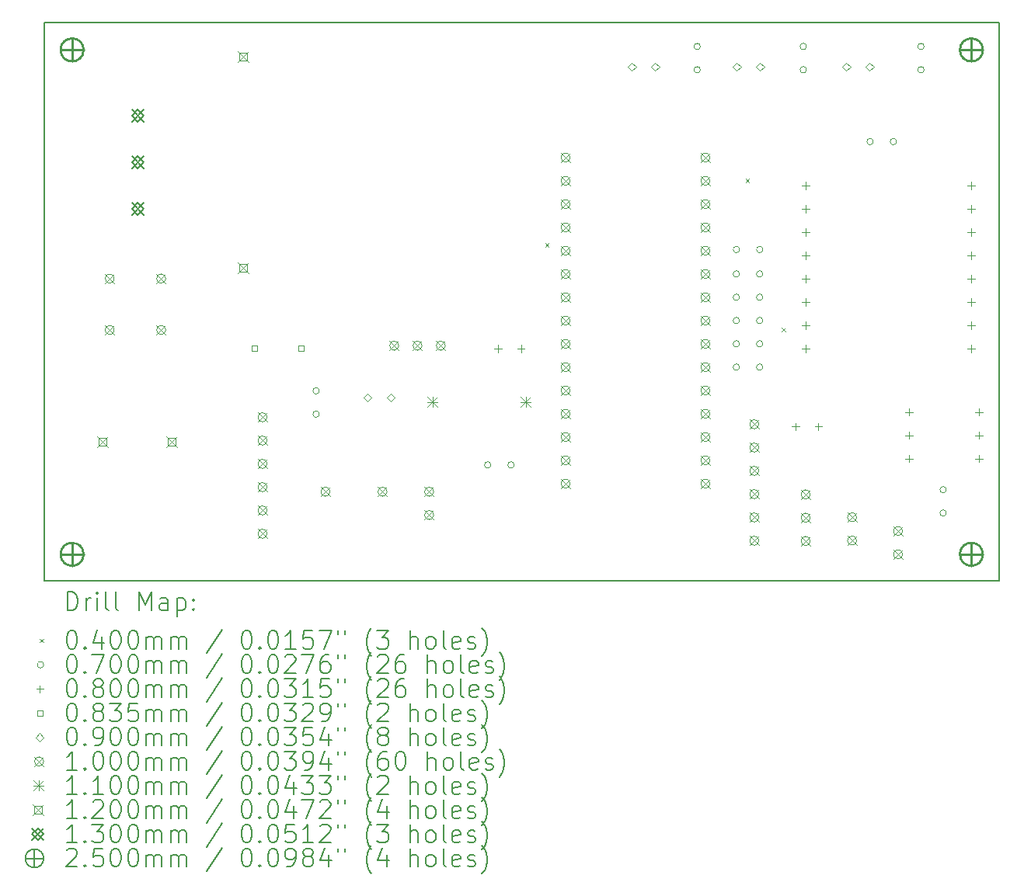
<source format=gbr>
%TF.GenerationSoftware,KiCad,Pcbnew,7.0.10*%
%TF.CreationDate,2024-08-09T23:07:12+02:00*%
%TF.ProjectId,Kicad_Projet_Trains_Sons,4b696361-645f-4507-926f-6a65745f5472,V2*%
%TF.SameCoordinates,Original*%
%TF.FileFunction,Drillmap*%
%TF.FilePolarity,Positive*%
%FSLAX45Y45*%
G04 Gerber Fmt 4.5, Leading zero omitted, Abs format (unit mm)*
G04 Created by KiCad (PCBNEW 7.0.10) date 2024-08-09 23:07:12*
%MOMM*%
%LPD*%
G01*
G04 APERTURE LIST*
%ADD10C,0.200000*%
%ADD11C,0.100000*%
%ADD12C,0.110000*%
%ADD13C,0.120000*%
%ADD14C,0.130000*%
%ADD15C,0.250000*%
G04 APERTURE END LIST*
D10*
X16440000Y-3750000D02*
X16440000Y-9840000D01*
X6040000Y-9840000D02*
X6040000Y-3750000D01*
X6040000Y-3750000D02*
X16440000Y-3750000D01*
X16440000Y-9840000D02*
X6040000Y-9840000D01*
D11*
X11493700Y-6155700D02*
X11533700Y-6195700D01*
X11533700Y-6155700D02*
X11493700Y-6195700D01*
X13678100Y-5457200D02*
X13718100Y-5497200D01*
X13718100Y-5457200D02*
X13678100Y-5497200D01*
X14070000Y-7080000D02*
X14110000Y-7120000D01*
X14110000Y-7080000D02*
X14070000Y-7120000D01*
X9034100Y-7768200D02*
G75*
G03*
X8964100Y-7768200I-35000J0D01*
G01*
X8964100Y-7768200D02*
G75*
G03*
X9034100Y-7768200I35000J0D01*
G01*
X9034100Y-8022200D02*
G75*
G03*
X8964100Y-8022200I-35000J0D01*
G01*
X8964100Y-8022200D02*
G75*
G03*
X9034100Y-8022200I35000J0D01*
G01*
X10903900Y-8576000D02*
G75*
G03*
X10833900Y-8576000I-35000J0D01*
G01*
X10833900Y-8576000D02*
G75*
G03*
X10903900Y-8576000I35000J0D01*
G01*
X11157900Y-8576000D02*
G75*
G03*
X11087900Y-8576000I-35000J0D01*
G01*
X11087900Y-8576000D02*
G75*
G03*
X11157900Y-8576000I35000J0D01*
G01*
X13187000Y-4012600D02*
G75*
G03*
X13117000Y-4012600I-35000J0D01*
G01*
X13117000Y-4012600D02*
G75*
G03*
X13187000Y-4012600I35000J0D01*
G01*
X13187000Y-4266600D02*
G75*
G03*
X13117000Y-4266600I-35000J0D01*
G01*
X13117000Y-4266600D02*
G75*
G03*
X13187000Y-4266600I35000J0D01*
G01*
X13613800Y-6226500D02*
G75*
G03*
X13543800Y-6226500I-35000J0D01*
G01*
X13543800Y-6226500D02*
G75*
G03*
X13613800Y-6226500I35000J0D01*
G01*
X13613800Y-6493200D02*
G75*
G03*
X13543800Y-6493200I-35000J0D01*
G01*
X13543800Y-6493200D02*
G75*
G03*
X13613800Y-6493200I35000J0D01*
G01*
X13613800Y-6747200D02*
G75*
G03*
X13543800Y-6747200I-35000J0D01*
G01*
X13543800Y-6747200D02*
G75*
G03*
X13613800Y-6747200I35000J0D01*
G01*
X13613800Y-7001200D02*
G75*
G03*
X13543800Y-7001200I-35000J0D01*
G01*
X13543800Y-7001200D02*
G75*
G03*
X13613800Y-7001200I35000J0D01*
G01*
X13613800Y-7255200D02*
G75*
G03*
X13543800Y-7255200I-35000J0D01*
G01*
X13543800Y-7255200D02*
G75*
G03*
X13613800Y-7255200I35000J0D01*
G01*
X13613800Y-7509200D02*
G75*
G03*
X13543800Y-7509200I-35000J0D01*
G01*
X13543800Y-7509200D02*
G75*
G03*
X13613800Y-7509200I35000J0D01*
G01*
X13867800Y-6226500D02*
G75*
G03*
X13797800Y-6226500I-35000J0D01*
G01*
X13797800Y-6226500D02*
G75*
G03*
X13867800Y-6226500I35000J0D01*
G01*
X13867800Y-6493200D02*
G75*
G03*
X13797800Y-6493200I-35000J0D01*
G01*
X13797800Y-6493200D02*
G75*
G03*
X13867800Y-6493200I35000J0D01*
G01*
X13867800Y-6747200D02*
G75*
G03*
X13797800Y-6747200I-35000J0D01*
G01*
X13797800Y-6747200D02*
G75*
G03*
X13867800Y-6747200I35000J0D01*
G01*
X13867800Y-7001200D02*
G75*
G03*
X13797800Y-7001200I-35000J0D01*
G01*
X13797800Y-7001200D02*
G75*
G03*
X13867800Y-7001200I35000J0D01*
G01*
X13867800Y-7255200D02*
G75*
G03*
X13797800Y-7255200I-35000J0D01*
G01*
X13797800Y-7255200D02*
G75*
G03*
X13867800Y-7255200I35000J0D01*
G01*
X13867800Y-7509200D02*
G75*
G03*
X13797800Y-7509200I-35000J0D01*
G01*
X13797800Y-7509200D02*
G75*
G03*
X13867800Y-7509200I35000J0D01*
G01*
X14342700Y-4012600D02*
G75*
G03*
X14272700Y-4012600I-35000J0D01*
G01*
X14272700Y-4012600D02*
G75*
G03*
X14342700Y-4012600I35000J0D01*
G01*
X14342700Y-4266600D02*
G75*
G03*
X14272700Y-4266600I-35000J0D01*
G01*
X14272700Y-4266600D02*
G75*
G03*
X14342700Y-4266600I35000J0D01*
G01*
X15070500Y-5050000D02*
G75*
G03*
X15000500Y-5050000I-35000J0D01*
G01*
X15000500Y-5050000D02*
G75*
G03*
X15070500Y-5050000I35000J0D01*
G01*
X15324500Y-5050000D02*
G75*
G03*
X15254500Y-5050000I-35000J0D01*
G01*
X15254500Y-5050000D02*
G75*
G03*
X15324500Y-5050000I35000J0D01*
G01*
X15625400Y-4012600D02*
G75*
G03*
X15555400Y-4012600I-35000J0D01*
G01*
X15555400Y-4012600D02*
G75*
G03*
X15625400Y-4012600I35000J0D01*
G01*
X15625400Y-4266600D02*
G75*
G03*
X15555400Y-4266600I-35000J0D01*
G01*
X15555400Y-4266600D02*
G75*
G03*
X15625400Y-4266600I35000J0D01*
G01*
X15866700Y-8845600D02*
G75*
G03*
X15796700Y-8845600I-35000J0D01*
G01*
X15796700Y-8845600D02*
G75*
G03*
X15866700Y-8845600I35000J0D01*
G01*
X15866700Y-9099600D02*
G75*
G03*
X15796700Y-9099600I-35000J0D01*
G01*
X15796700Y-9099600D02*
G75*
G03*
X15866700Y-9099600I35000J0D01*
G01*
X10982300Y-7266000D02*
X10982300Y-7346000D01*
X10942300Y-7306000D02*
X11022300Y-7306000D01*
X11232300Y-7266000D02*
X11232300Y-7346000D01*
X11192300Y-7306000D02*
X11272300Y-7306000D01*
X14222800Y-8116900D02*
X14222800Y-8196900D01*
X14182800Y-8156900D02*
X14262800Y-8156900D01*
X14333100Y-5488000D02*
X14333100Y-5568000D01*
X14293100Y-5528000D02*
X14373100Y-5528000D01*
X14333100Y-5742000D02*
X14333100Y-5822000D01*
X14293100Y-5782000D02*
X14373100Y-5782000D01*
X14333100Y-5996000D02*
X14333100Y-6076000D01*
X14293100Y-6036000D02*
X14373100Y-6036000D01*
X14333100Y-6250000D02*
X14333100Y-6330000D01*
X14293100Y-6290000D02*
X14373100Y-6290000D01*
X14333100Y-6504000D02*
X14333100Y-6584000D01*
X14293100Y-6544000D02*
X14373100Y-6544000D01*
X14333100Y-6758000D02*
X14333100Y-6838000D01*
X14293100Y-6798000D02*
X14373100Y-6798000D01*
X14333100Y-7012000D02*
X14333100Y-7092000D01*
X14293100Y-7052000D02*
X14373100Y-7052000D01*
X14333100Y-7266000D02*
X14333100Y-7346000D01*
X14293100Y-7306000D02*
X14373100Y-7306000D01*
X14472800Y-8116900D02*
X14472800Y-8196900D01*
X14432800Y-8156900D02*
X14512800Y-8156900D01*
X15460000Y-7957500D02*
X15460000Y-8037500D01*
X15420000Y-7997500D02*
X15500000Y-7997500D01*
X15460000Y-8211500D02*
X15460000Y-8291500D01*
X15420000Y-8251500D02*
X15500000Y-8251500D01*
X15460000Y-8465500D02*
X15460000Y-8545500D01*
X15420000Y-8505500D02*
X15500000Y-8505500D01*
X16136500Y-5488000D02*
X16136500Y-5568000D01*
X16096500Y-5528000D02*
X16176500Y-5528000D01*
X16136500Y-5742000D02*
X16136500Y-5822000D01*
X16096500Y-5782000D02*
X16176500Y-5782000D01*
X16136500Y-5996000D02*
X16136500Y-6076000D01*
X16096500Y-6036000D02*
X16176500Y-6036000D01*
X16136500Y-6250000D02*
X16136500Y-6330000D01*
X16096500Y-6290000D02*
X16176500Y-6290000D01*
X16136500Y-6504000D02*
X16136500Y-6584000D01*
X16096500Y-6544000D02*
X16176500Y-6544000D01*
X16136500Y-6758000D02*
X16136500Y-6838000D01*
X16096500Y-6798000D02*
X16176500Y-6798000D01*
X16136500Y-7012000D02*
X16136500Y-7092000D01*
X16096500Y-7052000D02*
X16176500Y-7052000D01*
X16136500Y-7266000D02*
X16136500Y-7346000D01*
X16096500Y-7306000D02*
X16176500Y-7306000D01*
X16222000Y-7957500D02*
X16222000Y-8037500D01*
X16182000Y-7997500D02*
X16262000Y-7997500D01*
X16222000Y-8211500D02*
X16222000Y-8291500D01*
X16182000Y-8251500D02*
X16262000Y-8251500D01*
X16222000Y-8465500D02*
X16222000Y-8545500D01*
X16182000Y-8505500D02*
X16262000Y-8505500D01*
X8355522Y-7335522D02*
X8355522Y-7276478D01*
X8296478Y-7276478D01*
X8296478Y-7335522D01*
X8355522Y-7335522D01*
X8863522Y-7335522D02*
X8863522Y-7276478D01*
X8804478Y-7276478D01*
X8804478Y-7335522D01*
X8863522Y-7335522D01*
X9557900Y-7884400D02*
X9602900Y-7839400D01*
X9557900Y-7794400D01*
X9512900Y-7839400D01*
X9557900Y-7884400D01*
X9811900Y-7884400D02*
X9856900Y-7839400D01*
X9811900Y-7794400D01*
X9766900Y-7839400D01*
X9811900Y-7884400D01*
X12440800Y-4277600D02*
X12485800Y-4232600D01*
X12440800Y-4187600D01*
X12395800Y-4232600D01*
X12440800Y-4277600D01*
X12694800Y-4277600D02*
X12739800Y-4232600D01*
X12694800Y-4187600D01*
X12649800Y-4232600D01*
X12694800Y-4277600D01*
X13583800Y-4277600D02*
X13628800Y-4232600D01*
X13583800Y-4187600D01*
X13538800Y-4232600D01*
X13583800Y-4277600D01*
X13837800Y-4277600D02*
X13882800Y-4232600D01*
X13837800Y-4187600D01*
X13792800Y-4232600D01*
X13837800Y-4277600D01*
X14777600Y-4277600D02*
X14822600Y-4232600D01*
X14777600Y-4187600D01*
X14732600Y-4232600D01*
X14777600Y-4277600D01*
X15031600Y-4277600D02*
X15076600Y-4232600D01*
X15031600Y-4187600D01*
X14986600Y-4232600D01*
X15031600Y-4277600D01*
X6700000Y-6494000D02*
X6800000Y-6594000D01*
X6800000Y-6494000D02*
X6700000Y-6594000D01*
X6800000Y-6544000D02*
G75*
G03*
X6700000Y-6544000I-50000J0D01*
G01*
X6700000Y-6544000D02*
G75*
G03*
X6800000Y-6544000I50000J0D01*
G01*
X6700000Y-7054000D02*
X6800000Y-7154000D01*
X6800000Y-7054000D02*
X6700000Y-7154000D01*
X6800000Y-7104000D02*
G75*
G03*
X6700000Y-7104000I-50000J0D01*
G01*
X6700000Y-7104000D02*
G75*
G03*
X6800000Y-7104000I50000J0D01*
G01*
X7260000Y-6494000D02*
X7360000Y-6594000D01*
X7360000Y-6494000D02*
X7260000Y-6594000D01*
X7360000Y-6544000D02*
G75*
G03*
X7260000Y-6544000I-50000J0D01*
G01*
X7260000Y-6544000D02*
G75*
G03*
X7360000Y-6544000I50000J0D01*
G01*
X7260000Y-7054000D02*
X7360000Y-7154000D01*
X7360000Y-7054000D02*
X7260000Y-7154000D01*
X7360000Y-7104000D02*
G75*
G03*
X7260000Y-7104000I-50000J0D01*
G01*
X7260000Y-7104000D02*
G75*
G03*
X7360000Y-7104000I50000J0D01*
G01*
X8364900Y-8005300D02*
X8464900Y-8105300D01*
X8464900Y-8005300D02*
X8364900Y-8105300D01*
X8464900Y-8055300D02*
G75*
G03*
X8364900Y-8055300I-50000J0D01*
G01*
X8364900Y-8055300D02*
G75*
G03*
X8464900Y-8055300I50000J0D01*
G01*
X8364900Y-8259300D02*
X8464900Y-8359300D01*
X8464900Y-8259300D02*
X8364900Y-8359300D01*
X8464900Y-8309300D02*
G75*
G03*
X8364900Y-8309300I-50000J0D01*
G01*
X8364900Y-8309300D02*
G75*
G03*
X8464900Y-8309300I50000J0D01*
G01*
X8364900Y-8513300D02*
X8464900Y-8613300D01*
X8464900Y-8513300D02*
X8364900Y-8613300D01*
X8464900Y-8563300D02*
G75*
G03*
X8364900Y-8563300I-50000J0D01*
G01*
X8364900Y-8563300D02*
G75*
G03*
X8464900Y-8563300I50000J0D01*
G01*
X8364900Y-8767300D02*
X8464900Y-8867300D01*
X8464900Y-8767300D02*
X8364900Y-8867300D01*
X8464900Y-8817300D02*
G75*
G03*
X8364900Y-8817300I-50000J0D01*
G01*
X8364900Y-8817300D02*
G75*
G03*
X8464900Y-8817300I50000J0D01*
G01*
X8364900Y-9021300D02*
X8464900Y-9121300D01*
X8464900Y-9021300D02*
X8364900Y-9121300D01*
X8464900Y-9071300D02*
G75*
G03*
X8364900Y-9071300I-50000J0D01*
G01*
X8364900Y-9071300D02*
G75*
G03*
X8464900Y-9071300I50000J0D01*
G01*
X8364900Y-9275300D02*
X8464900Y-9375300D01*
X8464900Y-9275300D02*
X8364900Y-9375300D01*
X8464900Y-9325300D02*
G75*
G03*
X8364900Y-9325300I-50000J0D01*
G01*
X8364900Y-9325300D02*
G75*
G03*
X8464900Y-9325300I50000J0D01*
G01*
X9050700Y-8817600D02*
X9150700Y-8917600D01*
X9150700Y-8817600D02*
X9050700Y-8917600D01*
X9150700Y-8867600D02*
G75*
G03*
X9050700Y-8867600I-50000J0D01*
G01*
X9050700Y-8867600D02*
G75*
G03*
X9150700Y-8867600I50000J0D01*
G01*
X9673000Y-8817600D02*
X9773000Y-8917600D01*
X9773000Y-8817600D02*
X9673000Y-8917600D01*
X9773000Y-8867600D02*
G75*
G03*
X9673000Y-8867600I-50000J0D01*
G01*
X9673000Y-8867600D02*
G75*
G03*
X9773000Y-8867600I50000J0D01*
G01*
X9800000Y-7225000D02*
X9900000Y-7325000D01*
X9900000Y-7225000D02*
X9800000Y-7325000D01*
X9900000Y-7275000D02*
G75*
G03*
X9800000Y-7275000I-50000J0D01*
G01*
X9800000Y-7275000D02*
G75*
G03*
X9900000Y-7275000I50000J0D01*
G01*
X10054000Y-7225000D02*
X10154000Y-7325000D01*
X10154000Y-7225000D02*
X10054000Y-7325000D01*
X10154000Y-7275000D02*
G75*
G03*
X10054000Y-7275000I-50000J0D01*
G01*
X10054000Y-7275000D02*
G75*
G03*
X10154000Y-7275000I50000J0D01*
G01*
X10181000Y-8817600D02*
X10281000Y-8917600D01*
X10281000Y-8817600D02*
X10181000Y-8917600D01*
X10281000Y-8867600D02*
G75*
G03*
X10181000Y-8867600I-50000J0D01*
G01*
X10181000Y-8867600D02*
G75*
G03*
X10281000Y-8867600I50000J0D01*
G01*
X10181000Y-9071600D02*
X10281000Y-9171600D01*
X10281000Y-9071600D02*
X10181000Y-9171600D01*
X10281000Y-9121600D02*
G75*
G03*
X10181000Y-9121600I-50000J0D01*
G01*
X10181000Y-9121600D02*
G75*
G03*
X10281000Y-9121600I50000J0D01*
G01*
X10308000Y-7225000D02*
X10408000Y-7325000D01*
X10408000Y-7225000D02*
X10308000Y-7325000D01*
X10408000Y-7275000D02*
G75*
G03*
X10308000Y-7275000I-50000J0D01*
G01*
X10308000Y-7275000D02*
G75*
G03*
X10408000Y-7275000I50000J0D01*
G01*
X11666900Y-5173200D02*
X11766900Y-5273200D01*
X11766900Y-5173200D02*
X11666900Y-5273200D01*
X11766900Y-5223200D02*
G75*
G03*
X11666900Y-5223200I-50000J0D01*
G01*
X11666900Y-5223200D02*
G75*
G03*
X11766900Y-5223200I50000J0D01*
G01*
X11666900Y-5427200D02*
X11766900Y-5527200D01*
X11766900Y-5427200D02*
X11666900Y-5527200D01*
X11766900Y-5477200D02*
G75*
G03*
X11666900Y-5477200I-50000J0D01*
G01*
X11666900Y-5477200D02*
G75*
G03*
X11766900Y-5477200I50000J0D01*
G01*
X11666900Y-5681200D02*
X11766900Y-5781200D01*
X11766900Y-5681200D02*
X11666900Y-5781200D01*
X11766900Y-5731200D02*
G75*
G03*
X11666900Y-5731200I-50000J0D01*
G01*
X11666900Y-5731200D02*
G75*
G03*
X11766900Y-5731200I50000J0D01*
G01*
X11666900Y-5935200D02*
X11766900Y-6035200D01*
X11766900Y-5935200D02*
X11666900Y-6035200D01*
X11766900Y-5985200D02*
G75*
G03*
X11666900Y-5985200I-50000J0D01*
G01*
X11666900Y-5985200D02*
G75*
G03*
X11766900Y-5985200I50000J0D01*
G01*
X11666900Y-6189200D02*
X11766900Y-6289200D01*
X11766900Y-6189200D02*
X11666900Y-6289200D01*
X11766900Y-6239200D02*
G75*
G03*
X11666900Y-6239200I-50000J0D01*
G01*
X11666900Y-6239200D02*
G75*
G03*
X11766900Y-6239200I50000J0D01*
G01*
X11666900Y-6443200D02*
X11766900Y-6543200D01*
X11766900Y-6443200D02*
X11666900Y-6543200D01*
X11766900Y-6493200D02*
G75*
G03*
X11666900Y-6493200I-50000J0D01*
G01*
X11666900Y-6493200D02*
G75*
G03*
X11766900Y-6493200I50000J0D01*
G01*
X11666900Y-6697200D02*
X11766900Y-6797200D01*
X11766900Y-6697200D02*
X11666900Y-6797200D01*
X11766900Y-6747200D02*
G75*
G03*
X11666900Y-6747200I-50000J0D01*
G01*
X11666900Y-6747200D02*
G75*
G03*
X11766900Y-6747200I50000J0D01*
G01*
X11666900Y-6951200D02*
X11766900Y-7051200D01*
X11766900Y-6951200D02*
X11666900Y-7051200D01*
X11766900Y-7001200D02*
G75*
G03*
X11666900Y-7001200I-50000J0D01*
G01*
X11666900Y-7001200D02*
G75*
G03*
X11766900Y-7001200I50000J0D01*
G01*
X11666900Y-7205200D02*
X11766900Y-7305200D01*
X11766900Y-7205200D02*
X11666900Y-7305200D01*
X11766900Y-7255200D02*
G75*
G03*
X11666900Y-7255200I-50000J0D01*
G01*
X11666900Y-7255200D02*
G75*
G03*
X11766900Y-7255200I50000J0D01*
G01*
X11666900Y-7459200D02*
X11766900Y-7559200D01*
X11766900Y-7459200D02*
X11666900Y-7559200D01*
X11766900Y-7509200D02*
G75*
G03*
X11666900Y-7509200I-50000J0D01*
G01*
X11666900Y-7509200D02*
G75*
G03*
X11766900Y-7509200I50000J0D01*
G01*
X11666900Y-7713200D02*
X11766900Y-7813200D01*
X11766900Y-7713200D02*
X11666900Y-7813200D01*
X11766900Y-7763200D02*
G75*
G03*
X11666900Y-7763200I-50000J0D01*
G01*
X11666900Y-7763200D02*
G75*
G03*
X11766900Y-7763200I50000J0D01*
G01*
X11666900Y-7967200D02*
X11766900Y-8067200D01*
X11766900Y-7967200D02*
X11666900Y-8067200D01*
X11766900Y-8017200D02*
G75*
G03*
X11666900Y-8017200I-50000J0D01*
G01*
X11666900Y-8017200D02*
G75*
G03*
X11766900Y-8017200I50000J0D01*
G01*
X11666900Y-8221200D02*
X11766900Y-8321200D01*
X11766900Y-8221200D02*
X11666900Y-8321200D01*
X11766900Y-8271200D02*
G75*
G03*
X11666900Y-8271200I-50000J0D01*
G01*
X11666900Y-8271200D02*
G75*
G03*
X11766900Y-8271200I50000J0D01*
G01*
X11666900Y-8475200D02*
X11766900Y-8575200D01*
X11766900Y-8475200D02*
X11666900Y-8575200D01*
X11766900Y-8525200D02*
G75*
G03*
X11666900Y-8525200I-50000J0D01*
G01*
X11666900Y-8525200D02*
G75*
G03*
X11766900Y-8525200I50000J0D01*
G01*
X11666900Y-8729200D02*
X11766900Y-8829200D01*
X11766900Y-8729200D02*
X11666900Y-8829200D01*
X11766900Y-8779200D02*
G75*
G03*
X11666900Y-8779200I-50000J0D01*
G01*
X11666900Y-8779200D02*
G75*
G03*
X11766900Y-8779200I50000J0D01*
G01*
X13190900Y-5173200D02*
X13290900Y-5273200D01*
X13290900Y-5173200D02*
X13190900Y-5273200D01*
X13290900Y-5223200D02*
G75*
G03*
X13190900Y-5223200I-50000J0D01*
G01*
X13190900Y-5223200D02*
G75*
G03*
X13290900Y-5223200I50000J0D01*
G01*
X13190900Y-5427200D02*
X13290900Y-5527200D01*
X13290900Y-5427200D02*
X13190900Y-5527200D01*
X13290900Y-5477200D02*
G75*
G03*
X13190900Y-5477200I-50000J0D01*
G01*
X13190900Y-5477200D02*
G75*
G03*
X13290900Y-5477200I50000J0D01*
G01*
X13190900Y-5681200D02*
X13290900Y-5781200D01*
X13290900Y-5681200D02*
X13190900Y-5781200D01*
X13290900Y-5731200D02*
G75*
G03*
X13190900Y-5731200I-50000J0D01*
G01*
X13190900Y-5731200D02*
G75*
G03*
X13290900Y-5731200I50000J0D01*
G01*
X13190900Y-5935200D02*
X13290900Y-6035200D01*
X13290900Y-5935200D02*
X13190900Y-6035200D01*
X13290900Y-5985200D02*
G75*
G03*
X13190900Y-5985200I-50000J0D01*
G01*
X13190900Y-5985200D02*
G75*
G03*
X13290900Y-5985200I50000J0D01*
G01*
X13190900Y-6189200D02*
X13290900Y-6289200D01*
X13290900Y-6189200D02*
X13190900Y-6289200D01*
X13290900Y-6239200D02*
G75*
G03*
X13190900Y-6239200I-50000J0D01*
G01*
X13190900Y-6239200D02*
G75*
G03*
X13290900Y-6239200I50000J0D01*
G01*
X13190900Y-6443200D02*
X13290900Y-6543200D01*
X13290900Y-6443200D02*
X13190900Y-6543200D01*
X13290900Y-6493200D02*
G75*
G03*
X13190900Y-6493200I-50000J0D01*
G01*
X13190900Y-6493200D02*
G75*
G03*
X13290900Y-6493200I50000J0D01*
G01*
X13190900Y-6697200D02*
X13290900Y-6797200D01*
X13290900Y-6697200D02*
X13190900Y-6797200D01*
X13290900Y-6747200D02*
G75*
G03*
X13190900Y-6747200I-50000J0D01*
G01*
X13190900Y-6747200D02*
G75*
G03*
X13290900Y-6747200I50000J0D01*
G01*
X13190900Y-6951200D02*
X13290900Y-7051200D01*
X13290900Y-6951200D02*
X13190900Y-7051200D01*
X13290900Y-7001200D02*
G75*
G03*
X13190900Y-7001200I-50000J0D01*
G01*
X13190900Y-7001200D02*
G75*
G03*
X13290900Y-7001200I50000J0D01*
G01*
X13190900Y-7205200D02*
X13290900Y-7305200D01*
X13290900Y-7205200D02*
X13190900Y-7305200D01*
X13290900Y-7255200D02*
G75*
G03*
X13190900Y-7255200I-50000J0D01*
G01*
X13190900Y-7255200D02*
G75*
G03*
X13290900Y-7255200I50000J0D01*
G01*
X13190900Y-7459200D02*
X13290900Y-7559200D01*
X13290900Y-7459200D02*
X13190900Y-7559200D01*
X13290900Y-7509200D02*
G75*
G03*
X13190900Y-7509200I-50000J0D01*
G01*
X13190900Y-7509200D02*
G75*
G03*
X13290900Y-7509200I50000J0D01*
G01*
X13190900Y-7713200D02*
X13290900Y-7813200D01*
X13290900Y-7713200D02*
X13190900Y-7813200D01*
X13290900Y-7763200D02*
G75*
G03*
X13190900Y-7763200I-50000J0D01*
G01*
X13190900Y-7763200D02*
G75*
G03*
X13290900Y-7763200I50000J0D01*
G01*
X13190900Y-7967200D02*
X13290900Y-8067200D01*
X13290900Y-7967200D02*
X13190900Y-8067200D01*
X13290900Y-8017200D02*
G75*
G03*
X13190900Y-8017200I-50000J0D01*
G01*
X13190900Y-8017200D02*
G75*
G03*
X13290900Y-8017200I50000J0D01*
G01*
X13190900Y-8221200D02*
X13290900Y-8321200D01*
X13290900Y-8221200D02*
X13190900Y-8321200D01*
X13290900Y-8271200D02*
G75*
G03*
X13190900Y-8271200I-50000J0D01*
G01*
X13190900Y-8271200D02*
G75*
G03*
X13290900Y-8271200I50000J0D01*
G01*
X13190900Y-8475200D02*
X13290900Y-8575200D01*
X13290900Y-8475200D02*
X13190900Y-8575200D01*
X13290900Y-8525200D02*
G75*
G03*
X13190900Y-8525200I-50000J0D01*
G01*
X13190900Y-8525200D02*
G75*
G03*
X13290900Y-8525200I50000J0D01*
G01*
X13190900Y-8729200D02*
X13290900Y-8829200D01*
X13290900Y-8729200D02*
X13190900Y-8829200D01*
X13290900Y-8779200D02*
G75*
G03*
X13190900Y-8779200I-50000J0D01*
G01*
X13190900Y-8779200D02*
G75*
G03*
X13290900Y-8779200I50000J0D01*
G01*
X13724300Y-8081500D02*
X13824300Y-8181500D01*
X13824300Y-8081500D02*
X13724300Y-8181500D01*
X13824300Y-8131500D02*
G75*
G03*
X13724300Y-8131500I-50000J0D01*
G01*
X13724300Y-8131500D02*
G75*
G03*
X13824300Y-8131500I50000J0D01*
G01*
X13724300Y-8335500D02*
X13824300Y-8435500D01*
X13824300Y-8335500D02*
X13724300Y-8435500D01*
X13824300Y-8385500D02*
G75*
G03*
X13724300Y-8385500I-50000J0D01*
G01*
X13724300Y-8385500D02*
G75*
G03*
X13824300Y-8385500I50000J0D01*
G01*
X13724300Y-8589500D02*
X13824300Y-8689500D01*
X13824300Y-8589500D02*
X13724300Y-8689500D01*
X13824300Y-8639500D02*
G75*
G03*
X13724300Y-8639500I-50000J0D01*
G01*
X13724300Y-8639500D02*
G75*
G03*
X13824300Y-8639500I50000J0D01*
G01*
X13724300Y-8843500D02*
X13824300Y-8943500D01*
X13824300Y-8843500D02*
X13724300Y-8943500D01*
X13824300Y-8893500D02*
G75*
G03*
X13724300Y-8893500I-50000J0D01*
G01*
X13724300Y-8893500D02*
G75*
G03*
X13824300Y-8893500I50000J0D01*
G01*
X13724300Y-9097500D02*
X13824300Y-9197500D01*
X13824300Y-9097500D02*
X13724300Y-9197500D01*
X13824300Y-9147500D02*
G75*
G03*
X13724300Y-9147500I-50000J0D01*
G01*
X13724300Y-9147500D02*
G75*
G03*
X13824300Y-9147500I50000J0D01*
G01*
X13724300Y-9351500D02*
X13824300Y-9451500D01*
X13824300Y-9351500D02*
X13724300Y-9451500D01*
X13824300Y-9401500D02*
G75*
G03*
X13724300Y-9401500I-50000J0D01*
G01*
X13724300Y-9401500D02*
G75*
G03*
X13824300Y-9401500I50000J0D01*
G01*
X14283100Y-8846500D02*
X14383100Y-8946500D01*
X14383100Y-8846500D02*
X14283100Y-8946500D01*
X14383100Y-8896500D02*
G75*
G03*
X14283100Y-8896500I-50000J0D01*
G01*
X14283100Y-8896500D02*
G75*
G03*
X14383100Y-8896500I50000J0D01*
G01*
X14283100Y-9100500D02*
X14383100Y-9200500D01*
X14383100Y-9100500D02*
X14283100Y-9200500D01*
X14383100Y-9150500D02*
G75*
G03*
X14283100Y-9150500I-50000J0D01*
G01*
X14283100Y-9150500D02*
G75*
G03*
X14383100Y-9150500I50000J0D01*
G01*
X14283100Y-9354500D02*
X14383100Y-9454500D01*
X14383100Y-9354500D02*
X14283100Y-9454500D01*
X14383100Y-9404500D02*
G75*
G03*
X14283100Y-9404500I-50000J0D01*
G01*
X14283100Y-9404500D02*
G75*
G03*
X14383100Y-9404500I50000J0D01*
G01*
X14790000Y-9096000D02*
X14890000Y-9196000D01*
X14890000Y-9096000D02*
X14790000Y-9196000D01*
X14890000Y-9146000D02*
G75*
G03*
X14790000Y-9146000I-50000J0D01*
G01*
X14790000Y-9146000D02*
G75*
G03*
X14890000Y-9146000I50000J0D01*
G01*
X14790000Y-9350000D02*
X14890000Y-9450000D01*
X14890000Y-9350000D02*
X14790000Y-9450000D01*
X14890000Y-9400000D02*
G75*
G03*
X14790000Y-9400000I-50000J0D01*
G01*
X14790000Y-9400000D02*
G75*
G03*
X14890000Y-9400000I50000J0D01*
G01*
X15290000Y-9246000D02*
X15390000Y-9346000D01*
X15390000Y-9246000D02*
X15290000Y-9346000D01*
X15390000Y-9296000D02*
G75*
G03*
X15290000Y-9296000I-50000J0D01*
G01*
X15290000Y-9296000D02*
G75*
G03*
X15390000Y-9296000I50000J0D01*
G01*
X15290000Y-9500000D02*
X15390000Y-9600000D01*
X15390000Y-9500000D02*
X15290000Y-9600000D01*
X15390000Y-9550000D02*
G75*
G03*
X15290000Y-9550000I-50000J0D01*
G01*
X15290000Y-9550000D02*
G75*
G03*
X15390000Y-9550000I50000J0D01*
G01*
D12*
X10214100Y-7835200D02*
X10324100Y-7945200D01*
X10324100Y-7835200D02*
X10214100Y-7945200D01*
X10269100Y-7835200D02*
X10269100Y-7945200D01*
X10214100Y-7890200D02*
X10324100Y-7890200D01*
X11230100Y-7835200D02*
X11340100Y-7945200D01*
X11340100Y-7835200D02*
X11230100Y-7945200D01*
X11285100Y-7835200D02*
X11285100Y-7945200D01*
X11230100Y-7890200D02*
X11340100Y-7890200D01*
D13*
X6615000Y-8262000D02*
X6735000Y-8382000D01*
X6735000Y-8262000D02*
X6615000Y-8382000D01*
X6717427Y-8364427D02*
X6717427Y-8279573D01*
X6632573Y-8279573D01*
X6632573Y-8364427D01*
X6717427Y-8364427D01*
X7365000Y-8262000D02*
X7485000Y-8382000D01*
X7485000Y-8262000D02*
X7365000Y-8382000D01*
X7467427Y-8364427D02*
X7467427Y-8279573D01*
X7382573Y-8279573D01*
X7382573Y-8364427D01*
X7467427Y-8364427D01*
X8143000Y-4063500D02*
X8263000Y-4183500D01*
X8263000Y-4063500D02*
X8143000Y-4183500D01*
X8245427Y-4165927D02*
X8245427Y-4081073D01*
X8160573Y-4081073D01*
X8160573Y-4165927D01*
X8245427Y-4165927D01*
X8143000Y-6363500D02*
X8263000Y-6483500D01*
X8263000Y-6363500D02*
X8143000Y-6483500D01*
X8245427Y-6465927D02*
X8245427Y-6381073D01*
X8160573Y-6381073D01*
X8160573Y-6465927D01*
X8245427Y-6465927D01*
D14*
X6991000Y-4701000D02*
X7121000Y-4831000D01*
X7121000Y-4701000D02*
X6991000Y-4831000D01*
X7056000Y-4831000D02*
X7121000Y-4766000D01*
X7056000Y-4701000D01*
X6991000Y-4766000D01*
X7056000Y-4831000D01*
X6991000Y-5209000D02*
X7121000Y-5339000D01*
X7121000Y-5209000D02*
X6991000Y-5339000D01*
X7056000Y-5339000D02*
X7121000Y-5274000D01*
X7056000Y-5209000D01*
X6991000Y-5274000D01*
X7056000Y-5339000D01*
X6991000Y-5717000D02*
X7121000Y-5847000D01*
X7121000Y-5717000D02*
X6991000Y-5847000D01*
X7056000Y-5847000D02*
X7121000Y-5782000D01*
X7056000Y-5717000D01*
X6991000Y-5782000D01*
X7056000Y-5847000D01*
D15*
X6340000Y-3925000D02*
X6340000Y-4175000D01*
X6215000Y-4050000D02*
X6465000Y-4050000D01*
X6465000Y-4050000D02*
G75*
G03*
X6215000Y-4050000I-125000J0D01*
G01*
X6215000Y-4050000D02*
G75*
G03*
X6465000Y-4050000I125000J0D01*
G01*
X6340000Y-9425000D02*
X6340000Y-9675000D01*
X6215000Y-9550000D02*
X6465000Y-9550000D01*
X6465000Y-9550000D02*
G75*
G03*
X6215000Y-9550000I-125000J0D01*
G01*
X6215000Y-9550000D02*
G75*
G03*
X6465000Y-9550000I125000J0D01*
G01*
X16140000Y-3925000D02*
X16140000Y-4175000D01*
X16015000Y-4050000D02*
X16265000Y-4050000D01*
X16265000Y-4050000D02*
G75*
G03*
X16015000Y-4050000I-125000J0D01*
G01*
X16015000Y-4050000D02*
G75*
G03*
X16265000Y-4050000I125000J0D01*
G01*
X16140000Y-9425000D02*
X16140000Y-9675000D01*
X16015000Y-9550000D02*
X16265000Y-9550000D01*
X16265000Y-9550000D02*
G75*
G03*
X16015000Y-9550000I-125000J0D01*
G01*
X16015000Y-9550000D02*
G75*
G03*
X16265000Y-9550000I125000J0D01*
G01*
D10*
X6290777Y-10161484D02*
X6290777Y-9961484D01*
X6290777Y-9961484D02*
X6338396Y-9961484D01*
X6338396Y-9961484D02*
X6366967Y-9971008D01*
X6366967Y-9971008D02*
X6386015Y-9990055D01*
X6386015Y-9990055D02*
X6395539Y-10009103D01*
X6395539Y-10009103D02*
X6405062Y-10047198D01*
X6405062Y-10047198D02*
X6405062Y-10075770D01*
X6405062Y-10075770D02*
X6395539Y-10113865D01*
X6395539Y-10113865D02*
X6386015Y-10132912D01*
X6386015Y-10132912D02*
X6366967Y-10151960D01*
X6366967Y-10151960D02*
X6338396Y-10161484D01*
X6338396Y-10161484D02*
X6290777Y-10161484D01*
X6490777Y-10161484D02*
X6490777Y-10028150D01*
X6490777Y-10066246D02*
X6500301Y-10047198D01*
X6500301Y-10047198D02*
X6509824Y-10037674D01*
X6509824Y-10037674D02*
X6528872Y-10028150D01*
X6528872Y-10028150D02*
X6547920Y-10028150D01*
X6614586Y-10161484D02*
X6614586Y-10028150D01*
X6614586Y-9961484D02*
X6605062Y-9971008D01*
X6605062Y-9971008D02*
X6614586Y-9980531D01*
X6614586Y-9980531D02*
X6624110Y-9971008D01*
X6624110Y-9971008D02*
X6614586Y-9961484D01*
X6614586Y-9961484D02*
X6614586Y-9980531D01*
X6738396Y-10161484D02*
X6719348Y-10151960D01*
X6719348Y-10151960D02*
X6709824Y-10132912D01*
X6709824Y-10132912D02*
X6709824Y-9961484D01*
X6843158Y-10161484D02*
X6824110Y-10151960D01*
X6824110Y-10151960D02*
X6814586Y-10132912D01*
X6814586Y-10132912D02*
X6814586Y-9961484D01*
X7071729Y-10161484D02*
X7071729Y-9961484D01*
X7071729Y-9961484D02*
X7138396Y-10104341D01*
X7138396Y-10104341D02*
X7205062Y-9961484D01*
X7205062Y-9961484D02*
X7205062Y-10161484D01*
X7386015Y-10161484D02*
X7386015Y-10056722D01*
X7386015Y-10056722D02*
X7376491Y-10037674D01*
X7376491Y-10037674D02*
X7357443Y-10028150D01*
X7357443Y-10028150D02*
X7319348Y-10028150D01*
X7319348Y-10028150D02*
X7300301Y-10037674D01*
X7386015Y-10151960D02*
X7366967Y-10161484D01*
X7366967Y-10161484D02*
X7319348Y-10161484D01*
X7319348Y-10161484D02*
X7300301Y-10151960D01*
X7300301Y-10151960D02*
X7290777Y-10132912D01*
X7290777Y-10132912D02*
X7290777Y-10113865D01*
X7290777Y-10113865D02*
X7300301Y-10094817D01*
X7300301Y-10094817D02*
X7319348Y-10085293D01*
X7319348Y-10085293D02*
X7366967Y-10085293D01*
X7366967Y-10085293D02*
X7386015Y-10075770D01*
X7481253Y-10028150D02*
X7481253Y-10228150D01*
X7481253Y-10037674D02*
X7500301Y-10028150D01*
X7500301Y-10028150D02*
X7538396Y-10028150D01*
X7538396Y-10028150D02*
X7557443Y-10037674D01*
X7557443Y-10037674D02*
X7566967Y-10047198D01*
X7566967Y-10047198D02*
X7576491Y-10066246D01*
X7576491Y-10066246D02*
X7576491Y-10123389D01*
X7576491Y-10123389D02*
X7566967Y-10142436D01*
X7566967Y-10142436D02*
X7557443Y-10151960D01*
X7557443Y-10151960D02*
X7538396Y-10161484D01*
X7538396Y-10161484D02*
X7500301Y-10161484D01*
X7500301Y-10161484D02*
X7481253Y-10151960D01*
X7662205Y-10142436D02*
X7671729Y-10151960D01*
X7671729Y-10151960D02*
X7662205Y-10161484D01*
X7662205Y-10161484D02*
X7652682Y-10151960D01*
X7652682Y-10151960D02*
X7662205Y-10142436D01*
X7662205Y-10142436D02*
X7662205Y-10161484D01*
X7662205Y-10037674D02*
X7671729Y-10047198D01*
X7671729Y-10047198D02*
X7662205Y-10056722D01*
X7662205Y-10056722D02*
X7652682Y-10047198D01*
X7652682Y-10047198D02*
X7662205Y-10037674D01*
X7662205Y-10037674D02*
X7662205Y-10056722D01*
D11*
X5990000Y-10470000D02*
X6030000Y-10510000D01*
X6030000Y-10470000D02*
X5990000Y-10510000D01*
D10*
X6328872Y-10381484D02*
X6347920Y-10381484D01*
X6347920Y-10381484D02*
X6366967Y-10391008D01*
X6366967Y-10391008D02*
X6376491Y-10400531D01*
X6376491Y-10400531D02*
X6386015Y-10419579D01*
X6386015Y-10419579D02*
X6395539Y-10457674D01*
X6395539Y-10457674D02*
X6395539Y-10505293D01*
X6395539Y-10505293D02*
X6386015Y-10543389D01*
X6386015Y-10543389D02*
X6376491Y-10562436D01*
X6376491Y-10562436D02*
X6366967Y-10571960D01*
X6366967Y-10571960D02*
X6347920Y-10581484D01*
X6347920Y-10581484D02*
X6328872Y-10581484D01*
X6328872Y-10581484D02*
X6309824Y-10571960D01*
X6309824Y-10571960D02*
X6300301Y-10562436D01*
X6300301Y-10562436D02*
X6290777Y-10543389D01*
X6290777Y-10543389D02*
X6281253Y-10505293D01*
X6281253Y-10505293D02*
X6281253Y-10457674D01*
X6281253Y-10457674D02*
X6290777Y-10419579D01*
X6290777Y-10419579D02*
X6300301Y-10400531D01*
X6300301Y-10400531D02*
X6309824Y-10391008D01*
X6309824Y-10391008D02*
X6328872Y-10381484D01*
X6481253Y-10562436D02*
X6490777Y-10571960D01*
X6490777Y-10571960D02*
X6481253Y-10581484D01*
X6481253Y-10581484D02*
X6471729Y-10571960D01*
X6471729Y-10571960D02*
X6481253Y-10562436D01*
X6481253Y-10562436D02*
X6481253Y-10581484D01*
X6662205Y-10448150D02*
X6662205Y-10581484D01*
X6614586Y-10371960D02*
X6566967Y-10514817D01*
X6566967Y-10514817D02*
X6690777Y-10514817D01*
X6805062Y-10381484D02*
X6824110Y-10381484D01*
X6824110Y-10381484D02*
X6843158Y-10391008D01*
X6843158Y-10391008D02*
X6852682Y-10400531D01*
X6852682Y-10400531D02*
X6862205Y-10419579D01*
X6862205Y-10419579D02*
X6871729Y-10457674D01*
X6871729Y-10457674D02*
X6871729Y-10505293D01*
X6871729Y-10505293D02*
X6862205Y-10543389D01*
X6862205Y-10543389D02*
X6852682Y-10562436D01*
X6852682Y-10562436D02*
X6843158Y-10571960D01*
X6843158Y-10571960D02*
X6824110Y-10581484D01*
X6824110Y-10581484D02*
X6805062Y-10581484D01*
X6805062Y-10581484D02*
X6786015Y-10571960D01*
X6786015Y-10571960D02*
X6776491Y-10562436D01*
X6776491Y-10562436D02*
X6766967Y-10543389D01*
X6766967Y-10543389D02*
X6757443Y-10505293D01*
X6757443Y-10505293D02*
X6757443Y-10457674D01*
X6757443Y-10457674D02*
X6766967Y-10419579D01*
X6766967Y-10419579D02*
X6776491Y-10400531D01*
X6776491Y-10400531D02*
X6786015Y-10391008D01*
X6786015Y-10391008D02*
X6805062Y-10381484D01*
X6995539Y-10381484D02*
X7014586Y-10381484D01*
X7014586Y-10381484D02*
X7033634Y-10391008D01*
X7033634Y-10391008D02*
X7043158Y-10400531D01*
X7043158Y-10400531D02*
X7052682Y-10419579D01*
X7052682Y-10419579D02*
X7062205Y-10457674D01*
X7062205Y-10457674D02*
X7062205Y-10505293D01*
X7062205Y-10505293D02*
X7052682Y-10543389D01*
X7052682Y-10543389D02*
X7043158Y-10562436D01*
X7043158Y-10562436D02*
X7033634Y-10571960D01*
X7033634Y-10571960D02*
X7014586Y-10581484D01*
X7014586Y-10581484D02*
X6995539Y-10581484D01*
X6995539Y-10581484D02*
X6976491Y-10571960D01*
X6976491Y-10571960D02*
X6966967Y-10562436D01*
X6966967Y-10562436D02*
X6957443Y-10543389D01*
X6957443Y-10543389D02*
X6947920Y-10505293D01*
X6947920Y-10505293D02*
X6947920Y-10457674D01*
X6947920Y-10457674D02*
X6957443Y-10419579D01*
X6957443Y-10419579D02*
X6966967Y-10400531D01*
X6966967Y-10400531D02*
X6976491Y-10391008D01*
X6976491Y-10391008D02*
X6995539Y-10381484D01*
X7147920Y-10581484D02*
X7147920Y-10448150D01*
X7147920Y-10467198D02*
X7157443Y-10457674D01*
X7157443Y-10457674D02*
X7176491Y-10448150D01*
X7176491Y-10448150D02*
X7205063Y-10448150D01*
X7205063Y-10448150D02*
X7224110Y-10457674D01*
X7224110Y-10457674D02*
X7233634Y-10476722D01*
X7233634Y-10476722D02*
X7233634Y-10581484D01*
X7233634Y-10476722D02*
X7243158Y-10457674D01*
X7243158Y-10457674D02*
X7262205Y-10448150D01*
X7262205Y-10448150D02*
X7290777Y-10448150D01*
X7290777Y-10448150D02*
X7309824Y-10457674D01*
X7309824Y-10457674D02*
X7319348Y-10476722D01*
X7319348Y-10476722D02*
X7319348Y-10581484D01*
X7414586Y-10581484D02*
X7414586Y-10448150D01*
X7414586Y-10467198D02*
X7424110Y-10457674D01*
X7424110Y-10457674D02*
X7443158Y-10448150D01*
X7443158Y-10448150D02*
X7471729Y-10448150D01*
X7471729Y-10448150D02*
X7490777Y-10457674D01*
X7490777Y-10457674D02*
X7500301Y-10476722D01*
X7500301Y-10476722D02*
X7500301Y-10581484D01*
X7500301Y-10476722D02*
X7509824Y-10457674D01*
X7509824Y-10457674D02*
X7528872Y-10448150D01*
X7528872Y-10448150D02*
X7557443Y-10448150D01*
X7557443Y-10448150D02*
X7576491Y-10457674D01*
X7576491Y-10457674D02*
X7586015Y-10476722D01*
X7586015Y-10476722D02*
X7586015Y-10581484D01*
X7976491Y-10371960D02*
X7805063Y-10629103D01*
X8233634Y-10381484D02*
X8252682Y-10381484D01*
X8252682Y-10381484D02*
X8271729Y-10391008D01*
X8271729Y-10391008D02*
X8281253Y-10400531D01*
X8281253Y-10400531D02*
X8290777Y-10419579D01*
X8290777Y-10419579D02*
X8300301Y-10457674D01*
X8300301Y-10457674D02*
X8300301Y-10505293D01*
X8300301Y-10505293D02*
X8290777Y-10543389D01*
X8290777Y-10543389D02*
X8281253Y-10562436D01*
X8281253Y-10562436D02*
X8271729Y-10571960D01*
X8271729Y-10571960D02*
X8252682Y-10581484D01*
X8252682Y-10581484D02*
X8233634Y-10581484D01*
X8233634Y-10581484D02*
X8214586Y-10571960D01*
X8214586Y-10571960D02*
X8205063Y-10562436D01*
X8205063Y-10562436D02*
X8195539Y-10543389D01*
X8195539Y-10543389D02*
X8186015Y-10505293D01*
X8186015Y-10505293D02*
X8186015Y-10457674D01*
X8186015Y-10457674D02*
X8195539Y-10419579D01*
X8195539Y-10419579D02*
X8205063Y-10400531D01*
X8205063Y-10400531D02*
X8214586Y-10391008D01*
X8214586Y-10391008D02*
X8233634Y-10381484D01*
X8386015Y-10562436D02*
X8395539Y-10571960D01*
X8395539Y-10571960D02*
X8386015Y-10581484D01*
X8386015Y-10581484D02*
X8376491Y-10571960D01*
X8376491Y-10571960D02*
X8386015Y-10562436D01*
X8386015Y-10562436D02*
X8386015Y-10581484D01*
X8519348Y-10381484D02*
X8538396Y-10381484D01*
X8538396Y-10381484D02*
X8557444Y-10391008D01*
X8557444Y-10391008D02*
X8566968Y-10400531D01*
X8566968Y-10400531D02*
X8576491Y-10419579D01*
X8576491Y-10419579D02*
X8586015Y-10457674D01*
X8586015Y-10457674D02*
X8586015Y-10505293D01*
X8586015Y-10505293D02*
X8576491Y-10543389D01*
X8576491Y-10543389D02*
X8566968Y-10562436D01*
X8566968Y-10562436D02*
X8557444Y-10571960D01*
X8557444Y-10571960D02*
X8538396Y-10581484D01*
X8538396Y-10581484D02*
X8519348Y-10581484D01*
X8519348Y-10581484D02*
X8500301Y-10571960D01*
X8500301Y-10571960D02*
X8490777Y-10562436D01*
X8490777Y-10562436D02*
X8481253Y-10543389D01*
X8481253Y-10543389D02*
X8471729Y-10505293D01*
X8471729Y-10505293D02*
X8471729Y-10457674D01*
X8471729Y-10457674D02*
X8481253Y-10419579D01*
X8481253Y-10419579D02*
X8490777Y-10400531D01*
X8490777Y-10400531D02*
X8500301Y-10391008D01*
X8500301Y-10391008D02*
X8519348Y-10381484D01*
X8776491Y-10581484D02*
X8662206Y-10581484D01*
X8719348Y-10581484D02*
X8719348Y-10381484D01*
X8719348Y-10381484D02*
X8700301Y-10410055D01*
X8700301Y-10410055D02*
X8681253Y-10429103D01*
X8681253Y-10429103D02*
X8662206Y-10438627D01*
X8957444Y-10381484D02*
X8862206Y-10381484D01*
X8862206Y-10381484D02*
X8852682Y-10476722D01*
X8852682Y-10476722D02*
X8862206Y-10467198D01*
X8862206Y-10467198D02*
X8881253Y-10457674D01*
X8881253Y-10457674D02*
X8928872Y-10457674D01*
X8928872Y-10457674D02*
X8947920Y-10467198D01*
X8947920Y-10467198D02*
X8957444Y-10476722D01*
X8957444Y-10476722D02*
X8966968Y-10495770D01*
X8966968Y-10495770D02*
X8966968Y-10543389D01*
X8966968Y-10543389D02*
X8957444Y-10562436D01*
X8957444Y-10562436D02*
X8947920Y-10571960D01*
X8947920Y-10571960D02*
X8928872Y-10581484D01*
X8928872Y-10581484D02*
X8881253Y-10581484D01*
X8881253Y-10581484D02*
X8862206Y-10571960D01*
X8862206Y-10571960D02*
X8852682Y-10562436D01*
X9033634Y-10381484D02*
X9166968Y-10381484D01*
X9166968Y-10381484D02*
X9081253Y-10581484D01*
X9233634Y-10381484D02*
X9233634Y-10419579D01*
X9309825Y-10381484D02*
X9309825Y-10419579D01*
X9605063Y-10657674D02*
X9595539Y-10648150D01*
X9595539Y-10648150D02*
X9576491Y-10619579D01*
X9576491Y-10619579D02*
X9566968Y-10600531D01*
X9566968Y-10600531D02*
X9557444Y-10571960D01*
X9557444Y-10571960D02*
X9547920Y-10524341D01*
X9547920Y-10524341D02*
X9547920Y-10486246D01*
X9547920Y-10486246D02*
X9557444Y-10438627D01*
X9557444Y-10438627D02*
X9566968Y-10410055D01*
X9566968Y-10410055D02*
X9576491Y-10391008D01*
X9576491Y-10391008D02*
X9595539Y-10362436D01*
X9595539Y-10362436D02*
X9605063Y-10352912D01*
X9662206Y-10381484D02*
X9786015Y-10381484D01*
X9786015Y-10381484D02*
X9719349Y-10457674D01*
X9719349Y-10457674D02*
X9747920Y-10457674D01*
X9747920Y-10457674D02*
X9766968Y-10467198D01*
X9766968Y-10467198D02*
X9776491Y-10476722D01*
X9776491Y-10476722D02*
X9786015Y-10495770D01*
X9786015Y-10495770D02*
X9786015Y-10543389D01*
X9786015Y-10543389D02*
X9776491Y-10562436D01*
X9776491Y-10562436D02*
X9766968Y-10571960D01*
X9766968Y-10571960D02*
X9747920Y-10581484D01*
X9747920Y-10581484D02*
X9690777Y-10581484D01*
X9690777Y-10581484D02*
X9671730Y-10571960D01*
X9671730Y-10571960D02*
X9662206Y-10562436D01*
X10024111Y-10581484D02*
X10024111Y-10381484D01*
X10109825Y-10581484D02*
X10109825Y-10476722D01*
X10109825Y-10476722D02*
X10100301Y-10457674D01*
X10100301Y-10457674D02*
X10081253Y-10448150D01*
X10081253Y-10448150D02*
X10052682Y-10448150D01*
X10052682Y-10448150D02*
X10033634Y-10457674D01*
X10033634Y-10457674D02*
X10024111Y-10467198D01*
X10233634Y-10581484D02*
X10214587Y-10571960D01*
X10214587Y-10571960D02*
X10205063Y-10562436D01*
X10205063Y-10562436D02*
X10195539Y-10543389D01*
X10195539Y-10543389D02*
X10195539Y-10486246D01*
X10195539Y-10486246D02*
X10205063Y-10467198D01*
X10205063Y-10467198D02*
X10214587Y-10457674D01*
X10214587Y-10457674D02*
X10233634Y-10448150D01*
X10233634Y-10448150D02*
X10262206Y-10448150D01*
X10262206Y-10448150D02*
X10281253Y-10457674D01*
X10281253Y-10457674D02*
X10290777Y-10467198D01*
X10290777Y-10467198D02*
X10300301Y-10486246D01*
X10300301Y-10486246D02*
X10300301Y-10543389D01*
X10300301Y-10543389D02*
X10290777Y-10562436D01*
X10290777Y-10562436D02*
X10281253Y-10571960D01*
X10281253Y-10571960D02*
X10262206Y-10581484D01*
X10262206Y-10581484D02*
X10233634Y-10581484D01*
X10414587Y-10581484D02*
X10395539Y-10571960D01*
X10395539Y-10571960D02*
X10386015Y-10552912D01*
X10386015Y-10552912D02*
X10386015Y-10381484D01*
X10566968Y-10571960D02*
X10547920Y-10581484D01*
X10547920Y-10581484D02*
X10509825Y-10581484D01*
X10509825Y-10581484D02*
X10490777Y-10571960D01*
X10490777Y-10571960D02*
X10481253Y-10552912D01*
X10481253Y-10552912D02*
X10481253Y-10476722D01*
X10481253Y-10476722D02*
X10490777Y-10457674D01*
X10490777Y-10457674D02*
X10509825Y-10448150D01*
X10509825Y-10448150D02*
X10547920Y-10448150D01*
X10547920Y-10448150D02*
X10566968Y-10457674D01*
X10566968Y-10457674D02*
X10576492Y-10476722D01*
X10576492Y-10476722D02*
X10576492Y-10495770D01*
X10576492Y-10495770D02*
X10481253Y-10514817D01*
X10652682Y-10571960D02*
X10671730Y-10581484D01*
X10671730Y-10581484D02*
X10709825Y-10581484D01*
X10709825Y-10581484D02*
X10728873Y-10571960D01*
X10728873Y-10571960D02*
X10738396Y-10552912D01*
X10738396Y-10552912D02*
X10738396Y-10543389D01*
X10738396Y-10543389D02*
X10728873Y-10524341D01*
X10728873Y-10524341D02*
X10709825Y-10514817D01*
X10709825Y-10514817D02*
X10681253Y-10514817D01*
X10681253Y-10514817D02*
X10662206Y-10505293D01*
X10662206Y-10505293D02*
X10652682Y-10486246D01*
X10652682Y-10486246D02*
X10652682Y-10476722D01*
X10652682Y-10476722D02*
X10662206Y-10457674D01*
X10662206Y-10457674D02*
X10681253Y-10448150D01*
X10681253Y-10448150D02*
X10709825Y-10448150D01*
X10709825Y-10448150D02*
X10728873Y-10457674D01*
X10805063Y-10657674D02*
X10814587Y-10648150D01*
X10814587Y-10648150D02*
X10833634Y-10619579D01*
X10833634Y-10619579D02*
X10843158Y-10600531D01*
X10843158Y-10600531D02*
X10852682Y-10571960D01*
X10852682Y-10571960D02*
X10862206Y-10524341D01*
X10862206Y-10524341D02*
X10862206Y-10486246D01*
X10862206Y-10486246D02*
X10852682Y-10438627D01*
X10852682Y-10438627D02*
X10843158Y-10410055D01*
X10843158Y-10410055D02*
X10833634Y-10391008D01*
X10833634Y-10391008D02*
X10814587Y-10362436D01*
X10814587Y-10362436D02*
X10805063Y-10352912D01*
D11*
X6030000Y-10754000D02*
G75*
G03*
X5960000Y-10754000I-35000J0D01*
G01*
X5960000Y-10754000D02*
G75*
G03*
X6030000Y-10754000I35000J0D01*
G01*
D10*
X6328872Y-10645484D02*
X6347920Y-10645484D01*
X6347920Y-10645484D02*
X6366967Y-10655008D01*
X6366967Y-10655008D02*
X6376491Y-10664531D01*
X6376491Y-10664531D02*
X6386015Y-10683579D01*
X6386015Y-10683579D02*
X6395539Y-10721674D01*
X6395539Y-10721674D02*
X6395539Y-10769293D01*
X6395539Y-10769293D02*
X6386015Y-10807389D01*
X6386015Y-10807389D02*
X6376491Y-10826436D01*
X6376491Y-10826436D02*
X6366967Y-10835960D01*
X6366967Y-10835960D02*
X6347920Y-10845484D01*
X6347920Y-10845484D02*
X6328872Y-10845484D01*
X6328872Y-10845484D02*
X6309824Y-10835960D01*
X6309824Y-10835960D02*
X6300301Y-10826436D01*
X6300301Y-10826436D02*
X6290777Y-10807389D01*
X6290777Y-10807389D02*
X6281253Y-10769293D01*
X6281253Y-10769293D02*
X6281253Y-10721674D01*
X6281253Y-10721674D02*
X6290777Y-10683579D01*
X6290777Y-10683579D02*
X6300301Y-10664531D01*
X6300301Y-10664531D02*
X6309824Y-10655008D01*
X6309824Y-10655008D02*
X6328872Y-10645484D01*
X6481253Y-10826436D02*
X6490777Y-10835960D01*
X6490777Y-10835960D02*
X6481253Y-10845484D01*
X6481253Y-10845484D02*
X6471729Y-10835960D01*
X6471729Y-10835960D02*
X6481253Y-10826436D01*
X6481253Y-10826436D02*
X6481253Y-10845484D01*
X6557443Y-10645484D02*
X6690777Y-10645484D01*
X6690777Y-10645484D02*
X6605062Y-10845484D01*
X6805062Y-10645484D02*
X6824110Y-10645484D01*
X6824110Y-10645484D02*
X6843158Y-10655008D01*
X6843158Y-10655008D02*
X6852682Y-10664531D01*
X6852682Y-10664531D02*
X6862205Y-10683579D01*
X6862205Y-10683579D02*
X6871729Y-10721674D01*
X6871729Y-10721674D02*
X6871729Y-10769293D01*
X6871729Y-10769293D02*
X6862205Y-10807389D01*
X6862205Y-10807389D02*
X6852682Y-10826436D01*
X6852682Y-10826436D02*
X6843158Y-10835960D01*
X6843158Y-10835960D02*
X6824110Y-10845484D01*
X6824110Y-10845484D02*
X6805062Y-10845484D01*
X6805062Y-10845484D02*
X6786015Y-10835960D01*
X6786015Y-10835960D02*
X6776491Y-10826436D01*
X6776491Y-10826436D02*
X6766967Y-10807389D01*
X6766967Y-10807389D02*
X6757443Y-10769293D01*
X6757443Y-10769293D02*
X6757443Y-10721674D01*
X6757443Y-10721674D02*
X6766967Y-10683579D01*
X6766967Y-10683579D02*
X6776491Y-10664531D01*
X6776491Y-10664531D02*
X6786015Y-10655008D01*
X6786015Y-10655008D02*
X6805062Y-10645484D01*
X6995539Y-10645484D02*
X7014586Y-10645484D01*
X7014586Y-10645484D02*
X7033634Y-10655008D01*
X7033634Y-10655008D02*
X7043158Y-10664531D01*
X7043158Y-10664531D02*
X7052682Y-10683579D01*
X7052682Y-10683579D02*
X7062205Y-10721674D01*
X7062205Y-10721674D02*
X7062205Y-10769293D01*
X7062205Y-10769293D02*
X7052682Y-10807389D01*
X7052682Y-10807389D02*
X7043158Y-10826436D01*
X7043158Y-10826436D02*
X7033634Y-10835960D01*
X7033634Y-10835960D02*
X7014586Y-10845484D01*
X7014586Y-10845484D02*
X6995539Y-10845484D01*
X6995539Y-10845484D02*
X6976491Y-10835960D01*
X6976491Y-10835960D02*
X6966967Y-10826436D01*
X6966967Y-10826436D02*
X6957443Y-10807389D01*
X6957443Y-10807389D02*
X6947920Y-10769293D01*
X6947920Y-10769293D02*
X6947920Y-10721674D01*
X6947920Y-10721674D02*
X6957443Y-10683579D01*
X6957443Y-10683579D02*
X6966967Y-10664531D01*
X6966967Y-10664531D02*
X6976491Y-10655008D01*
X6976491Y-10655008D02*
X6995539Y-10645484D01*
X7147920Y-10845484D02*
X7147920Y-10712150D01*
X7147920Y-10731198D02*
X7157443Y-10721674D01*
X7157443Y-10721674D02*
X7176491Y-10712150D01*
X7176491Y-10712150D02*
X7205063Y-10712150D01*
X7205063Y-10712150D02*
X7224110Y-10721674D01*
X7224110Y-10721674D02*
X7233634Y-10740722D01*
X7233634Y-10740722D02*
X7233634Y-10845484D01*
X7233634Y-10740722D02*
X7243158Y-10721674D01*
X7243158Y-10721674D02*
X7262205Y-10712150D01*
X7262205Y-10712150D02*
X7290777Y-10712150D01*
X7290777Y-10712150D02*
X7309824Y-10721674D01*
X7309824Y-10721674D02*
X7319348Y-10740722D01*
X7319348Y-10740722D02*
X7319348Y-10845484D01*
X7414586Y-10845484D02*
X7414586Y-10712150D01*
X7414586Y-10731198D02*
X7424110Y-10721674D01*
X7424110Y-10721674D02*
X7443158Y-10712150D01*
X7443158Y-10712150D02*
X7471729Y-10712150D01*
X7471729Y-10712150D02*
X7490777Y-10721674D01*
X7490777Y-10721674D02*
X7500301Y-10740722D01*
X7500301Y-10740722D02*
X7500301Y-10845484D01*
X7500301Y-10740722D02*
X7509824Y-10721674D01*
X7509824Y-10721674D02*
X7528872Y-10712150D01*
X7528872Y-10712150D02*
X7557443Y-10712150D01*
X7557443Y-10712150D02*
X7576491Y-10721674D01*
X7576491Y-10721674D02*
X7586015Y-10740722D01*
X7586015Y-10740722D02*
X7586015Y-10845484D01*
X7976491Y-10635960D02*
X7805063Y-10893103D01*
X8233634Y-10645484D02*
X8252682Y-10645484D01*
X8252682Y-10645484D02*
X8271729Y-10655008D01*
X8271729Y-10655008D02*
X8281253Y-10664531D01*
X8281253Y-10664531D02*
X8290777Y-10683579D01*
X8290777Y-10683579D02*
X8300301Y-10721674D01*
X8300301Y-10721674D02*
X8300301Y-10769293D01*
X8300301Y-10769293D02*
X8290777Y-10807389D01*
X8290777Y-10807389D02*
X8281253Y-10826436D01*
X8281253Y-10826436D02*
X8271729Y-10835960D01*
X8271729Y-10835960D02*
X8252682Y-10845484D01*
X8252682Y-10845484D02*
X8233634Y-10845484D01*
X8233634Y-10845484D02*
X8214586Y-10835960D01*
X8214586Y-10835960D02*
X8205063Y-10826436D01*
X8205063Y-10826436D02*
X8195539Y-10807389D01*
X8195539Y-10807389D02*
X8186015Y-10769293D01*
X8186015Y-10769293D02*
X8186015Y-10721674D01*
X8186015Y-10721674D02*
X8195539Y-10683579D01*
X8195539Y-10683579D02*
X8205063Y-10664531D01*
X8205063Y-10664531D02*
X8214586Y-10655008D01*
X8214586Y-10655008D02*
X8233634Y-10645484D01*
X8386015Y-10826436D02*
X8395539Y-10835960D01*
X8395539Y-10835960D02*
X8386015Y-10845484D01*
X8386015Y-10845484D02*
X8376491Y-10835960D01*
X8376491Y-10835960D02*
X8386015Y-10826436D01*
X8386015Y-10826436D02*
X8386015Y-10845484D01*
X8519348Y-10645484D02*
X8538396Y-10645484D01*
X8538396Y-10645484D02*
X8557444Y-10655008D01*
X8557444Y-10655008D02*
X8566968Y-10664531D01*
X8566968Y-10664531D02*
X8576491Y-10683579D01*
X8576491Y-10683579D02*
X8586015Y-10721674D01*
X8586015Y-10721674D02*
X8586015Y-10769293D01*
X8586015Y-10769293D02*
X8576491Y-10807389D01*
X8576491Y-10807389D02*
X8566968Y-10826436D01*
X8566968Y-10826436D02*
X8557444Y-10835960D01*
X8557444Y-10835960D02*
X8538396Y-10845484D01*
X8538396Y-10845484D02*
X8519348Y-10845484D01*
X8519348Y-10845484D02*
X8500301Y-10835960D01*
X8500301Y-10835960D02*
X8490777Y-10826436D01*
X8490777Y-10826436D02*
X8481253Y-10807389D01*
X8481253Y-10807389D02*
X8471729Y-10769293D01*
X8471729Y-10769293D02*
X8471729Y-10721674D01*
X8471729Y-10721674D02*
X8481253Y-10683579D01*
X8481253Y-10683579D02*
X8490777Y-10664531D01*
X8490777Y-10664531D02*
X8500301Y-10655008D01*
X8500301Y-10655008D02*
X8519348Y-10645484D01*
X8662206Y-10664531D02*
X8671729Y-10655008D01*
X8671729Y-10655008D02*
X8690777Y-10645484D01*
X8690777Y-10645484D02*
X8738396Y-10645484D01*
X8738396Y-10645484D02*
X8757444Y-10655008D01*
X8757444Y-10655008D02*
X8766968Y-10664531D01*
X8766968Y-10664531D02*
X8776491Y-10683579D01*
X8776491Y-10683579D02*
X8776491Y-10702627D01*
X8776491Y-10702627D02*
X8766968Y-10731198D01*
X8766968Y-10731198D02*
X8652682Y-10845484D01*
X8652682Y-10845484D02*
X8776491Y-10845484D01*
X8843158Y-10645484D02*
X8976491Y-10645484D01*
X8976491Y-10645484D02*
X8890777Y-10845484D01*
X9138396Y-10645484D02*
X9100301Y-10645484D01*
X9100301Y-10645484D02*
X9081253Y-10655008D01*
X9081253Y-10655008D02*
X9071729Y-10664531D01*
X9071729Y-10664531D02*
X9052682Y-10693103D01*
X9052682Y-10693103D02*
X9043158Y-10731198D01*
X9043158Y-10731198D02*
X9043158Y-10807389D01*
X9043158Y-10807389D02*
X9052682Y-10826436D01*
X9052682Y-10826436D02*
X9062206Y-10835960D01*
X9062206Y-10835960D02*
X9081253Y-10845484D01*
X9081253Y-10845484D02*
X9119349Y-10845484D01*
X9119349Y-10845484D02*
X9138396Y-10835960D01*
X9138396Y-10835960D02*
X9147920Y-10826436D01*
X9147920Y-10826436D02*
X9157444Y-10807389D01*
X9157444Y-10807389D02*
X9157444Y-10759770D01*
X9157444Y-10759770D02*
X9147920Y-10740722D01*
X9147920Y-10740722D02*
X9138396Y-10731198D01*
X9138396Y-10731198D02*
X9119349Y-10721674D01*
X9119349Y-10721674D02*
X9081253Y-10721674D01*
X9081253Y-10721674D02*
X9062206Y-10731198D01*
X9062206Y-10731198D02*
X9052682Y-10740722D01*
X9052682Y-10740722D02*
X9043158Y-10759770D01*
X9233634Y-10645484D02*
X9233634Y-10683579D01*
X9309825Y-10645484D02*
X9309825Y-10683579D01*
X9605063Y-10921674D02*
X9595539Y-10912150D01*
X9595539Y-10912150D02*
X9576491Y-10883579D01*
X9576491Y-10883579D02*
X9566968Y-10864531D01*
X9566968Y-10864531D02*
X9557444Y-10835960D01*
X9557444Y-10835960D02*
X9547920Y-10788341D01*
X9547920Y-10788341D02*
X9547920Y-10750246D01*
X9547920Y-10750246D02*
X9557444Y-10702627D01*
X9557444Y-10702627D02*
X9566968Y-10674055D01*
X9566968Y-10674055D02*
X9576491Y-10655008D01*
X9576491Y-10655008D02*
X9595539Y-10626436D01*
X9595539Y-10626436D02*
X9605063Y-10616912D01*
X9671730Y-10664531D02*
X9681253Y-10655008D01*
X9681253Y-10655008D02*
X9700301Y-10645484D01*
X9700301Y-10645484D02*
X9747920Y-10645484D01*
X9747920Y-10645484D02*
X9766968Y-10655008D01*
X9766968Y-10655008D02*
X9776491Y-10664531D01*
X9776491Y-10664531D02*
X9786015Y-10683579D01*
X9786015Y-10683579D02*
X9786015Y-10702627D01*
X9786015Y-10702627D02*
X9776491Y-10731198D01*
X9776491Y-10731198D02*
X9662206Y-10845484D01*
X9662206Y-10845484D02*
X9786015Y-10845484D01*
X9957444Y-10645484D02*
X9919349Y-10645484D01*
X9919349Y-10645484D02*
X9900301Y-10655008D01*
X9900301Y-10655008D02*
X9890777Y-10664531D01*
X9890777Y-10664531D02*
X9871730Y-10693103D01*
X9871730Y-10693103D02*
X9862206Y-10731198D01*
X9862206Y-10731198D02*
X9862206Y-10807389D01*
X9862206Y-10807389D02*
X9871730Y-10826436D01*
X9871730Y-10826436D02*
X9881253Y-10835960D01*
X9881253Y-10835960D02*
X9900301Y-10845484D01*
X9900301Y-10845484D02*
X9938396Y-10845484D01*
X9938396Y-10845484D02*
X9957444Y-10835960D01*
X9957444Y-10835960D02*
X9966968Y-10826436D01*
X9966968Y-10826436D02*
X9976491Y-10807389D01*
X9976491Y-10807389D02*
X9976491Y-10759770D01*
X9976491Y-10759770D02*
X9966968Y-10740722D01*
X9966968Y-10740722D02*
X9957444Y-10731198D01*
X9957444Y-10731198D02*
X9938396Y-10721674D01*
X9938396Y-10721674D02*
X9900301Y-10721674D01*
X9900301Y-10721674D02*
X9881253Y-10731198D01*
X9881253Y-10731198D02*
X9871730Y-10740722D01*
X9871730Y-10740722D02*
X9862206Y-10759770D01*
X10214587Y-10845484D02*
X10214587Y-10645484D01*
X10300301Y-10845484D02*
X10300301Y-10740722D01*
X10300301Y-10740722D02*
X10290777Y-10721674D01*
X10290777Y-10721674D02*
X10271730Y-10712150D01*
X10271730Y-10712150D02*
X10243158Y-10712150D01*
X10243158Y-10712150D02*
X10224111Y-10721674D01*
X10224111Y-10721674D02*
X10214587Y-10731198D01*
X10424111Y-10845484D02*
X10405063Y-10835960D01*
X10405063Y-10835960D02*
X10395539Y-10826436D01*
X10395539Y-10826436D02*
X10386015Y-10807389D01*
X10386015Y-10807389D02*
X10386015Y-10750246D01*
X10386015Y-10750246D02*
X10395539Y-10731198D01*
X10395539Y-10731198D02*
X10405063Y-10721674D01*
X10405063Y-10721674D02*
X10424111Y-10712150D01*
X10424111Y-10712150D02*
X10452682Y-10712150D01*
X10452682Y-10712150D02*
X10471730Y-10721674D01*
X10471730Y-10721674D02*
X10481253Y-10731198D01*
X10481253Y-10731198D02*
X10490777Y-10750246D01*
X10490777Y-10750246D02*
X10490777Y-10807389D01*
X10490777Y-10807389D02*
X10481253Y-10826436D01*
X10481253Y-10826436D02*
X10471730Y-10835960D01*
X10471730Y-10835960D02*
X10452682Y-10845484D01*
X10452682Y-10845484D02*
X10424111Y-10845484D01*
X10605063Y-10845484D02*
X10586015Y-10835960D01*
X10586015Y-10835960D02*
X10576492Y-10816912D01*
X10576492Y-10816912D02*
X10576492Y-10645484D01*
X10757444Y-10835960D02*
X10738396Y-10845484D01*
X10738396Y-10845484D02*
X10700301Y-10845484D01*
X10700301Y-10845484D02*
X10681253Y-10835960D01*
X10681253Y-10835960D02*
X10671730Y-10816912D01*
X10671730Y-10816912D02*
X10671730Y-10740722D01*
X10671730Y-10740722D02*
X10681253Y-10721674D01*
X10681253Y-10721674D02*
X10700301Y-10712150D01*
X10700301Y-10712150D02*
X10738396Y-10712150D01*
X10738396Y-10712150D02*
X10757444Y-10721674D01*
X10757444Y-10721674D02*
X10766968Y-10740722D01*
X10766968Y-10740722D02*
X10766968Y-10759770D01*
X10766968Y-10759770D02*
X10671730Y-10778817D01*
X10843158Y-10835960D02*
X10862206Y-10845484D01*
X10862206Y-10845484D02*
X10900301Y-10845484D01*
X10900301Y-10845484D02*
X10919349Y-10835960D01*
X10919349Y-10835960D02*
X10928873Y-10816912D01*
X10928873Y-10816912D02*
X10928873Y-10807389D01*
X10928873Y-10807389D02*
X10919349Y-10788341D01*
X10919349Y-10788341D02*
X10900301Y-10778817D01*
X10900301Y-10778817D02*
X10871730Y-10778817D01*
X10871730Y-10778817D02*
X10852682Y-10769293D01*
X10852682Y-10769293D02*
X10843158Y-10750246D01*
X10843158Y-10750246D02*
X10843158Y-10740722D01*
X10843158Y-10740722D02*
X10852682Y-10721674D01*
X10852682Y-10721674D02*
X10871730Y-10712150D01*
X10871730Y-10712150D02*
X10900301Y-10712150D01*
X10900301Y-10712150D02*
X10919349Y-10721674D01*
X10995539Y-10921674D02*
X11005063Y-10912150D01*
X11005063Y-10912150D02*
X11024111Y-10883579D01*
X11024111Y-10883579D02*
X11033634Y-10864531D01*
X11033634Y-10864531D02*
X11043158Y-10835960D01*
X11043158Y-10835960D02*
X11052682Y-10788341D01*
X11052682Y-10788341D02*
X11052682Y-10750246D01*
X11052682Y-10750246D02*
X11043158Y-10702627D01*
X11043158Y-10702627D02*
X11033634Y-10674055D01*
X11033634Y-10674055D02*
X11024111Y-10655008D01*
X11024111Y-10655008D02*
X11005063Y-10626436D01*
X11005063Y-10626436D02*
X10995539Y-10616912D01*
D11*
X5990000Y-10978000D02*
X5990000Y-11058000D01*
X5950000Y-11018000D02*
X6030000Y-11018000D01*
D10*
X6328872Y-10909484D02*
X6347920Y-10909484D01*
X6347920Y-10909484D02*
X6366967Y-10919008D01*
X6366967Y-10919008D02*
X6376491Y-10928531D01*
X6376491Y-10928531D02*
X6386015Y-10947579D01*
X6386015Y-10947579D02*
X6395539Y-10985674D01*
X6395539Y-10985674D02*
X6395539Y-11033293D01*
X6395539Y-11033293D02*
X6386015Y-11071389D01*
X6386015Y-11071389D02*
X6376491Y-11090436D01*
X6376491Y-11090436D02*
X6366967Y-11099960D01*
X6366967Y-11099960D02*
X6347920Y-11109484D01*
X6347920Y-11109484D02*
X6328872Y-11109484D01*
X6328872Y-11109484D02*
X6309824Y-11099960D01*
X6309824Y-11099960D02*
X6300301Y-11090436D01*
X6300301Y-11090436D02*
X6290777Y-11071389D01*
X6290777Y-11071389D02*
X6281253Y-11033293D01*
X6281253Y-11033293D02*
X6281253Y-10985674D01*
X6281253Y-10985674D02*
X6290777Y-10947579D01*
X6290777Y-10947579D02*
X6300301Y-10928531D01*
X6300301Y-10928531D02*
X6309824Y-10919008D01*
X6309824Y-10919008D02*
X6328872Y-10909484D01*
X6481253Y-11090436D02*
X6490777Y-11099960D01*
X6490777Y-11099960D02*
X6481253Y-11109484D01*
X6481253Y-11109484D02*
X6471729Y-11099960D01*
X6471729Y-11099960D02*
X6481253Y-11090436D01*
X6481253Y-11090436D02*
X6481253Y-11109484D01*
X6605062Y-10995198D02*
X6586015Y-10985674D01*
X6586015Y-10985674D02*
X6576491Y-10976150D01*
X6576491Y-10976150D02*
X6566967Y-10957103D01*
X6566967Y-10957103D02*
X6566967Y-10947579D01*
X6566967Y-10947579D02*
X6576491Y-10928531D01*
X6576491Y-10928531D02*
X6586015Y-10919008D01*
X6586015Y-10919008D02*
X6605062Y-10909484D01*
X6605062Y-10909484D02*
X6643158Y-10909484D01*
X6643158Y-10909484D02*
X6662205Y-10919008D01*
X6662205Y-10919008D02*
X6671729Y-10928531D01*
X6671729Y-10928531D02*
X6681253Y-10947579D01*
X6681253Y-10947579D02*
X6681253Y-10957103D01*
X6681253Y-10957103D02*
X6671729Y-10976150D01*
X6671729Y-10976150D02*
X6662205Y-10985674D01*
X6662205Y-10985674D02*
X6643158Y-10995198D01*
X6643158Y-10995198D02*
X6605062Y-10995198D01*
X6605062Y-10995198D02*
X6586015Y-11004722D01*
X6586015Y-11004722D02*
X6576491Y-11014246D01*
X6576491Y-11014246D02*
X6566967Y-11033293D01*
X6566967Y-11033293D02*
X6566967Y-11071389D01*
X6566967Y-11071389D02*
X6576491Y-11090436D01*
X6576491Y-11090436D02*
X6586015Y-11099960D01*
X6586015Y-11099960D02*
X6605062Y-11109484D01*
X6605062Y-11109484D02*
X6643158Y-11109484D01*
X6643158Y-11109484D02*
X6662205Y-11099960D01*
X6662205Y-11099960D02*
X6671729Y-11090436D01*
X6671729Y-11090436D02*
X6681253Y-11071389D01*
X6681253Y-11071389D02*
X6681253Y-11033293D01*
X6681253Y-11033293D02*
X6671729Y-11014246D01*
X6671729Y-11014246D02*
X6662205Y-11004722D01*
X6662205Y-11004722D02*
X6643158Y-10995198D01*
X6805062Y-10909484D02*
X6824110Y-10909484D01*
X6824110Y-10909484D02*
X6843158Y-10919008D01*
X6843158Y-10919008D02*
X6852682Y-10928531D01*
X6852682Y-10928531D02*
X6862205Y-10947579D01*
X6862205Y-10947579D02*
X6871729Y-10985674D01*
X6871729Y-10985674D02*
X6871729Y-11033293D01*
X6871729Y-11033293D02*
X6862205Y-11071389D01*
X6862205Y-11071389D02*
X6852682Y-11090436D01*
X6852682Y-11090436D02*
X6843158Y-11099960D01*
X6843158Y-11099960D02*
X6824110Y-11109484D01*
X6824110Y-11109484D02*
X6805062Y-11109484D01*
X6805062Y-11109484D02*
X6786015Y-11099960D01*
X6786015Y-11099960D02*
X6776491Y-11090436D01*
X6776491Y-11090436D02*
X6766967Y-11071389D01*
X6766967Y-11071389D02*
X6757443Y-11033293D01*
X6757443Y-11033293D02*
X6757443Y-10985674D01*
X6757443Y-10985674D02*
X6766967Y-10947579D01*
X6766967Y-10947579D02*
X6776491Y-10928531D01*
X6776491Y-10928531D02*
X6786015Y-10919008D01*
X6786015Y-10919008D02*
X6805062Y-10909484D01*
X6995539Y-10909484D02*
X7014586Y-10909484D01*
X7014586Y-10909484D02*
X7033634Y-10919008D01*
X7033634Y-10919008D02*
X7043158Y-10928531D01*
X7043158Y-10928531D02*
X7052682Y-10947579D01*
X7052682Y-10947579D02*
X7062205Y-10985674D01*
X7062205Y-10985674D02*
X7062205Y-11033293D01*
X7062205Y-11033293D02*
X7052682Y-11071389D01*
X7052682Y-11071389D02*
X7043158Y-11090436D01*
X7043158Y-11090436D02*
X7033634Y-11099960D01*
X7033634Y-11099960D02*
X7014586Y-11109484D01*
X7014586Y-11109484D02*
X6995539Y-11109484D01*
X6995539Y-11109484D02*
X6976491Y-11099960D01*
X6976491Y-11099960D02*
X6966967Y-11090436D01*
X6966967Y-11090436D02*
X6957443Y-11071389D01*
X6957443Y-11071389D02*
X6947920Y-11033293D01*
X6947920Y-11033293D02*
X6947920Y-10985674D01*
X6947920Y-10985674D02*
X6957443Y-10947579D01*
X6957443Y-10947579D02*
X6966967Y-10928531D01*
X6966967Y-10928531D02*
X6976491Y-10919008D01*
X6976491Y-10919008D02*
X6995539Y-10909484D01*
X7147920Y-11109484D02*
X7147920Y-10976150D01*
X7147920Y-10995198D02*
X7157443Y-10985674D01*
X7157443Y-10985674D02*
X7176491Y-10976150D01*
X7176491Y-10976150D02*
X7205063Y-10976150D01*
X7205063Y-10976150D02*
X7224110Y-10985674D01*
X7224110Y-10985674D02*
X7233634Y-11004722D01*
X7233634Y-11004722D02*
X7233634Y-11109484D01*
X7233634Y-11004722D02*
X7243158Y-10985674D01*
X7243158Y-10985674D02*
X7262205Y-10976150D01*
X7262205Y-10976150D02*
X7290777Y-10976150D01*
X7290777Y-10976150D02*
X7309824Y-10985674D01*
X7309824Y-10985674D02*
X7319348Y-11004722D01*
X7319348Y-11004722D02*
X7319348Y-11109484D01*
X7414586Y-11109484D02*
X7414586Y-10976150D01*
X7414586Y-10995198D02*
X7424110Y-10985674D01*
X7424110Y-10985674D02*
X7443158Y-10976150D01*
X7443158Y-10976150D02*
X7471729Y-10976150D01*
X7471729Y-10976150D02*
X7490777Y-10985674D01*
X7490777Y-10985674D02*
X7500301Y-11004722D01*
X7500301Y-11004722D02*
X7500301Y-11109484D01*
X7500301Y-11004722D02*
X7509824Y-10985674D01*
X7509824Y-10985674D02*
X7528872Y-10976150D01*
X7528872Y-10976150D02*
X7557443Y-10976150D01*
X7557443Y-10976150D02*
X7576491Y-10985674D01*
X7576491Y-10985674D02*
X7586015Y-11004722D01*
X7586015Y-11004722D02*
X7586015Y-11109484D01*
X7976491Y-10899960D02*
X7805063Y-11157103D01*
X8233634Y-10909484D02*
X8252682Y-10909484D01*
X8252682Y-10909484D02*
X8271729Y-10919008D01*
X8271729Y-10919008D02*
X8281253Y-10928531D01*
X8281253Y-10928531D02*
X8290777Y-10947579D01*
X8290777Y-10947579D02*
X8300301Y-10985674D01*
X8300301Y-10985674D02*
X8300301Y-11033293D01*
X8300301Y-11033293D02*
X8290777Y-11071389D01*
X8290777Y-11071389D02*
X8281253Y-11090436D01*
X8281253Y-11090436D02*
X8271729Y-11099960D01*
X8271729Y-11099960D02*
X8252682Y-11109484D01*
X8252682Y-11109484D02*
X8233634Y-11109484D01*
X8233634Y-11109484D02*
X8214586Y-11099960D01*
X8214586Y-11099960D02*
X8205063Y-11090436D01*
X8205063Y-11090436D02*
X8195539Y-11071389D01*
X8195539Y-11071389D02*
X8186015Y-11033293D01*
X8186015Y-11033293D02*
X8186015Y-10985674D01*
X8186015Y-10985674D02*
X8195539Y-10947579D01*
X8195539Y-10947579D02*
X8205063Y-10928531D01*
X8205063Y-10928531D02*
X8214586Y-10919008D01*
X8214586Y-10919008D02*
X8233634Y-10909484D01*
X8386015Y-11090436D02*
X8395539Y-11099960D01*
X8395539Y-11099960D02*
X8386015Y-11109484D01*
X8386015Y-11109484D02*
X8376491Y-11099960D01*
X8376491Y-11099960D02*
X8386015Y-11090436D01*
X8386015Y-11090436D02*
X8386015Y-11109484D01*
X8519348Y-10909484D02*
X8538396Y-10909484D01*
X8538396Y-10909484D02*
X8557444Y-10919008D01*
X8557444Y-10919008D02*
X8566968Y-10928531D01*
X8566968Y-10928531D02*
X8576491Y-10947579D01*
X8576491Y-10947579D02*
X8586015Y-10985674D01*
X8586015Y-10985674D02*
X8586015Y-11033293D01*
X8586015Y-11033293D02*
X8576491Y-11071389D01*
X8576491Y-11071389D02*
X8566968Y-11090436D01*
X8566968Y-11090436D02*
X8557444Y-11099960D01*
X8557444Y-11099960D02*
X8538396Y-11109484D01*
X8538396Y-11109484D02*
X8519348Y-11109484D01*
X8519348Y-11109484D02*
X8500301Y-11099960D01*
X8500301Y-11099960D02*
X8490777Y-11090436D01*
X8490777Y-11090436D02*
X8481253Y-11071389D01*
X8481253Y-11071389D02*
X8471729Y-11033293D01*
X8471729Y-11033293D02*
X8471729Y-10985674D01*
X8471729Y-10985674D02*
X8481253Y-10947579D01*
X8481253Y-10947579D02*
X8490777Y-10928531D01*
X8490777Y-10928531D02*
X8500301Y-10919008D01*
X8500301Y-10919008D02*
X8519348Y-10909484D01*
X8652682Y-10909484D02*
X8776491Y-10909484D01*
X8776491Y-10909484D02*
X8709825Y-10985674D01*
X8709825Y-10985674D02*
X8738396Y-10985674D01*
X8738396Y-10985674D02*
X8757444Y-10995198D01*
X8757444Y-10995198D02*
X8766968Y-11004722D01*
X8766968Y-11004722D02*
X8776491Y-11023770D01*
X8776491Y-11023770D02*
X8776491Y-11071389D01*
X8776491Y-11071389D02*
X8766968Y-11090436D01*
X8766968Y-11090436D02*
X8757444Y-11099960D01*
X8757444Y-11099960D02*
X8738396Y-11109484D01*
X8738396Y-11109484D02*
X8681253Y-11109484D01*
X8681253Y-11109484D02*
X8662206Y-11099960D01*
X8662206Y-11099960D02*
X8652682Y-11090436D01*
X8966968Y-11109484D02*
X8852682Y-11109484D01*
X8909825Y-11109484D02*
X8909825Y-10909484D01*
X8909825Y-10909484D02*
X8890777Y-10938055D01*
X8890777Y-10938055D02*
X8871729Y-10957103D01*
X8871729Y-10957103D02*
X8852682Y-10966627D01*
X9147920Y-10909484D02*
X9052682Y-10909484D01*
X9052682Y-10909484D02*
X9043158Y-11004722D01*
X9043158Y-11004722D02*
X9052682Y-10995198D01*
X9052682Y-10995198D02*
X9071729Y-10985674D01*
X9071729Y-10985674D02*
X9119349Y-10985674D01*
X9119349Y-10985674D02*
X9138396Y-10995198D01*
X9138396Y-10995198D02*
X9147920Y-11004722D01*
X9147920Y-11004722D02*
X9157444Y-11023770D01*
X9157444Y-11023770D02*
X9157444Y-11071389D01*
X9157444Y-11071389D02*
X9147920Y-11090436D01*
X9147920Y-11090436D02*
X9138396Y-11099960D01*
X9138396Y-11099960D02*
X9119349Y-11109484D01*
X9119349Y-11109484D02*
X9071729Y-11109484D01*
X9071729Y-11109484D02*
X9052682Y-11099960D01*
X9052682Y-11099960D02*
X9043158Y-11090436D01*
X9233634Y-10909484D02*
X9233634Y-10947579D01*
X9309825Y-10909484D02*
X9309825Y-10947579D01*
X9605063Y-11185674D02*
X9595539Y-11176150D01*
X9595539Y-11176150D02*
X9576491Y-11147579D01*
X9576491Y-11147579D02*
X9566968Y-11128531D01*
X9566968Y-11128531D02*
X9557444Y-11099960D01*
X9557444Y-11099960D02*
X9547920Y-11052341D01*
X9547920Y-11052341D02*
X9547920Y-11014246D01*
X9547920Y-11014246D02*
X9557444Y-10966627D01*
X9557444Y-10966627D02*
X9566968Y-10938055D01*
X9566968Y-10938055D02*
X9576491Y-10919008D01*
X9576491Y-10919008D02*
X9595539Y-10890436D01*
X9595539Y-10890436D02*
X9605063Y-10880912D01*
X9671730Y-10928531D02*
X9681253Y-10919008D01*
X9681253Y-10919008D02*
X9700301Y-10909484D01*
X9700301Y-10909484D02*
X9747920Y-10909484D01*
X9747920Y-10909484D02*
X9766968Y-10919008D01*
X9766968Y-10919008D02*
X9776491Y-10928531D01*
X9776491Y-10928531D02*
X9786015Y-10947579D01*
X9786015Y-10947579D02*
X9786015Y-10966627D01*
X9786015Y-10966627D02*
X9776491Y-10995198D01*
X9776491Y-10995198D02*
X9662206Y-11109484D01*
X9662206Y-11109484D02*
X9786015Y-11109484D01*
X9957444Y-10909484D02*
X9919349Y-10909484D01*
X9919349Y-10909484D02*
X9900301Y-10919008D01*
X9900301Y-10919008D02*
X9890777Y-10928531D01*
X9890777Y-10928531D02*
X9871730Y-10957103D01*
X9871730Y-10957103D02*
X9862206Y-10995198D01*
X9862206Y-10995198D02*
X9862206Y-11071389D01*
X9862206Y-11071389D02*
X9871730Y-11090436D01*
X9871730Y-11090436D02*
X9881253Y-11099960D01*
X9881253Y-11099960D02*
X9900301Y-11109484D01*
X9900301Y-11109484D02*
X9938396Y-11109484D01*
X9938396Y-11109484D02*
X9957444Y-11099960D01*
X9957444Y-11099960D02*
X9966968Y-11090436D01*
X9966968Y-11090436D02*
X9976491Y-11071389D01*
X9976491Y-11071389D02*
X9976491Y-11023770D01*
X9976491Y-11023770D02*
X9966968Y-11004722D01*
X9966968Y-11004722D02*
X9957444Y-10995198D01*
X9957444Y-10995198D02*
X9938396Y-10985674D01*
X9938396Y-10985674D02*
X9900301Y-10985674D01*
X9900301Y-10985674D02*
X9881253Y-10995198D01*
X9881253Y-10995198D02*
X9871730Y-11004722D01*
X9871730Y-11004722D02*
X9862206Y-11023770D01*
X10214587Y-11109484D02*
X10214587Y-10909484D01*
X10300301Y-11109484D02*
X10300301Y-11004722D01*
X10300301Y-11004722D02*
X10290777Y-10985674D01*
X10290777Y-10985674D02*
X10271730Y-10976150D01*
X10271730Y-10976150D02*
X10243158Y-10976150D01*
X10243158Y-10976150D02*
X10224111Y-10985674D01*
X10224111Y-10985674D02*
X10214587Y-10995198D01*
X10424111Y-11109484D02*
X10405063Y-11099960D01*
X10405063Y-11099960D02*
X10395539Y-11090436D01*
X10395539Y-11090436D02*
X10386015Y-11071389D01*
X10386015Y-11071389D02*
X10386015Y-11014246D01*
X10386015Y-11014246D02*
X10395539Y-10995198D01*
X10395539Y-10995198D02*
X10405063Y-10985674D01*
X10405063Y-10985674D02*
X10424111Y-10976150D01*
X10424111Y-10976150D02*
X10452682Y-10976150D01*
X10452682Y-10976150D02*
X10471730Y-10985674D01*
X10471730Y-10985674D02*
X10481253Y-10995198D01*
X10481253Y-10995198D02*
X10490777Y-11014246D01*
X10490777Y-11014246D02*
X10490777Y-11071389D01*
X10490777Y-11071389D02*
X10481253Y-11090436D01*
X10481253Y-11090436D02*
X10471730Y-11099960D01*
X10471730Y-11099960D02*
X10452682Y-11109484D01*
X10452682Y-11109484D02*
X10424111Y-11109484D01*
X10605063Y-11109484D02*
X10586015Y-11099960D01*
X10586015Y-11099960D02*
X10576492Y-11080912D01*
X10576492Y-11080912D02*
X10576492Y-10909484D01*
X10757444Y-11099960D02*
X10738396Y-11109484D01*
X10738396Y-11109484D02*
X10700301Y-11109484D01*
X10700301Y-11109484D02*
X10681253Y-11099960D01*
X10681253Y-11099960D02*
X10671730Y-11080912D01*
X10671730Y-11080912D02*
X10671730Y-11004722D01*
X10671730Y-11004722D02*
X10681253Y-10985674D01*
X10681253Y-10985674D02*
X10700301Y-10976150D01*
X10700301Y-10976150D02*
X10738396Y-10976150D01*
X10738396Y-10976150D02*
X10757444Y-10985674D01*
X10757444Y-10985674D02*
X10766968Y-11004722D01*
X10766968Y-11004722D02*
X10766968Y-11023770D01*
X10766968Y-11023770D02*
X10671730Y-11042817D01*
X10843158Y-11099960D02*
X10862206Y-11109484D01*
X10862206Y-11109484D02*
X10900301Y-11109484D01*
X10900301Y-11109484D02*
X10919349Y-11099960D01*
X10919349Y-11099960D02*
X10928873Y-11080912D01*
X10928873Y-11080912D02*
X10928873Y-11071389D01*
X10928873Y-11071389D02*
X10919349Y-11052341D01*
X10919349Y-11052341D02*
X10900301Y-11042817D01*
X10900301Y-11042817D02*
X10871730Y-11042817D01*
X10871730Y-11042817D02*
X10852682Y-11033293D01*
X10852682Y-11033293D02*
X10843158Y-11014246D01*
X10843158Y-11014246D02*
X10843158Y-11004722D01*
X10843158Y-11004722D02*
X10852682Y-10985674D01*
X10852682Y-10985674D02*
X10871730Y-10976150D01*
X10871730Y-10976150D02*
X10900301Y-10976150D01*
X10900301Y-10976150D02*
X10919349Y-10985674D01*
X10995539Y-11185674D02*
X11005063Y-11176150D01*
X11005063Y-11176150D02*
X11024111Y-11147579D01*
X11024111Y-11147579D02*
X11033634Y-11128531D01*
X11033634Y-11128531D02*
X11043158Y-11099960D01*
X11043158Y-11099960D02*
X11052682Y-11052341D01*
X11052682Y-11052341D02*
X11052682Y-11014246D01*
X11052682Y-11014246D02*
X11043158Y-10966627D01*
X11043158Y-10966627D02*
X11033634Y-10938055D01*
X11033634Y-10938055D02*
X11024111Y-10919008D01*
X11024111Y-10919008D02*
X11005063Y-10890436D01*
X11005063Y-10890436D02*
X10995539Y-10880912D01*
D11*
X6017772Y-11311522D02*
X6017772Y-11252478D01*
X5958728Y-11252478D01*
X5958728Y-11311522D01*
X6017772Y-11311522D01*
D10*
X6328872Y-11173484D02*
X6347920Y-11173484D01*
X6347920Y-11173484D02*
X6366967Y-11183008D01*
X6366967Y-11183008D02*
X6376491Y-11192531D01*
X6376491Y-11192531D02*
X6386015Y-11211579D01*
X6386015Y-11211579D02*
X6395539Y-11249674D01*
X6395539Y-11249674D02*
X6395539Y-11297293D01*
X6395539Y-11297293D02*
X6386015Y-11335388D01*
X6386015Y-11335388D02*
X6376491Y-11354436D01*
X6376491Y-11354436D02*
X6366967Y-11363960D01*
X6366967Y-11363960D02*
X6347920Y-11373484D01*
X6347920Y-11373484D02*
X6328872Y-11373484D01*
X6328872Y-11373484D02*
X6309824Y-11363960D01*
X6309824Y-11363960D02*
X6300301Y-11354436D01*
X6300301Y-11354436D02*
X6290777Y-11335388D01*
X6290777Y-11335388D02*
X6281253Y-11297293D01*
X6281253Y-11297293D02*
X6281253Y-11249674D01*
X6281253Y-11249674D02*
X6290777Y-11211579D01*
X6290777Y-11211579D02*
X6300301Y-11192531D01*
X6300301Y-11192531D02*
X6309824Y-11183008D01*
X6309824Y-11183008D02*
X6328872Y-11173484D01*
X6481253Y-11354436D02*
X6490777Y-11363960D01*
X6490777Y-11363960D02*
X6481253Y-11373484D01*
X6481253Y-11373484D02*
X6471729Y-11363960D01*
X6471729Y-11363960D02*
X6481253Y-11354436D01*
X6481253Y-11354436D02*
X6481253Y-11373484D01*
X6605062Y-11259198D02*
X6586015Y-11249674D01*
X6586015Y-11249674D02*
X6576491Y-11240150D01*
X6576491Y-11240150D02*
X6566967Y-11221103D01*
X6566967Y-11221103D02*
X6566967Y-11211579D01*
X6566967Y-11211579D02*
X6576491Y-11192531D01*
X6576491Y-11192531D02*
X6586015Y-11183008D01*
X6586015Y-11183008D02*
X6605062Y-11173484D01*
X6605062Y-11173484D02*
X6643158Y-11173484D01*
X6643158Y-11173484D02*
X6662205Y-11183008D01*
X6662205Y-11183008D02*
X6671729Y-11192531D01*
X6671729Y-11192531D02*
X6681253Y-11211579D01*
X6681253Y-11211579D02*
X6681253Y-11221103D01*
X6681253Y-11221103D02*
X6671729Y-11240150D01*
X6671729Y-11240150D02*
X6662205Y-11249674D01*
X6662205Y-11249674D02*
X6643158Y-11259198D01*
X6643158Y-11259198D02*
X6605062Y-11259198D01*
X6605062Y-11259198D02*
X6586015Y-11268722D01*
X6586015Y-11268722D02*
X6576491Y-11278246D01*
X6576491Y-11278246D02*
X6566967Y-11297293D01*
X6566967Y-11297293D02*
X6566967Y-11335388D01*
X6566967Y-11335388D02*
X6576491Y-11354436D01*
X6576491Y-11354436D02*
X6586015Y-11363960D01*
X6586015Y-11363960D02*
X6605062Y-11373484D01*
X6605062Y-11373484D02*
X6643158Y-11373484D01*
X6643158Y-11373484D02*
X6662205Y-11363960D01*
X6662205Y-11363960D02*
X6671729Y-11354436D01*
X6671729Y-11354436D02*
X6681253Y-11335388D01*
X6681253Y-11335388D02*
X6681253Y-11297293D01*
X6681253Y-11297293D02*
X6671729Y-11278246D01*
X6671729Y-11278246D02*
X6662205Y-11268722D01*
X6662205Y-11268722D02*
X6643158Y-11259198D01*
X6747920Y-11173484D02*
X6871729Y-11173484D01*
X6871729Y-11173484D02*
X6805062Y-11249674D01*
X6805062Y-11249674D02*
X6833634Y-11249674D01*
X6833634Y-11249674D02*
X6852682Y-11259198D01*
X6852682Y-11259198D02*
X6862205Y-11268722D01*
X6862205Y-11268722D02*
X6871729Y-11287769D01*
X6871729Y-11287769D02*
X6871729Y-11335388D01*
X6871729Y-11335388D02*
X6862205Y-11354436D01*
X6862205Y-11354436D02*
X6852682Y-11363960D01*
X6852682Y-11363960D02*
X6833634Y-11373484D01*
X6833634Y-11373484D02*
X6776491Y-11373484D01*
X6776491Y-11373484D02*
X6757443Y-11363960D01*
X6757443Y-11363960D02*
X6747920Y-11354436D01*
X7052682Y-11173484D02*
X6957443Y-11173484D01*
X6957443Y-11173484D02*
X6947920Y-11268722D01*
X6947920Y-11268722D02*
X6957443Y-11259198D01*
X6957443Y-11259198D02*
X6976491Y-11249674D01*
X6976491Y-11249674D02*
X7024110Y-11249674D01*
X7024110Y-11249674D02*
X7043158Y-11259198D01*
X7043158Y-11259198D02*
X7052682Y-11268722D01*
X7052682Y-11268722D02*
X7062205Y-11287769D01*
X7062205Y-11287769D02*
X7062205Y-11335388D01*
X7062205Y-11335388D02*
X7052682Y-11354436D01*
X7052682Y-11354436D02*
X7043158Y-11363960D01*
X7043158Y-11363960D02*
X7024110Y-11373484D01*
X7024110Y-11373484D02*
X6976491Y-11373484D01*
X6976491Y-11373484D02*
X6957443Y-11363960D01*
X6957443Y-11363960D02*
X6947920Y-11354436D01*
X7147920Y-11373484D02*
X7147920Y-11240150D01*
X7147920Y-11259198D02*
X7157443Y-11249674D01*
X7157443Y-11249674D02*
X7176491Y-11240150D01*
X7176491Y-11240150D02*
X7205063Y-11240150D01*
X7205063Y-11240150D02*
X7224110Y-11249674D01*
X7224110Y-11249674D02*
X7233634Y-11268722D01*
X7233634Y-11268722D02*
X7233634Y-11373484D01*
X7233634Y-11268722D02*
X7243158Y-11249674D01*
X7243158Y-11249674D02*
X7262205Y-11240150D01*
X7262205Y-11240150D02*
X7290777Y-11240150D01*
X7290777Y-11240150D02*
X7309824Y-11249674D01*
X7309824Y-11249674D02*
X7319348Y-11268722D01*
X7319348Y-11268722D02*
X7319348Y-11373484D01*
X7414586Y-11373484D02*
X7414586Y-11240150D01*
X7414586Y-11259198D02*
X7424110Y-11249674D01*
X7424110Y-11249674D02*
X7443158Y-11240150D01*
X7443158Y-11240150D02*
X7471729Y-11240150D01*
X7471729Y-11240150D02*
X7490777Y-11249674D01*
X7490777Y-11249674D02*
X7500301Y-11268722D01*
X7500301Y-11268722D02*
X7500301Y-11373484D01*
X7500301Y-11268722D02*
X7509824Y-11249674D01*
X7509824Y-11249674D02*
X7528872Y-11240150D01*
X7528872Y-11240150D02*
X7557443Y-11240150D01*
X7557443Y-11240150D02*
X7576491Y-11249674D01*
X7576491Y-11249674D02*
X7586015Y-11268722D01*
X7586015Y-11268722D02*
X7586015Y-11373484D01*
X7976491Y-11163960D02*
X7805063Y-11421103D01*
X8233634Y-11173484D02*
X8252682Y-11173484D01*
X8252682Y-11173484D02*
X8271729Y-11183008D01*
X8271729Y-11183008D02*
X8281253Y-11192531D01*
X8281253Y-11192531D02*
X8290777Y-11211579D01*
X8290777Y-11211579D02*
X8300301Y-11249674D01*
X8300301Y-11249674D02*
X8300301Y-11297293D01*
X8300301Y-11297293D02*
X8290777Y-11335388D01*
X8290777Y-11335388D02*
X8281253Y-11354436D01*
X8281253Y-11354436D02*
X8271729Y-11363960D01*
X8271729Y-11363960D02*
X8252682Y-11373484D01*
X8252682Y-11373484D02*
X8233634Y-11373484D01*
X8233634Y-11373484D02*
X8214586Y-11363960D01*
X8214586Y-11363960D02*
X8205063Y-11354436D01*
X8205063Y-11354436D02*
X8195539Y-11335388D01*
X8195539Y-11335388D02*
X8186015Y-11297293D01*
X8186015Y-11297293D02*
X8186015Y-11249674D01*
X8186015Y-11249674D02*
X8195539Y-11211579D01*
X8195539Y-11211579D02*
X8205063Y-11192531D01*
X8205063Y-11192531D02*
X8214586Y-11183008D01*
X8214586Y-11183008D02*
X8233634Y-11173484D01*
X8386015Y-11354436D02*
X8395539Y-11363960D01*
X8395539Y-11363960D02*
X8386015Y-11373484D01*
X8386015Y-11373484D02*
X8376491Y-11363960D01*
X8376491Y-11363960D02*
X8386015Y-11354436D01*
X8386015Y-11354436D02*
X8386015Y-11373484D01*
X8519348Y-11173484D02*
X8538396Y-11173484D01*
X8538396Y-11173484D02*
X8557444Y-11183008D01*
X8557444Y-11183008D02*
X8566968Y-11192531D01*
X8566968Y-11192531D02*
X8576491Y-11211579D01*
X8576491Y-11211579D02*
X8586015Y-11249674D01*
X8586015Y-11249674D02*
X8586015Y-11297293D01*
X8586015Y-11297293D02*
X8576491Y-11335388D01*
X8576491Y-11335388D02*
X8566968Y-11354436D01*
X8566968Y-11354436D02*
X8557444Y-11363960D01*
X8557444Y-11363960D02*
X8538396Y-11373484D01*
X8538396Y-11373484D02*
X8519348Y-11373484D01*
X8519348Y-11373484D02*
X8500301Y-11363960D01*
X8500301Y-11363960D02*
X8490777Y-11354436D01*
X8490777Y-11354436D02*
X8481253Y-11335388D01*
X8481253Y-11335388D02*
X8471729Y-11297293D01*
X8471729Y-11297293D02*
X8471729Y-11249674D01*
X8471729Y-11249674D02*
X8481253Y-11211579D01*
X8481253Y-11211579D02*
X8490777Y-11192531D01*
X8490777Y-11192531D02*
X8500301Y-11183008D01*
X8500301Y-11183008D02*
X8519348Y-11173484D01*
X8652682Y-11173484D02*
X8776491Y-11173484D01*
X8776491Y-11173484D02*
X8709825Y-11249674D01*
X8709825Y-11249674D02*
X8738396Y-11249674D01*
X8738396Y-11249674D02*
X8757444Y-11259198D01*
X8757444Y-11259198D02*
X8766968Y-11268722D01*
X8766968Y-11268722D02*
X8776491Y-11287769D01*
X8776491Y-11287769D02*
X8776491Y-11335388D01*
X8776491Y-11335388D02*
X8766968Y-11354436D01*
X8766968Y-11354436D02*
X8757444Y-11363960D01*
X8757444Y-11363960D02*
X8738396Y-11373484D01*
X8738396Y-11373484D02*
X8681253Y-11373484D01*
X8681253Y-11373484D02*
X8662206Y-11363960D01*
X8662206Y-11363960D02*
X8652682Y-11354436D01*
X8852682Y-11192531D02*
X8862206Y-11183008D01*
X8862206Y-11183008D02*
X8881253Y-11173484D01*
X8881253Y-11173484D02*
X8928872Y-11173484D01*
X8928872Y-11173484D02*
X8947920Y-11183008D01*
X8947920Y-11183008D02*
X8957444Y-11192531D01*
X8957444Y-11192531D02*
X8966968Y-11211579D01*
X8966968Y-11211579D02*
X8966968Y-11230627D01*
X8966968Y-11230627D02*
X8957444Y-11259198D01*
X8957444Y-11259198D02*
X8843158Y-11373484D01*
X8843158Y-11373484D02*
X8966968Y-11373484D01*
X9062206Y-11373484D02*
X9100301Y-11373484D01*
X9100301Y-11373484D02*
X9119349Y-11363960D01*
X9119349Y-11363960D02*
X9128872Y-11354436D01*
X9128872Y-11354436D02*
X9147920Y-11325865D01*
X9147920Y-11325865D02*
X9157444Y-11287769D01*
X9157444Y-11287769D02*
X9157444Y-11211579D01*
X9157444Y-11211579D02*
X9147920Y-11192531D01*
X9147920Y-11192531D02*
X9138396Y-11183008D01*
X9138396Y-11183008D02*
X9119349Y-11173484D01*
X9119349Y-11173484D02*
X9081253Y-11173484D01*
X9081253Y-11173484D02*
X9062206Y-11183008D01*
X9062206Y-11183008D02*
X9052682Y-11192531D01*
X9052682Y-11192531D02*
X9043158Y-11211579D01*
X9043158Y-11211579D02*
X9043158Y-11259198D01*
X9043158Y-11259198D02*
X9052682Y-11278246D01*
X9052682Y-11278246D02*
X9062206Y-11287769D01*
X9062206Y-11287769D02*
X9081253Y-11297293D01*
X9081253Y-11297293D02*
X9119349Y-11297293D01*
X9119349Y-11297293D02*
X9138396Y-11287769D01*
X9138396Y-11287769D02*
X9147920Y-11278246D01*
X9147920Y-11278246D02*
X9157444Y-11259198D01*
X9233634Y-11173484D02*
X9233634Y-11211579D01*
X9309825Y-11173484D02*
X9309825Y-11211579D01*
X9605063Y-11449674D02*
X9595539Y-11440150D01*
X9595539Y-11440150D02*
X9576491Y-11411579D01*
X9576491Y-11411579D02*
X9566968Y-11392531D01*
X9566968Y-11392531D02*
X9557444Y-11363960D01*
X9557444Y-11363960D02*
X9547920Y-11316341D01*
X9547920Y-11316341D02*
X9547920Y-11278246D01*
X9547920Y-11278246D02*
X9557444Y-11230627D01*
X9557444Y-11230627D02*
X9566968Y-11202055D01*
X9566968Y-11202055D02*
X9576491Y-11183008D01*
X9576491Y-11183008D02*
X9595539Y-11154436D01*
X9595539Y-11154436D02*
X9605063Y-11144912D01*
X9671730Y-11192531D02*
X9681253Y-11183008D01*
X9681253Y-11183008D02*
X9700301Y-11173484D01*
X9700301Y-11173484D02*
X9747920Y-11173484D01*
X9747920Y-11173484D02*
X9766968Y-11183008D01*
X9766968Y-11183008D02*
X9776491Y-11192531D01*
X9776491Y-11192531D02*
X9786015Y-11211579D01*
X9786015Y-11211579D02*
X9786015Y-11230627D01*
X9786015Y-11230627D02*
X9776491Y-11259198D01*
X9776491Y-11259198D02*
X9662206Y-11373484D01*
X9662206Y-11373484D02*
X9786015Y-11373484D01*
X10024111Y-11373484D02*
X10024111Y-11173484D01*
X10109825Y-11373484D02*
X10109825Y-11268722D01*
X10109825Y-11268722D02*
X10100301Y-11249674D01*
X10100301Y-11249674D02*
X10081253Y-11240150D01*
X10081253Y-11240150D02*
X10052682Y-11240150D01*
X10052682Y-11240150D02*
X10033634Y-11249674D01*
X10033634Y-11249674D02*
X10024111Y-11259198D01*
X10233634Y-11373484D02*
X10214587Y-11363960D01*
X10214587Y-11363960D02*
X10205063Y-11354436D01*
X10205063Y-11354436D02*
X10195539Y-11335388D01*
X10195539Y-11335388D02*
X10195539Y-11278246D01*
X10195539Y-11278246D02*
X10205063Y-11259198D01*
X10205063Y-11259198D02*
X10214587Y-11249674D01*
X10214587Y-11249674D02*
X10233634Y-11240150D01*
X10233634Y-11240150D02*
X10262206Y-11240150D01*
X10262206Y-11240150D02*
X10281253Y-11249674D01*
X10281253Y-11249674D02*
X10290777Y-11259198D01*
X10290777Y-11259198D02*
X10300301Y-11278246D01*
X10300301Y-11278246D02*
X10300301Y-11335388D01*
X10300301Y-11335388D02*
X10290777Y-11354436D01*
X10290777Y-11354436D02*
X10281253Y-11363960D01*
X10281253Y-11363960D02*
X10262206Y-11373484D01*
X10262206Y-11373484D02*
X10233634Y-11373484D01*
X10414587Y-11373484D02*
X10395539Y-11363960D01*
X10395539Y-11363960D02*
X10386015Y-11344912D01*
X10386015Y-11344912D02*
X10386015Y-11173484D01*
X10566968Y-11363960D02*
X10547920Y-11373484D01*
X10547920Y-11373484D02*
X10509825Y-11373484D01*
X10509825Y-11373484D02*
X10490777Y-11363960D01*
X10490777Y-11363960D02*
X10481253Y-11344912D01*
X10481253Y-11344912D02*
X10481253Y-11268722D01*
X10481253Y-11268722D02*
X10490777Y-11249674D01*
X10490777Y-11249674D02*
X10509825Y-11240150D01*
X10509825Y-11240150D02*
X10547920Y-11240150D01*
X10547920Y-11240150D02*
X10566968Y-11249674D01*
X10566968Y-11249674D02*
X10576492Y-11268722D01*
X10576492Y-11268722D02*
X10576492Y-11287769D01*
X10576492Y-11287769D02*
X10481253Y-11306817D01*
X10652682Y-11363960D02*
X10671730Y-11373484D01*
X10671730Y-11373484D02*
X10709825Y-11373484D01*
X10709825Y-11373484D02*
X10728873Y-11363960D01*
X10728873Y-11363960D02*
X10738396Y-11344912D01*
X10738396Y-11344912D02*
X10738396Y-11335388D01*
X10738396Y-11335388D02*
X10728873Y-11316341D01*
X10728873Y-11316341D02*
X10709825Y-11306817D01*
X10709825Y-11306817D02*
X10681253Y-11306817D01*
X10681253Y-11306817D02*
X10662206Y-11297293D01*
X10662206Y-11297293D02*
X10652682Y-11278246D01*
X10652682Y-11278246D02*
X10652682Y-11268722D01*
X10652682Y-11268722D02*
X10662206Y-11249674D01*
X10662206Y-11249674D02*
X10681253Y-11240150D01*
X10681253Y-11240150D02*
X10709825Y-11240150D01*
X10709825Y-11240150D02*
X10728873Y-11249674D01*
X10805063Y-11449674D02*
X10814587Y-11440150D01*
X10814587Y-11440150D02*
X10833634Y-11411579D01*
X10833634Y-11411579D02*
X10843158Y-11392531D01*
X10843158Y-11392531D02*
X10852682Y-11363960D01*
X10852682Y-11363960D02*
X10862206Y-11316341D01*
X10862206Y-11316341D02*
X10862206Y-11278246D01*
X10862206Y-11278246D02*
X10852682Y-11230627D01*
X10852682Y-11230627D02*
X10843158Y-11202055D01*
X10843158Y-11202055D02*
X10833634Y-11183008D01*
X10833634Y-11183008D02*
X10814587Y-11154436D01*
X10814587Y-11154436D02*
X10805063Y-11144912D01*
D11*
X5985000Y-11591000D02*
X6030000Y-11546000D01*
X5985000Y-11501000D01*
X5940000Y-11546000D01*
X5985000Y-11591000D01*
D10*
X6328872Y-11437484D02*
X6347920Y-11437484D01*
X6347920Y-11437484D02*
X6366967Y-11447008D01*
X6366967Y-11447008D02*
X6376491Y-11456531D01*
X6376491Y-11456531D02*
X6386015Y-11475579D01*
X6386015Y-11475579D02*
X6395539Y-11513674D01*
X6395539Y-11513674D02*
X6395539Y-11561293D01*
X6395539Y-11561293D02*
X6386015Y-11599388D01*
X6386015Y-11599388D02*
X6376491Y-11618436D01*
X6376491Y-11618436D02*
X6366967Y-11627960D01*
X6366967Y-11627960D02*
X6347920Y-11637484D01*
X6347920Y-11637484D02*
X6328872Y-11637484D01*
X6328872Y-11637484D02*
X6309824Y-11627960D01*
X6309824Y-11627960D02*
X6300301Y-11618436D01*
X6300301Y-11618436D02*
X6290777Y-11599388D01*
X6290777Y-11599388D02*
X6281253Y-11561293D01*
X6281253Y-11561293D02*
X6281253Y-11513674D01*
X6281253Y-11513674D02*
X6290777Y-11475579D01*
X6290777Y-11475579D02*
X6300301Y-11456531D01*
X6300301Y-11456531D02*
X6309824Y-11447008D01*
X6309824Y-11447008D02*
X6328872Y-11437484D01*
X6481253Y-11618436D02*
X6490777Y-11627960D01*
X6490777Y-11627960D02*
X6481253Y-11637484D01*
X6481253Y-11637484D02*
X6471729Y-11627960D01*
X6471729Y-11627960D02*
X6481253Y-11618436D01*
X6481253Y-11618436D02*
X6481253Y-11637484D01*
X6586015Y-11637484D02*
X6624110Y-11637484D01*
X6624110Y-11637484D02*
X6643158Y-11627960D01*
X6643158Y-11627960D02*
X6652682Y-11618436D01*
X6652682Y-11618436D02*
X6671729Y-11589865D01*
X6671729Y-11589865D02*
X6681253Y-11551769D01*
X6681253Y-11551769D02*
X6681253Y-11475579D01*
X6681253Y-11475579D02*
X6671729Y-11456531D01*
X6671729Y-11456531D02*
X6662205Y-11447008D01*
X6662205Y-11447008D02*
X6643158Y-11437484D01*
X6643158Y-11437484D02*
X6605062Y-11437484D01*
X6605062Y-11437484D02*
X6586015Y-11447008D01*
X6586015Y-11447008D02*
X6576491Y-11456531D01*
X6576491Y-11456531D02*
X6566967Y-11475579D01*
X6566967Y-11475579D02*
X6566967Y-11523198D01*
X6566967Y-11523198D02*
X6576491Y-11542246D01*
X6576491Y-11542246D02*
X6586015Y-11551769D01*
X6586015Y-11551769D02*
X6605062Y-11561293D01*
X6605062Y-11561293D02*
X6643158Y-11561293D01*
X6643158Y-11561293D02*
X6662205Y-11551769D01*
X6662205Y-11551769D02*
X6671729Y-11542246D01*
X6671729Y-11542246D02*
X6681253Y-11523198D01*
X6805062Y-11437484D02*
X6824110Y-11437484D01*
X6824110Y-11437484D02*
X6843158Y-11447008D01*
X6843158Y-11447008D02*
X6852682Y-11456531D01*
X6852682Y-11456531D02*
X6862205Y-11475579D01*
X6862205Y-11475579D02*
X6871729Y-11513674D01*
X6871729Y-11513674D02*
X6871729Y-11561293D01*
X6871729Y-11561293D02*
X6862205Y-11599388D01*
X6862205Y-11599388D02*
X6852682Y-11618436D01*
X6852682Y-11618436D02*
X6843158Y-11627960D01*
X6843158Y-11627960D02*
X6824110Y-11637484D01*
X6824110Y-11637484D02*
X6805062Y-11637484D01*
X6805062Y-11637484D02*
X6786015Y-11627960D01*
X6786015Y-11627960D02*
X6776491Y-11618436D01*
X6776491Y-11618436D02*
X6766967Y-11599388D01*
X6766967Y-11599388D02*
X6757443Y-11561293D01*
X6757443Y-11561293D02*
X6757443Y-11513674D01*
X6757443Y-11513674D02*
X6766967Y-11475579D01*
X6766967Y-11475579D02*
X6776491Y-11456531D01*
X6776491Y-11456531D02*
X6786015Y-11447008D01*
X6786015Y-11447008D02*
X6805062Y-11437484D01*
X6995539Y-11437484D02*
X7014586Y-11437484D01*
X7014586Y-11437484D02*
X7033634Y-11447008D01*
X7033634Y-11447008D02*
X7043158Y-11456531D01*
X7043158Y-11456531D02*
X7052682Y-11475579D01*
X7052682Y-11475579D02*
X7062205Y-11513674D01*
X7062205Y-11513674D02*
X7062205Y-11561293D01*
X7062205Y-11561293D02*
X7052682Y-11599388D01*
X7052682Y-11599388D02*
X7043158Y-11618436D01*
X7043158Y-11618436D02*
X7033634Y-11627960D01*
X7033634Y-11627960D02*
X7014586Y-11637484D01*
X7014586Y-11637484D02*
X6995539Y-11637484D01*
X6995539Y-11637484D02*
X6976491Y-11627960D01*
X6976491Y-11627960D02*
X6966967Y-11618436D01*
X6966967Y-11618436D02*
X6957443Y-11599388D01*
X6957443Y-11599388D02*
X6947920Y-11561293D01*
X6947920Y-11561293D02*
X6947920Y-11513674D01*
X6947920Y-11513674D02*
X6957443Y-11475579D01*
X6957443Y-11475579D02*
X6966967Y-11456531D01*
X6966967Y-11456531D02*
X6976491Y-11447008D01*
X6976491Y-11447008D02*
X6995539Y-11437484D01*
X7147920Y-11637484D02*
X7147920Y-11504150D01*
X7147920Y-11523198D02*
X7157443Y-11513674D01*
X7157443Y-11513674D02*
X7176491Y-11504150D01*
X7176491Y-11504150D02*
X7205063Y-11504150D01*
X7205063Y-11504150D02*
X7224110Y-11513674D01*
X7224110Y-11513674D02*
X7233634Y-11532722D01*
X7233634Y-11532722D02*
X7233634Y-11637484D01*
X7233634Y-11532722D02*
X7243158Y-11513674D01*
X7243158Y-11513674D02*
X7262205Y-11504150D01*
X7262205Y-11504150D02*
X7290777Y-11504150D01*
X7290777Y-11504150D02*
X7309824Y-11513674D01*
X7309824Y-11513674D02*
X7319348Y-11532722D01*
X7319348Y-11532722D02*
X7319348Y-11637484D01*
X7414586Y-11637484D02*
X7414586Y-11504150D01*
X7414586Y-11523198D02*
X7424110Y-11513674D01*
X7424110Y-11513674D02*
X7443158Y-11504150D01*
X7443158Y-11504150D02*
X7471729Y-11504150D01*
X7471729Y-11504150D02*
X7490777Y-11513674D01*
X7490777Y-11513674D02*
X7500301Y-11532722D01*
X7500301Y-11532722D02*
X7500301Y-11637484D01*
X7500301Y-11532722D02*
X7509824Y-11513674D01*
X7509824Y-11513674D02*
X7528872Y-11504150D01*
X7528872Y-11504150D02*
X7557443Y-11504150D01*
X7557443Y-11504150D02*
X7576491Y-11513674D01*
X7576491Y-11513674D02*
X7586015Y-11532722D01*
X7586015Y-11532722D02*
X7586015Y-11637484D01*
X7976491Y-11427960D02*
X7805063Y-11685103D01*
X8233634Y-11437484D02*
X8252682Y-11437484D01*
X8252682Y-11437484D02*
X8271729Y-11447008D01*
X8271729Y-11447008D02*
X8281253Y-11456531D01*
X8281253Y-11456531D02*
X8290777Y-11475579D01*
X8290777Y-11475579D02*
X8300301Y-11513674D01*
X8300301Y-11513674D02*
X8300301Y-11561293D01*
X8300301Y-11561293D02*
X8290777Y-11599388D01*
X8290777Y-11599388D02*
X8281253Y-11618436D01*
X8281253Y-11618436D02*
X8271729Y-11627960D01*
X8271729Y-11627960D02*
X8252682Y-11637484D01*
X8252682Y-11637484D02*
X8233634Y-11637484D01*
X8233634Y-11637484D02*
X8214586Y-11627960D01*
X8214586Y-11627960D02*
X8205063Y-11618436D01*
X8205063Y-11618436D02*
X8195539Y-11599388D01*
X8195539Y-11599388D02*
X8186015Y-11561293D01*
X8186015Y-11561293D02*
X8186015Y-11513674D01*
X8186015Y-11513674D02*
X8195539Y-11475579D01*
X8195539Y-11475579D02*
X8205063Y-11456531D01*
X8205063Y-11456531D02*
X8214586Y-11447008D01*
X8214586Y-11447008D02*
X8233634Y-11437484D01*
X8386015Y-11618436D02*
X8395539Y-11627960D01*
X8395539Y-11627960D02*
X8386015Y-11637484D01*
X8386015Y-11637484D02*
X8376491Y-11627960D01*
X8376491Y-11627960D02*
X8386015Y-11618436D01*
X8386015Y-11618436D02*
X8386015Y-11637484D01*
X8519348Y-11437484D02*
X8538396Y-11437484D01*
X8538396Y-11437484D02*
X8557444Y-11447008D01*
X8557444Y-11447008D02*
X8566968Y-11456531D01*
X8566968Y-11456531D02*
X8576491Y-11475579D01*
X8576491Y-11475579D02*
X8586015Y-11513674D01*
X8586015Y-11513674D02*
X8586015Y-11561293D01*
X8586015Y-11561293D02*
X8576491Y-11599388D01*
X8576491Y-11599388D02*
X8566968Y-11618436D01*
X8566968Y-11618436D02*
X8557444Y-11627960D01*
X8557444Y-11627960D02*
X8538396Y-11637484D01*
X8538396Y-11637484D02*
X8519348Y-11637484D01*
X8519348Y-11637484D02*
X8500301Y-11627960D01*
X8500301Y-11627960D02*
X8490777Y-11618436D01*
X8490777Y-11618436D02*
X8481253Y-11599388D01*
X8481253Y-11599388D02*
X8471729Y-11561293D01*
X8471729Y-11561293D02*
X8471729Y-11513674D01*
X8471729Y-11513674D02*
X8481253Y-11475579D01*
X8481253Y-11475579D02*
X8490777Y-11456531D01*
X8490777Y-11456531D02*
X8500301Y-11447008D01*
X8500301Y-11447008D02*
X8519348Y-11437484D01*
X8652682Y-11437484D02*
X8776491Y-11437484D01*
X8776491Y-11437484D02*
X8709825Y-11513674D01*
X8709825Y-11513674D02*
X8738396Y-11513674D01*
X8738396Y-11513674D02*
X8757444Y-11523198D01*
X8757444Y-11523198D02*
X8766968Y-11532722D01*
X8766968Y-11532722D02*
X8776491Y-11551769D01*
X8776491Y-11551769D02*
X8776491Y-11599388D01*
X8776491Y-11599388D02*
X8766968Y-11618436D01*
X8766968Y-11618436D02*
X8757444Y-11627960D01*
X8757444Y-11627960D02*
X8738396Y-11637484D01*
X8738396Y-11637484D02*
X8681253Y-11637484D01*
X8681253Y-11637484D02*
X8662206Y-11627960D01*
X8662206Y-11627960D02*
X8652682Y-11618436D01*
X8957444Y-11437484D02*
X8862206Y-11437484D01*
X8862206Y-11437484D02*
X8852682Y-11532722D01*
X8852682Y-11532722D02*
X8862206Y-11523198D01*
X8862206Y-11523198D02*
X8881253Y-11513674D01*
X8881253Y-11513674D02*
X8928872Y-11513674D01*
X8928872Y-11513674D02*
X8947920Y-11523198D01*
X8947920Y-11523198D02*
X8957444Y-11532722D01*
X8957444Y-11532722D02*
X8966968Y-11551769D01*
X8966968Y-11551769D02*
X8966968Y-11599388D01*
X8966968Y-11599388D02*
X8957444Y-11618436D01*
X8957444Y-11618436D02*
X8947920Y-11627960D01*
X8947920Y-11627960D02*
X8928872Y-11637484D01*
X8928872Y-11637484D02*
X8881253Y-11637484D01*
X8881253Y-11637484D02*
X8862206Y-11627960D01*
X8862206Y-11627960D02*
X8852682Y-11618436D01*
X9138396Y-11504150D02*
X9138396Y-11637484D01*
X9090777Y-11427960D02*
X9043158Y-11570817D01*
X9043158Y-11570817D02*
X9166968Y-11570817D01*
X9233634Y-11437484D02*
X9233634Y-11475579D01*
X9309825Y-11437484D02*
X9309825Y-11475579D01*
X9605063Y-11713674D02*
X9595539Y-11704150D01*
X9595539Y-11704150D02*
X9576491Y-11675579D01*
X9576491Y-11675579D02*
X9566968Y-11656531D01*
X9566968Y-11656531D02*
X9557444Y-11627960D01*
X9557444Y-11627960D02*
X9547920Y-11580341D01*
X9547920Y-11580341D02*
X9547920Y-11542246D01*
X9547920Y-11542246D02*
X9557444Y-11494627D01*
X9557444Y-11494627D02*
X9566968Y-11466055D01*
X9566968Y-11466055D02*
X9576491Y-11447008D01*
X9576491Y-11447008D02*
X9595539Y-11418436D01*
X9595539Y-11418436D02*
X9605063Y-11408912D01*
X9709825Y-11523198D02*
X9690777Y-11513674D01*
X9690777Y-11513674D02*
X9681253Y-11504150D01*
X9681253Y-11504150D02*
X9671730Y-11485103D01*
X9671730Y-11485103D02*
X9671730Y-11475579D01*
X9671730Y-11475579D02*
X9681253Y-11456531D01*
X9681253Y-11456531D02*
X9690777Y-11447008D01*
X9690777Y-11447008D02*
X9709825Y-11437484D01*
X9709825Y-11437484D02*
X9747920Y-11437484D01*
X9747920Y-11437484D02*
X9766968Y-11447008D01*
X9766968Y-11447008D02*
X9776491Y-11456531D01*
X9776491Y-11456531D02*
X9786015Y-11475579D01*
X9786015Y-11475579D02*
X9786015Y-11485103D01*
X9786015Y-11485103D02*
X9776491Y-11504150D01*
X9776491Y-11504150D02*
X9766968Y-11513674D01*
X9766968Y-11513674D02*
X9747920Y-11523198D01*
X9747920Y-11523198D02*
X9709825Y-11523198D01*
X9709825Y-11523198D02*
X9690777Y-11532722D01*
X9690777Y-11532722D02*
X9681253Y-11542246D01*
X9681253Y-11542246D02*
X9671730Y-11561293D01*
X9671730Y-11561293D02*
X9671730Y-11599388D01*
X9671730Y-11599388D02*
X9681253Y-11618436D01*
X9681253Y-11618436D02*
X9690777Y-11627960D01*
X9690777Y-11627960D02*
X9709825Y-11637484D01*
X9709825Y-11637484D02*
X9747920Y-11637484D01*
X9747920Y-11637484D02*
X9766968Y-11627960D01*
X9766968Y-11627960D02*
X9776491Y-11618436D01*
X9776491Y-11618436D02*
X9786015Y-11599388D01*
X9786015Y-11599388D02*
X9786015Y-11561293D01*
X9786015Y-11561293D02*
X9776491Y-11542246D01*
X9776491Y-11542246D02*
X9766968Y-11532722D01*
X9766968Y-11532722D02*
X9747920Y-11523198D01*
X10024111Y-11637484D02*
X10024111Y-11437484D01*
X10109825Y-11637484D02*
X10109825Y-11532722D01*
X10109825Y-11532722D02*
X10100301Y-11513674D01*
X10100301Y-11513674D02*
X10081253Y-11504150D01*
X10081253Y-11504150D02*
X10052682Y-11504150D01*
X10052682Y-11504150D02*
X10033634Y-11513674D01*
X10033634Y-11513674D02*
X10024111Y-11523198D01*
X10233634Y-11637484D02*
X10214587Y-11627960D01*
X10214587Y-11627960D02*
X10205063Y-11618436D01*
X10205063Y-11618436D02*
X10195539Y-11599388D01*
X10195539Y-11599388D02*
X10195539Y-11542246D01*
X10195539Y-11542246D02*
X10205063Y-11523198D01*
X10205063Y-11523198D02*
X10214587Y-11513674D01*
X10214587Y-11513674D02*
X10233634Y-11504150D01*
X10233634Y-11504150D02*
X10262206Y-11504150D01*
X10262206Y-11504150D02*
X10281253Y-11513674D01*
X10281253Y-11513674D02*
X10290777Y-11523198D01*
X10290777Y-11523198D02*
X10300301Y-11542246D01*
X10300301Y-11542246D02*
X10300301Y-11599388D01*
X10300301Y-11599388D02*
X10290777Y-11618436D01*
X10290777Y-11618436D02*
X10281253Y-11627960D01*
X10281253Y-11627960D02*
X10262206Y-11637484D01*
X10262206Y-11637484D02*
X10233634Y-11637484D01*
X10414587Y-11637484D02*
X10395539Y-11627960D01*
X10395539Y-11627960D02*
X10386015Y-11608912D01*
X10386015Y-11608912D02*
X10386015Y-11437484D01*
X10566968Y-11627960D02*
X10547920Y-11637484D01*
X10547920Y-11637484D02*
X10509825Y-11637484D01*
X10509825Y-11637484D02*
X10490777Y-11627960D01*
X10490777Y-11627960D02*
X10481253Y-11608912D01*
X10481253Y-11608912D02*
X10481253Y-11532722D01*
X10481253Y-11532722D02*
X10490777Y-11513674D01*
X10490777Y-11513674D02*
X10509825Y-11504150D01*
X10509825Y-11504150D02*
X10547920Y-11504150D01*
X10547920Y-11504150D02*
X10566968Y-11513674D01*
X10566968Y-11513674D02*
X10576492Y-11532722D01*
X10576492Y-11532722D02*
X10576492Y-11551769D01*
X10576492Y-11551769D02*
X10481253Y-11570817D01*
X10652682Y-11627960D02*
X10671730Y-11637484D01*
X10671730Y-11637484D02*
X10709825Y-11637484D01*
X10709825Y-11637484D02*
X10728873Y-11627960D01*
X10728873Y-11627960D02*
X10738396Y-11608912D01*
X10738396Y-11608912D02*
X10738396Y-11599388D01*
X10738396Y-11599388D02*
X10728873Y-11580341D01*
X10728873Y-11580341D02*
X10709825Y-11570817D01*
X10709825Y-11570817D02*
X10681253Y-11570817D01*
X10681253Y-11570817D02*
X10662206Y-11561293D01*
X10662206Y-11561293D02*
X10652682Y-11542246D01*
X10652682Y-11542246D02*
X10652682Y-11532722D01*
X10652682Y-11532722D02*
X10662206Y-11513674D01*
X10662206Y-11513674D02*
X10681253Y-11504150D01*
X10681253Y-11504150D02*
X10709825Y-11504150D01*
X10709825Y-11504150D02*
X10728873Y-11513674D01*
X10805063Y-11713674D02*
X10814587Y-11704150D01*
X10814587Y-11704150D02*
X10833634Y-11675579D01*
X10833634Y-11675579D02*
X10843158Y-11656531D01*
X10843158Y-11656531D02*
X10852682Y-11627960D01*
X10852682Y-11627960D02*
X10862206Y-11580341D01*
X10862206Y-11580341D02*
X10862206Y-11542246D01*
X10862206Y-11542246D02*
X10852682Y-11494627D01*
X10852682Y-11494627D02*
X10843158Y-11466055D01*
X10843158Y-11466055D02*
X10833634Y-11447008D01*
X10833634Y-11447008D02*
X10814587Y-11418436D01*
X10814587Y-11418436D02*
X10805063Y-11408912D01*
D11*
X5930000Y-11760000D02*
X6030000Y-11860000D01*
X6030000Y-11760000D02*
X5930000Y-11860000D01*
X6030000Y-11810000D02*
G75*
G03*
X5930000Y-11810000I-50000J0D01*
G01*
X5930000Y-11810000D02*
G75*
G03*
X6030000Y-11810000I50000J0D01*
G01*
D10*
X6395539Y-11901484D02*
X6281253Y-11901484D01*
X6338396Y-11901484D02*
X6338396Y-11701484D01*
X6338396Y-11701484D02*
X6319348Y-11730055D01*
X6319348Y-11730055D02*
X6300301Y-11749103D01*
X6300301Y-11749103D02*
X6281253Y-11758627D01*
X6481253Y-11882436D02*
X6490777Y-11891960D01*
X6490777Y-11891960D02*
X6481253Y-11901484D01*
X6481253Y-11901484D02*
X6471729Y-11891960D01*
X6471729Y-11891960D02*
X6481253Y-11882436D01*
X6481253Y-11882436D02*
X6481253Y-11901484D01*
X6614586Y-11701484D02*
X6633634Y-11701484D01*
X6633634Y-11701484D02*
X6652682Y-11711008D01*
X6652682Y-11711008D02*
X6662205Y-11720531D01*
X6662205Y-11720531D02*
X6671729Y-11739579D01*
X6671729Y-11739579D02*
X6681253Y-11777674D01*
X6681253Y-11777674D02*
X6681253Y-11825293D01*
X6681253Y-11825293D02*
X6671729Y-11863388D01*
X6671729Y-11863388D02*
X6662205Y-11882436D01*
X6662205Y-11882436D02*
X6652682Y-11891960D01*
X6652682Y-11891960D02*
X6633634Y-11901484D01*
X6633634Y-11901484D02*
X6614586Y-11901484D01*
X6614586Y-11901484D02*
X6595539Y-11891960D01*
X6595539Y-11891960D02*
X6586015Y-11882436D01*
X6586015Y-11882436D02*
X6576491Y-11863388D01*
X6576491Y-11863388D02*
X6566967Y-11825293D01*
X6566967Y-11825293D02*
X6566967Y-11777674D01*
X6566967Y-11777674D02*
X6576491Y-11739579D01*
X6576491Y-11739579D02*
X6586015Y-11720531D01*
X6586015Y-11720531D02*
X6595539Y-11711008D01*
X6595539Y-11711008D02*
X6614586Y-11701484D01*
X6805062Y-11701484D02*
X6824110Y-11701484D01*
X6824110Y-11701484D02*
X6843158Y-11711008D01*
X6843158Y-11711008D02*
X6852682Y-11720531D01*
X6852682Y-11720531D02*
X6862205Y-11739579D01*
X6862205Y-11739579D02*
X6871729Y-11777674D01*
X6871729Y-11777674D02*
X6871729Y-11825293D01*
X6871729Y-11825293D02*
X6862205Y-11863388D01*
X6862205Y-11863388D02*
X6852682Y-11882436D01*
X6852682Y-11882436D02*
X6843158Y-11891960D01*
X6843158Y-11891960D02*
X6824110Y-11901484D01*
X6824110Y-11901484D02*
X6805062Y-11901484D01*
X6805062Y-11901484D02*
X6786015Y-11891960D01*
X6786015Y-11891960D02*
X6776491Y-11882436D01*
X6776491Y-11882436D02*
X6766967Y-11863388D01*
X6766967Y-11863388D02*
X6757443Y-11825293D01*
X6757443Y-11825293D02*
X6757443Y-11777674D01*
X6757443Y-11777674D02*
X6766967Y-11739579D01*
X6766967Y-11739579D02*
X6776491Y-11720531D01*
X6776491Y-11720531D02*
X6786015Y-11711008D01*
X6786015Y-11711008D02*
X6805062Y-11701484D01*
X6995539Y-11701484D02*
X7014586Y-11701484D01*
X7014586Y-11701484D02*
X7033634Y-11711008D01*
X7033634Y-11711008D02*
X7043158Y-11720531D01*
X7043158Y-11720531D02*
X7052682Y-11739579D01*
X7052682Y-11739579D02*
X7062205Y-11777674D01*
X7062205Y-11777674D02*
X7062205Y-11825293D01*
X7062205Y-11825293D02*
X7052682Y-11863388D01*
X7052682Y-11863388D02*
X7043158Y-11882436D01*
X7043158Y-11882436D02*
X7033634Y-11891960D01*
X7033634Y-11891960D02*
X7014586Y-11901484D01*
X7014586Y-11901484D02*
X6995539Y-11901484D01*
X6995539Y-11901484D02*
X6976491Y-11891960D01*
X6976491Y-11891960D02*
X6966967Y-11882436D01*
X6966967Y-11882436D02*
X6957443Y-11863388D01*
X6957443Y-11863388D02*
X6947920Y-11825293D01*
X6947920Y-11825293D02*
X6947920Y-11777674D01*
X6947920Y-11777674D02*
X6957443Y-11739579D01*
X6957443Y-11739579D02*
X6966967Y-11720531D01*
X6966967Y-11720531D02*
X6976491Y-11711008D01*
X6976491Y-11711008D02*
X6995539Y-11701484D01*
X7147920Y-11901484D02*
X7147920Y-11768150D01*
X7147920Y-11787198D02*
X7157443Y-11777674D01*
X7157443Y-11777674D02*
X7176491Y-11768150D01*
X7176491Y-11768150D02*
X7205063Y-11768150D01*
X7205063Y-11768150D02*
X7224110Y-11777674D01*
X7224110Y-11777674D02*
X7233634Y-11796722D01*
X7233634Y-11796722D02*
X7233634Y-11901484D01*
X7233634Y-11796722D02*
X7243158Y-11777674D01*
X7243158Y-11777674D02*
X7262205Y-11768150D01*
X7262205Y-11768150D02*
X7290777Y-11768150D01*
X7290777Y-11768150D02*
X7309824Y-11777674D01*
X7309824Y-11777674D02*
X7319348Y-11796722D01*
X7319348Y-11796722D02*
X7319348Y-11901484D01*
X7414586Y-11901484D02*
X7414586Y-11768150D01*
X7414586Y-11787198D02*
X7424110Y-11777674D01*
X7424110Y-11777674D02*
X7443158Y-11768150D01*
X7443158Y-11768150D02*
X7471729Y-11768150D01*
X7471729Y-11768150D02*
X7490777Y-11777674D01*
X7490777Y-11777674D02*
X7500301Y-11796722D01*
X7500301Y-11796722D02*
X7500301Y-11901484D01*
X7500301Y-11796722D02*
X7509824Y-11777674D01*
X7509824Y-11777674D02*
X7528872Y-11768150D01*
X7528872Y-11768150D02*
X7557443Y-11768150D01*
X7557443Y-11768150D02*
X7576491Y-11777674D01*
X7576491Y-11777674D02*
X7586015Y-11796722D01*
X7586015Y-11796722D02*
X7586015Y-11901484D01*
X7976491Y-11691960D02*
X7805063Y-11949103D01*
X8233634Y-11701484D02*
X8252682Y-11701484D01*
X8252682Y-11701484D02*
X8271729Y-11711008D01*
X8271729Y-11711008D02*
X8281253Y-11720531D01*
X8281253Y-11720531D02*
X8290777Y-11739579D01*
X8290777Y-11739579D02*
X8300301Y-11777674D01*
X8300301Y-11777674D02*
X8300301Y-11825293D01*
X8300301Y-11825293D02*
X8290777Y-11863388D01*
X8290777Y-11863388D02*
X8281253Y-11882436D01*
X8281253Y-11882436D02*
X8271729Y-11891960D01*
X8271729Y-11891960D02*
X8252682Y-11901484D01*
X8252682Y-11901484D02*
X8233634Y-11901484D01*
X8233634Y-11901484D02*
X8214586Y-11891960D01*
X8214586Y-11891960D02*
X8205063Y-11882436D01*
X8205063Y-11882436D02*
X8195539Y-11863388D01*
X8195539Y-11863388D02*
X8186015Y-11825293D01*
X8186015Y-11825293D02*
X8186015Y-11777674D01*
X8186015Y-11777674D02*
X8195539Y-11739579D01*
X8195539Y-11739579D02*
X8205063Y-11720531D01*
X8205063Y-11720531D02*
X8214586Y-11711008D01*
X8214586Y-11711008D02*
X8233634Y-11701484D01*
X8386015Y-11882436D02*
X8395539Y-11891960D01*
X8395539Y-11891960D02*
X8386015Y-11901484D01*
X8386015Y-11901484D02*
X8376491Y-11891960D01*
X8376491Y-11891960D02*
X8386015Y-11882436D01*
X8386015Y-11882436D02*
X8386015Y-11901484D01*
X8519348Y-11701484D02*
X8538396Y-11701484D01*
X8538396Y-11701484D02*
X8557444Y-11711008D01*
X8557444Y-11711008D02*
X8566968Y-11720531D01*
X8566968Y-11720531D02*
X8576491Y-11739579D01*
X8576491Y-11739579D02*
X8586015Y-11777674D01*
X8586015Y-11777674D02*
X8586015Y-11825293D01*
X8586015Y-11825293D02*
X8576491Y-11863388D01*
X8576491Y-11863388D02*
X8566968Y-11882436D01*
X8566968Y-11882436D02*
X8557444Y-11891960D01*
X8557444Y-11891960D02*
X8538396Y-11901484D01*
X8538396Y-11901484D02*
X8519348Y-11901484D01*
X8519348Y-11901484D02*
X8500301Y-11891960D01*
X8500301Y-11891960D02*
X8490777Y-11882436D01*
X8490777Y-11882436D02*
X8481253Y-11863388D01*
X8481253Y-11863388D02*
X8471729Y-11825293D01*
X8471729Y-11825293D02*
X8471729Y-11777674D01*
X8471729Y-11777674D02*
X8481253Y-11739579D01*
X8481253Y-11739579D02*
X8490777Y-11720531D01*
X8490777Y-11720531D02*
X8500301Y-11711008D01*
X8500301Y-11711008D02*
X8519348Y-11701484D01*
X8652682Y-11701484D02*
X8776491Y-11701484D01*
X8776491Y-11701484D02*
X8709825Y-11777674D01*
X8709825Y-11777674D02*
X8738396Y-11777674D01*
X8738396Y-11777674D02*
X8757444Y-11787198D01*
X8757444Y-11787198D02*
X8766968Y-11796722D01*
X8766968Y-11796722D02*
X8776491Y-11815769D01*
X8776491Y-11815769D02*
X8776491Y-11863388D01*
X8776491Y-11863388D02*
X8766968Y-11882436D01*
X8766968Y-11882436D02*
X8757444Y-11891960D01*
X8757444Y-11891960D02*
X8738396Y-11901484D01*
X8738396Y-11901484D02*
X8681253Y-11901484D01*
X8681253Y-11901484D02*
X8662206Y-11891960D01*
X8662206Y-11891960D02*
X8652682Y-11882436D01*
X8871729Y-11901484D02*
X8909825Y-11901484D01*
X8909825Y-11901484D02*
X8928872Y-11891960D01*
X8928872Y-11891960D02*
X8938396Y-11882436D01*
X8938396Y-11882436D02*
X8957444Y-11853865D01*
X8957444Y-11853865D02*
X8966968Y-11815769D01*
X8966968Y-11815769D02*
X8966968Y-11739579D01*
X8966968Y-11739579D02*
X8957444Y-11720531D01*
X8957444Y-11720531D02*
X8947920Y-11711008D01*
X8947920Y-11711008D02*
X8928872Y-11701484D01*
X8928872Y-11701484D02*
X8890777Y-11701484D01*
X8890777Y-11701484D02*
X8871729Y-11711008D01*
X8871729Y-11711008D02*
X8862206Y-11720531D01*
X8862206Y-11720531D02*
X8852682Y-11739579D01*
X8852682Y-11739579D02*
X8852682Y-11787198D01*
X8852682Y-11787198D02*
X8862206Y-11806246D01*
X8862206Y-11806246D02*
X8871729Y-11815769D01*
X8871729Y-11815769D02*
X8890777Y-11825293D01*
X8890777Y-11825293D02*
X8928872Y-11825293D01*
X8928872Y-11825293D02*
X8947920Y-11815769D01*
X8947920Y-11815769D02*
X8957444Y-11806246D01*
X8957444Y-11806246D02*
X8966968Y-11787198D01*
X9138396Y-11768150D02*
X9138396Y-11901484D01*
X9090777Y-11691960D02*
X9043158Y-11834817D01*
X9043158Y-11834817D02*
X9166968Y-11834817D01*
X9233634Y-11701484D02*
X9233634Y-11739579D01*
X9309825Y-11701484D02*
X9309825Y-11739579D01*
X9605063Y-11977674D02*
X9595539Y-11968150D01*
X9595539Y-11968150D02*
X9576491Y-11939579D01*
X9576491Y-11939579D02*
X9566968Y-11920531D01*
X9566968Y-11920531D02*
X9557444Y-11891960D01*
X9557444Y-11891960D02*
X9547920Y-11844341D01*
X9547920Y-11844341D02*
X9547920Y-11806246D01*
X9547920Y-11806246D02*
X9557444Y-11758627D01*
X9557444Y-11758627D02*
X9566968Y-11730055D01*
X9566968Y-11730055D02*
X9576491Y-11711008D01*
X9576491Y-11711008D02*
X9595539Y-11682436D01*
X9595539Y-11682436D02*
X9605063Y-11672912D01*
X9766968Y-11701484D02*
X9728872Y-11701484D01*
X9728872Y-11701484D02*
X9709825Y-11711008D01*
X9709825Y-11711008D02*
X9700301Y-11720531D01*
X9700301Y-11720531D02*
X9681253Y-11749103D01*
X9681253Y-11749103D02*
X9671730Y-11787198D01*
X9671730Y-11787198D02*
X9671730Y-11863388D01*
X9671730Y-11863388D02*
X9681253Y-11882436D01*
X9681253Y-11882436D02*
X9690777Y-11891960D01*
X9690777Y-11891960D02*
X9709825Y-11901484D01*
X9709825Y-11901484D02*
X9747920Y-11901484D01*
X9747920Y-11901484D02*
X9766968Y-11891960D01*
X9766968Y-11891960D02*
X9776491Y-11882436D01*
X9776491Y-11882436D02*
X9786015Y-11863388D01*
X9786015Y-11863388D02*
X9786015Y-11815769D01*
X9786015Y-11815769D02*
X9776491Y-11796722D01*
X9776491Y-11796722D02*
X9766968Y-11787198D01*
X9766968Y-11787198D02*
X9747920Y-11777674D01*
X9747920Y-11777674D02*
X9709825Y-11777674D01*
X9709825Y-11777674D02*
X9690777Y-11787198D01*
X9690777Y-11787198D02*
X9681253Y-11796722D01*
X9681253Y-11796722D02*
X9671730Y-11815769D01*
X9909825Y-11701484D02*
X9928872Y-11701484D01*
X9928872Y-11701484D02*
X9947920Y-11711008D01*
X9947920Y-11711008D02*
X9957444Y-11720531D01*
X9957444Y-11720531D02*
X9966968Y-11739579D01*
X9966968Y-11739579D02*
X9976491Y-11777674D01*
X9976491Y-11777674D02*
X9976491Y-11825293D01*
X9976491Y-11825293D02*
X9966968Y-11863388D01*
X9966968Y-11863388D02*
X9957444Y-11882436D01*
X9957444Y-11882436D02*
X9947920Y-11891960D01*
X9947920Y-11891960D02*
X9928872Y-11901484D01*
X9928872Y-11901484D02*
X9909825Y-11901484D01*
X9909825Y-11901484D02*
X9890777Y-11891960D01*
X9890777Y-11891960D02*
X9881253Y-11882436D01*
X9881253Y-11882436D02*
X9871730Y-11863388D01*
X9871730Y-11863388D02*
X9862206Y-11825293D01*
X9862206Y-11825293D02*
X9862206Y-11777674D01*
X9862206Y-11777674D02*
X9871730Y-11739579D01*
X9871730Y-11739579D02*
X9881253Y-11720531D01*
X9881253Y-11720531D02*
X9890777Y-11711008D01*
X9890777Y-11711008D02*
X9909825Y-11701484D01*
X10214587Y-11901484D02*
X10214587Y-11701484D01*
X10300301Y-11901484D02*
X10300301Y-11796722D01*
X10300301Y-11796722D02*
X10290777Y-11777674D01*
X10290777Y-11777674D02*
X10271730Y-11768150D01*
X10271730Y-11768150D02*
X10243158Y-11768150D01*
X10243158Y-11768150D02*
X10224111Y-11777674D01*
X10224111Y-11777674D02*
X10214587Y-11787198D01*
X10424111Y-11901484D02*
X10405063Y-11891960D01*
X10405063Y-11891960D02*
X10395539Y-11882436D01*
X10395539Y-11882436D02*
X10386015Y-11863388D01*
X10386015Y-11863388D02*
X10386015Y-11806246D01*
X10386015Y-11806246D02*
X10395539Y-11787198D01*
X10395539Y-11787198D02*
X10405063Y-11777674D01*
X10405063Y-11777674D02*
X10424111Y-11768150D01*
X10424111Y-11768150D02*
X10452682Y-11768150D01*
X10452682Y-11768150D02*
X10471730Y-11777674D01*
X10471730Y-11777674D02*
X10481253Y-11787198D01*
X10481253Y-11787198D02*
X10490777Y-11806246D01*
X10490777Y-11806246D02*
X10490777Y-11863388D01*
X10490777Y-11863388D02*
X10481253Y-11882436D01*
X10481253Y-11882436D02*
X10471730Y-11891960D01*
X10471730Y-11891960D02*
X10452682Y-11901484D01*
X10452682Y-11901484D02*
X10424111Y-11901484D01*
X10605063Y-11901484D02*
X10586015Y-11891960D01*
X10586015Y-11891960D02*
X10576492Y-11872912D01*
X10576492Y-11872912D02*
X10576492Y-11701484D01*
X10757444Y-11891960D02*
X10738396Y-11901484D01*
X10738396Y-11901484D02*
X10700301Y-11901484D01*
X10700301Y-11901484D02*
X10681253Y-11891960D01*
X10681253Y-11891960D02*
X10671730Y-11872912D01*
X10671730Y-11872912D02*
X10671730Y-11796722D01*
X10671730Y-11796722D02*
X10681253Y-11777674D01*
X10681253Y-11777674D02*
X10700301Y-11768150D01*
X10700301Y-11768150D02*
X10738396Y-11768150D01*
X10738396Y-11768150D02*
X10757444Y-11777674D01*
X10757444Y-11777674D02*
X10766968Y-11796722D01*
X10766968Y-11796722D02*
X10766968Y-11815769D01*
X10766968Y-11815769D02*
X10671730Y-11834817D01*
X10843158Y-11891960D02*
X10862206Y-11901484D01*
X10862206Y-11901484D02*
X10900301Y-11901484D01*
X10900301Y-11901484D02*
X10919349Y-11891960D01*
X10919349Y-11891960D02*
X10928873Y-11872912D01*
X10928873Y-11872912D02*
X10928873Y-11863388D01*
X10928873Y-11863388D02*
X10919349Y-11844341D01*
X10919349Y-11844341D02*
X10900301Y-11834817D01*
X10900301Y-11834817D02*
X10871730Y-11834817D01*
X10871730Y-11834817D02*
X10852682Y-11825293D01*
X10852682Y-11825293D02*
X10843158Y-11806246D01*
X10843158Y-11806246D02*
X10843158Y-11796722D01*
X10843158Y-11796722D02*
X10852682Y-11777674D01*
X10852682Y-11777674D02*
X10871730Y-11768150D01*
X10871730Y-11768150D02*
X10900301Y-11768150D01*
X10900301Y-11768150D02*
X10919349Y-11777674D01*
X10995539Y-11977674D02*
X11005063Y-11968150D01*
X11005063Y-11968150D02*
X11024111Y-11939579D01*
X11024111Y-11939579D02*
X11033634Y-11920531D01*
X11033634Y-11920531D02*
X11043158Y-11891960D01*
X11043158Y-11891960D02*
X11052682Y-11844341D01*
X11052682Y-11844341D02*
X11052682Y-11806246D01*
X11052682Y-11806246D02*
X11043158Y-11758627D01*
X11043158Y-11758627D02*
X11033634Y-11730055D01*
X11033634Y-11730055D02*
X11024111Y-11711008D01*
X11024111Y-11711008D02*
X11005063Y-11682436D01*
X11005063Y-11682436D02*
X10995539Y-11672912D01*
D12*
X5920000Y-12019000D02*
X6030000Y-12129000D01*
X6030000Y-12019000D02*
X5920000Y-12129000D01*
X5975000Y-12019000D02*
X5975000Y-12129000D01*
X5920000Y-12074000D02*
X6030000Y-12074000D01*
D10*
X6395539Y-12165484D02*
X6281253Y-12165484D01*
X6338396Y-12165484D02*
X6338396Y-11965484D01*
X6338396Y-11965484D02*
X6319348Y-11994055D01*
X6319348Y-11994055D02*
X6300301Y-12013103D01*
X6300301Y-12013103D02*
X6281253Y-12022627D01*
X6481253Y-12146436D02*
X6490777Y-12155960D01*
X6490777Y-12155960D02*
X6481253Y-12165484D01*
X6481253Y-12165484D02*
X6471729Y-12155960D01*
X6471729Y-12155960D02*
X6481253Y-12146436D01*
X6481253Y-12146436D02*
X6481253Y-12165484D01*
X6681253Y-12165484D02*
X6566967Y-12165484D01*
X6624110Y-12165484D02*
X6624110Y-11965484D01*
X6624110Y-11965484D02*
X6605062Y-11994055D01*
X6605062Y-11994055D02*
X6586015Y-12013103D01*
X6586015Y-12013103D02*
X6566967Y-12022627D01*
X6805062Y-11965484D02*
X6824110Y-11965484D01*
X6824110Y-11965484D02*
X6843158Y-11975008D01*
X6843158Y-11975008D02*
X6852682Y-11984531D01*
X6852682Y-11984531D02*
X6862205Y-12003579D01*
X6862205Y-12003579D02*
X6871729Y-12041674D01*
X6871729Y-12041674D02*
X6871729Y-12089293D01*
X6871729Y-12089293D02*
X6862205Y-12127388D01*
X6862205Y-12127388D02*
X6852682Y-12146436D01*
X6852682Y-12146436D02*
X6843158Y-12155960D01*
X6843158Y-12155960D02*
X6824110Y-12165484D01*
X6824110Y-12165484D02*
X6805062Y-12165484D01*
X6805062Y-12165484D02*
X6786015Y-12155960D01*
X6786015Y-12155960D02*
X6776491Y-12146436D01*
X6776491Y-12146436D02*
X6766967Y-12127388D01*
X6766967Y-12127388D02*
X6757443Y-12089293D01*
X6757443Y-12089293D02*
X6757443Y-12041674D01*
X6757443Y-12041674D02*
X6766967Y-12003579D01*
X6766967Y-12003579D02*
X6776491Y-11984531D01*
X6776491Y-11984531D02*
X6786015Y-11975008D01*
X6786015Y-11975008D02*
X6805062Y-11965484D01*
X6995539Y-11965484D02*
X7014586Y-11965484D01*
X7014586Y-11965484D02*
X7033634Y-11975008D01*
X7033634Y-11975008D02*
X7043158Y-11984531D01*
X7043158Y-11984531D02*
X7052682Y-12003579D01*
X7052682Y-12003579D02*
X7062205Y-12041674D01*
X7062205Y-12041674D02*
X7062205Y-12089293D01*
X7062205Y-12089293D02*
X7052682Y-12127388D01*
X7052682Y-12127388D02*
X7043158Y-12146436D01*
X7043158Y-12146436D02*
X7033634Y-12155960D01*
X7033634Y-12155960D02*
X7014586Y-12165484D01*
X7014586Y-12165484D02*
X6995539Y-12165484D01*
X6995539Y-12165484D02*
X6976491Y-12155960D01*
X6976491Y-12155960D02*
X6966967Y-12146436D01*
X6966967Y-12146436D02*
X6957443Y-12127388D01*
X6957443Y-12127388D02*
X6947920Y-12089293D01*
X6947920Y-12089293D02*
X6947920Y-12041674D01*
X6947920Y-12041674D02*
X6957443Y-12003579D01*
X6957443Y-12003579D02*
X6966967Y-11984531D01*
X6966967Y-11984531D02*
X6976491Y-11975008D01*
X6976491Y-11975008D02*
X6995539Y-11965484D01*
X7147920Y-12165484D02*
X7147920Y-12032150D01*
X7147920Y-12051198D02*
X7157443Y-12041674D01*
X7157443Y-12041674D02*
X7176491Y-12032150D01*
X7176491Y-12032150D02*
X7205063Y-12032150D01*
X7205063Y-12032150D02*
X7224110Y-12041674D01*
X7224110Y-12041674D02*
X7233634Y-12060722D01*
X7233634Y-12060722D02*
X7233634Y-12165484D01*
X7233634Y-12060722D02*
X7243158Y-12041674D01*
X7243158Y-12041674D02*
X7262205Y-12032150D01*
X7262205Y-12032150D02*
X7290777Y-12032150D01*
X7290777Y-12032150D02*
X7309824Y-12041674D01*
X7309824Y-12041674D02*
X7319348Y-12060722D01*
X7319348Y-12060722D02*
X7319348Y-12165484D01*
X7414586Y-12165484D02*
X7414586Y-12032150D01*
X7414586Y-12051198D02*
X7424110Y-12041674D01*
X7424110Y-12041674D02*
X7443158Y-12032150D01*
X7443158Y-12032150D02*
X7471729Y-12032150D01*
X7471729Y-12032150D02*
X7490777Y-12041674D01*
X7490777Y-12041674D02*
X7500301Y-12060722D01*
X7500301Y-12060722D02*
X7500301Y-12165484D01*
X7500301Y-12060722D02*
X7509824Y-12041674D01*
X7509824Y-12041674D02*
X7528872Y-12032150D01*
X7528872Y-12032150D02*
X7557443Y-12032150D01*
X7557443Y-12032150D02*
X7576491Y-12041674D01*
X7576491Y-12041674D02*
X7586015Y-12060722D01*
X7586015Y-12060722D02*
X7586015Y-12165484D01*
X7976491Y-11955960D02*
X7805063Y-12213103D01*
X8233634Y-11965484D02*
X8252682Y-11965484D01*
X8252682Y-11965484D02*
X8271729Y-11975008D01*
X8271729Y-11975008D02*
X8281253Y-11984531D01*
X8281253Y-11984531D02*
X8290777Y-12003579D01*
X8290777Y-12003579D02*
X8300301Y-12041674D01*
X8300301Y-12041674D02*
X8300301Y-12089293D01*
X8300301Y-12089293D02*
X8290777Y-12127388D01*
X8290777Y-12127388D02*
X8281253Y-12146436D01*
X8281253Y-12146436D02*
X8271729Y-12155960D01*
X8271729Y-12155960D02*
X8252682Y-12165484D01*
X8252682Y-12165484D02*
X8233634Y-12165484D01*
X8233634Y-12165484D02*
X8214586Y-12155960D01*
X8214586Y-12155960D02*
X8205063Y-12146436D01*
X8205063Y-12146436D02*
X8195539Y-12127388D01*
X8195539Y-12127388D02*
X8186015Y-12089293D01*
X8186015Y-12089293D02*
X8186015Y-12041674D01*
X8186015Y-12041674D02*
X8195539Y-12003579D01*
X8195539Y-12003579D02*
X8205063Y-11984531D01*
X8205063Y-11984531D02*
X8214586Y-11975008D01*
X8214586Y-11975008D02*
X8233634Y-11965484D01*
X8386015Y-12146436D02*
X8395539Y-12155960D01*
X8395539Y-12155960D02*
X8386015Y-12165484D01*
X8386015Y-12165484D02*
X8376491Y-12155960D01*
X8376491Y-12155960D02*
X8386015Y-12146436D01*
X8386015Y-12146436D02*
X8386015Y-12165484D01*
X8519348Y-11965484D02*
X8538396Y-11965484D01*
X8538396Y-11965484D02*
X8557444Y-11975008D01*
X8557444Y-11975008D02*
X8566968Y-11984531D01*
X8566968Y-11984531D02*
X8576491Y-12003579D01*
X8576491Y-12003579D02*
X8586015Y-12041674D01*
X8586015Y-12041674D02*
X8586015Y-12089293D01*
X8586015Y-12089293D02*
X8576491Y-12127388D01*
X8576491Y-12127388D02*
X8566968Y-12146436D01*
X8566968Y-12146436D02*
X8557444Y-12155960D01*
X8557444Y-12155960D02*
X8538396Y-12165484D01*
X8538396Y-12165484D02*
X8519348Y-12165484D01*
X8519348Y-12165484D02*
X8500301Y-12155960D01*
X8500301Y-12155960D02*
X8490777Y-12146436D01*
X8490777Y-12146436D02*
X8481253Y-12127388D01*
X8481253Y-12127388D02*
X8471729Y-12089293D01*
X8471729Y-12089293D02*
X8471729Y-12041674D01*
X8471729Y-12041674D02*
X8481253Y-12003579D01*
X8481253Y-12003579D02*
X8490777Y-11984531D01*
X8490777Y-11984531D02*
X8500301Y-11975008D01*
X8500301Y-11975008D02*
X8519348Y-11965484D01*
X8757444Y-12032150D02*
X8757444Y-12165484D01*
X8709825Y-11955960D02*
X8662206Y-12098817D01*
X8662206Y-12098817D02*
X8786015Y-12098817D01*
X8843158Y-11965484D02*
X8966968Y-11965484D01*
X8966968Y-11965484D02*
X8900301Y-12041674D01*
X8900301Y-12041674D02*
X8928872Y-12041674D01*
X8928872Y-12041674D02*
X8947920Y-12051198D01*
X8947920Y-12051198D02*
X8957444Y-12060722D01*
X8957444Y-12060722D02*
X8966968Y-12079769D01*
X8966968Y-12079769D02*
X8966968Y-12127388D01*
X8966968Y-12127388D02*
X8957444Y-12146436D01*
X8957444Y-12146436D02*
X8947920Y-12155960D01*
X8947920Y-12155960D02*
X8928872Y-12165484D01*
X8928872Y-12165484D02*
X8871729Y-12165484D01*
X8871729Y-12165484D02*
X8852682Y-12155960D01*
X8852682Y-12155960D02*
X8843158Y-12146436D01*
X9033634Y-11965484D02*
X9157444Y-11965484D01*
X9157444Y-11965484D02*
X9090777Y-12041674D01*
X9090777Y-12041674D02*
X9119349Y-12041674D01*
X9119349Y-12041674D02*
X9138396Y-12051198D01*
X9138396Y-12051198D02*
X9147920Y-12060722D01*
X9147920Y-12060722D02*
X9157444Y-12079769D01*
X9157444Y-12079769D02*
X9157444Y-12127388D01*
X9157444Y-12127388D02*
X9147920Y-12146436D01*
X9147920Y-12146436D02*
X9138396Y-12155960D01*
X9138396Y-12155960D02*
X9119349Y-12165484D01*
X9119349Y-12165484D02*
X9062206Y-12165484D01*
X9062206Y-12165484D02*
X9043158Y-12155960D01*
X9043158Y-12155960D02*
X9033634Y-12146436D01*
X9233634Y-11965484D02*
X9233634Y-12003579D01*
X9309825Y-11965484D02*
X9309825Y-12003579D01*
X9605063Y-12241674D02*
X9595539Y-12232150D01*
X9595539Y-12232150D02*
X9576491Y-12203579D01*
X9576491Y-12203579D02*
X9566968Y-12184531D01*
X9566968Y-12184531D02*
X9557444Y-12155960D01*
X9557444Y-12155960D02*
X9547920Y-12108341D01*
X9547920Y-12108341D02*
X9547920Y-12070246D01*
X9547920Y-12070246D02*
X9557444Y-12022627D01*
X9557444Y-12022627D02*
X9566968Y-11994055D01*
X9566968Y-11994055D02*
X9576491Y-11975008D01*
X9576491Y-11975008D02*
X9595539Y-11946436D01*
X9595539Y-11946436D02*
X9605063Y-11936912D01*
X9671730Y-11984531D02*
X9681253Y-11975008D01*
X9681253Y-11975008D02*
X9700301Y-11965484D01*
X9700301Y-11965484D02*
X9747920Y-11965484D01*
X9747920Y-11965484D02*
X9766968Y-11975008D01*
X9766968Y-11975008D02*
X9776491Y-11984531D01*
X9776491Y-11984531D02*
X9786015Y-12003579D01*
X9786015Y-12003579D02*
X9786015Y-12022627D01*
X9786015Y-12022627D02*
X9776491Y-12051198D01*
X9776491Y-12051198D02*
X9662206Y-12165484D01*
X9662206Y-12165484D02*
X9786015Y-12165484D01*
X10024111Y-12165484D02*
X10024111Y-11965484D01*
X10109825Y-12165484D02*
X10109825Y-12060722D01*
X10109825Y-12060722D02*
X10100301Y-12041674D01*
X10100301Y-12041674D02*
X10081253Y-12032150D01*
X10081253Y-12032150D02*
X10052682Y-12032150D01*
X10052682Y-12032150D02*
X10033634Y-12041674D01*
X10033634Y-12041674D02*
X10024111Y-12051198D01*
X10233634Y-12165484D02*
X10214587Y-12155960D01*
X10214587Y-12155960D02*
X10205063Y-12146436D01*
X10205063Y-12146436D02*
X10195539Y-12127388D01*
X10195539Y-12127388D02*
X10195539Y-12070246D01*
X10195539Y-12070246D02*
X10205063Y-12051198D01*
X10205063Y-12051198D02*
X10214587Y-12041674D01*
X10214587Y-12041674D02*
X10233634Y-12032150D01*
X10233634Y-12032150D02*
X10262206Y-12032150D01*
X10262206Y-12032150D02*
X10281253Y-12041674D01*
X10281253Y-12041674D02*
X10290777Y-12051198D01*
X10290777Y-12051198D02*
X10300301Y-12070246D01*
X10300301Y-12070246D02*
X10300301Y-12127388D01*
X10300301Y-12127388D02*
X10290777Y-12146436D01*
X10290777Y-12146436D02*
X10281253Y-12155960D01*
X10281253Y-12155960D02*
X10262206Y-12165484D01*
X10262206Y-12165484D02*
X10233634Y-12165484D01*
X10414587Y-12165484D02*
X10395539Y-12155960D01*
X10395539Y-12155960D02*
X10386015Y-12136912D01*
X10386015Y-12136912D02*
X10386015Y-11965484D01*
X10566968Y-12155960D02*
X10547920Y-12165484D01*
X10547920Y-12165484D02*
X10509825Y-12165484D01*
X10509825Y-12165484D02*
X10490777Y-12155960D01*
X10490777Y-12155960D02*
X10481253Y-12136912D01*
X10481253Y-12136912D02*
X10481253Y-12060722D01*
X10481253Y-12060722D02*
X10490777Y-12041674D01*
X10490777Y-12041674D02*
X10509825Y-12032150D01*
X10509825Y-12032150D02*
X10547920Y-12032150D01*
X10547920Y-12032150D02*
X10566968Y-12041674D01*
X10566968Y-12041674D02*
X10576492Y-12060722D01*
X10576492Y-12060722D02*
X10576492Y-12079769D01*
X10576492Y-12079769D02*
X10481253Y-12098817D01*
X10652682Y-12155960D02*
X10671730Y-12165484D01*
X10671730Y-12165484D02*
X10709825Y-12165484D01*
X10709825Y-12165484D02*
X10728873Y-12155960D01*
X10728873Y-12155960D02*
X10738396Y-12136912D01*
X10738396Y-12136912D02*
X10738396Y-12127388D01*
X10738396Y-12127388D02*
X10728873Y-12108341D01*
X10728873Y-12108341D02*
X10709825Y-12098817D01*
X10709825Y-12098817D02*
X10681253Y-12098817D01*
X10681253Y-12098817D02*
X10662206Y-12089293D01*
X10662206Y-12089293D02*
X10652682Y-12070246D01*
X10652682Y-12070246D02*
X10652682Y-12060722D01*
X10652682Y-12060722D02*
X10662206Y-12041674D01*
X10662206Y-12041674D02*
X10681253Y-12032150D01*
X10681253Y-12032150D02*
X10709825Y-12032150D01*
X10709825Y-12032150D02*
X10728873Y-12041674D01*
X10805063Y-12241674D02*
X10814587Y-12232150D01*
X10814587Y-12232150D02*
X10833634Y-12203579D01*
X10833634Y-12203579D02*
X10843158Y-12184531D01*
X10843158Y-12184531D02*
X10852682Y-12155960D01*
X10852682Y-12155960D02*
X10862206Y-12108341D01*
X10862206Y-12108341D02*
X10862206Y-12070246D01*
X10862206Y-12070246D02*
X10852682Y-12022627D01*
X10852682Y-12022627D02*
X10843158Y-11994055D01*
X10843158Y-11994055D02*
X10833634Y-11975008D01*
X10833634Y-11975008D02*
X10814587Y-11946436D01*
X10814587Y-11946436D02*
X10805063Y-11936912D01*
D13*
X5910000Y-12278000D02*
X6030000Y-12398000D01*
X6030000Y-12278000D02*
X5910000Y-12398000D01*
X6012427Y-12380427D02*
X6012427Y-12295573D01*
X5927573Y-12295573D01*
X5927573Y-12380427D01*
X6012427Y-12380427D01*
D10*
X6395539Y-12429484D02*
X6281253Y-12429484D01*
X6338396Y-12429484D02*
X6338396Y-12229484D01*
X6338396Y-12229484D02*
X6319348Y-12258055D01*
X6319348Y-12258055D02*
X6300301Y-12277103D01*
X6300301Y-12277103D02*
X6281253Y-12286627D01*
X6481253Y-12410436D02*
X6490777Y-12419960D01*
X6490777Y-12419960D02*
X6481253Y-12429484D01*
X6481253Y-12429484D02*
X6471729Y-12419960D01*
X6471729Y-12419960D02*
X6481253Y-12410436D01*
X6481253Y-12410436D02*
X6481253Y-12429484D01*
X6566967Y-12248531D02*
X6576491Y-12239008D01*
X6576491Y-12239008D02*
X6595539Y-12229484D01*
X6595539Y-12229484D02*
X6643158Y-12229484D01*
X6643158Y-12229484D02*
X6662205Y-12239008D01*
X6662205Y-12239008D02*
X6671729Y-12248531D01*
X6671729Y-12248531D02*
X6681253Y-12267579D01*
X6681253Y-12267579D02*
X6681253Y-12286627D01*
X6681253Y-12286627D02*
X6671729Y-12315198D01*
X6671729Y-12315198D02*
X6557443Y-12429484D01*
X6557443Y-12429484D02*
X6681253Y-12429484D01*
X6805062Y-12229484D02*
X6824110Y-12229484D01*
X6824110Y-12229484D02*
X6843158Y-12239008D01*
X6843158Y-12239008D02*
X6852682Y-12248531D01*
X6852682Y-12248531D02*
X6862205Y-12267579D01*
X6862205Y-12267579D02*
X6871729Y-12305674D01*
X6871729Y-12305674D02*
X6871729Y-12353293D01*
X6871729Y-12353293D02*
X6862205Y-12391388D01*
X6862205Y-12391388D02*
X6852682Y-12410436D01*
X6852682Y-12410436D02*
X6843158Y-12419960D01*
X6843158Y-12419960D02*
X6824110Y-12429484D01*
X6824110Y-12429484D02*
X6805062Y-12429484D01*
X6805062Y-12429484D02*
X6786015Y-12419960D01*
X6786015Y-12419960D02*
X6776491Y-12410436D01*
X6776491Y-12410436D02*
X6766967Y-12391388D01*
X6766967Y-12391388D02*
X6757443Y-12353293D01*
X6757443Y-12353293D02*
X6757443Y-12305674D01*
X6757443Y-12305674D02*
X6766967Y-12267579D01*
X6766967Y-12267579D02*
X6776491Y-12248531D01*
X6776491Y-12248531D02*
X6786015Y-12239008D01*
X6786015Y-12239008D02*
X6805062Y-12229484D01*
X6995539Y-12229484D02*
X7014586Y-12229484D01*
X7014586Y-12229484D02*
X7033634Y-12239008D01*
X7033634Y-12239008D02*
X7043158Y-12248531D01*
X7043158Y-12248531D02*
X7052682Y-12267579D01*
X7052682Y-12267579D02*
X7062205Y-12305674D01*
X7062205Y-12305674D02*
X7062205Y-12353293D01*
X7062205Y-12353293D02*
X7052682Y-12391388D01*
X7052682Y-12391388D02*
X7043158Y-12410436D01*
X7043158Y-12410436D02*
X7033634Y-12419960D01*
X7033634Y-12419960D02*
X7014586Y-12429484D01*
X7014586Y-12429484D02*
X6995539Y-12429484D01*
X6995539Y-12429484D02*
X6976491Y-12419960D01*
X6976491Y-12419960D02*
X6966967Y-12410436D01*
X6966967Y-12410436D02*
X6957443Y-12391388D01*
X6957443Y-12391388D02*
X6947920Y-12353293D01*
X6947920Y-12353293D02*
X6947920Y-12305674D01*
X6947920Y-12305674D02*
X6957443Y-12267579D01*
X6957443Y-12267579D02*
X6966967Y-12248531D01*
X6966967Y-12248531D02*
X6976491Y-12239008D01*
X6976491Y-12239008D02*
X6995539Y-12229484D01*
X7147920Y-12429484D02*
X7147920Y-12296150D01*
X7147920Y-12315198D02*
X7157443Y-12305674D01*
X7157443Y-12305674D02*
X7176491Y-12296150D01*
X7176491Y-12296150D02*
X7205063Y-12296150D01*
X7205063Y-12296150D02*
X7224110Y-12305674D01*
X7224110Y-12305674D02*
X7233634Y-12324722D01*
X7233634Y-12324722D02*
X7233634Y-12429484D01*
X7233634Y-12324722D02*
X7243158Y-12305674D01*
X7243158Y-12305674D02*
X7262205Y-12296150D01*
X7262205Y-12296150D02*
X7290777Y-12296150D01*
X7290777Y-12296150D02*
X7309824Y-12305674D01*
X7309824Y-12305674D02*
X7319348Y-12324722D01*
X7319348Y-12324722D02*
X7319348Y-12429484D01*
X7414586Y-12429484D02*
X7414586Y-12296150D01*
X7414586Y-12315198D02*
X7424110Y-12305674D01*
X7424110Y-12305674D02*
X7443158Y-12296150D01*
X7443158Y-12296150D02*
X7471729Y-12296150D01*
X7471729Y-12296150D02*
X7490777Y-12305674D01*
X7490777Y-12305674D02*
X7500301Y-12324722D01*
X7500301Y-12324722D02*
X7500301Y-12429484D01*
X7500301Y-12324722D02*
X7509824Y-12305674D01*
X7509824Y-12305674D02*
X7528872Y-12296150D01*
X7528872Y-12296150D02*
X7557443Y-12296150D01*
X7557443Y-12296150D02*
X7576491Y-12305674D01*
X7576491Y-12305674D02*
X7586015Y-12324722D01*
X7586015Y-12324722D02*
X7586015Y-12429484D01*
X7976491Y-12219960D02*
X7805063Y-12477103D01*
X8233634Y-12229484D02*
X8252682Y-12229484D01*
X8252682Y-12229484D02*
X8271729Y-12239008D01*
X8271729Y-12239008D02*
X8281253Y-12248531D01*
X8281253Y-12248531D02*
X8290777Y-12267579D01*
X8290777Y-12267579D02*
X8300301Y-12305674D01*
X8300301Y-12305674D02*
X8300301Y-12353293D01*
X8300301Y-12353293D02*
X8290777Y-12391388D01*
X8290777Y-12391388D02*
X8281253Y-12410436D01*
X8281253Y-12410436D02*
X8271729Y-12419960D01*
X8271729Y-12419960D02*
X8252682Y-12429484D01*
X8252682Y-12429484D02*
X8233634Y-12429484D01*
X8233634Y-12429484D02*
X8214586Y-12419960D01*
X8214586Y-12419960D02*
X8205063Y-12410436D01*
X8205063Y-12410436D02*
X8195539Y-12391388D01*
X8195539Y-12391388D02*
X8186015Y-12353293D01*
X8186015Y-12353293D02*
X8186015Y-12305674D01*
X8186015Y-12305674D02*
X8195539Y-12267579D01*
X8195539Y-12267579D02*
X8205063Y-12248531D01*
X8205063Y-12248531D02*
X8214586Y-12239008D01*
X8214586Y-12239008D02*
X8233634Y-12229484D01*
X8386015Y-12410436D02*
X8395539Y-12419960D01*
X8395539Y-12419960D02*
X8386015Y-12429484D01*
X8386015Y-12429484D02*
X8376491Y-12419960D01*
X8376491Y-12419960D02*
X8386015Y-12410436D01*
X8386015Y-12410436D02*
X8386015Y-12429484D01*
X8519348Y-12229484D02*
X8538396Y-12229484D01*
X8538396Y-12229484D02*
X8557444Y-12239008D01*
X8557444Y-12239008D02*
X8566968Y-12248531D01*
X8566968Y-12248531D02*
X8576491Y-12267579D01*
X8576491Y-12267579D02*
X8586015Y-12305674D01*
X8586015Y-12305674D02*
X8586015Y-12353293D01*
X8586015Y-12353293D02*
X8576491Y-12391388D01*
X8576491Y-12391388D02*
X8566968Y-12410436D01*
X8566968Y-12410436D02*
X8557444Y-12419960D01*
X8557444Y-12419960D02*
X8538396Y-12429484D01*
X8538396Y-12429484D02*
X8519348Y-12429484D01*
X8519348Y-12429484D02*
X8500301Y-12419960D01*
X8500301Y-12419960D02*
X8490777Y-12410436D01*
X8490777Y-12410436D02*
X8481253Y-12391388D01*
X8481253Y-12391388D02*
X8471729Y-12353293D01*
X8471729Y-12353293D02*
X8471729Y-12305674D01*
X8471729Y-12305674D02*
X8481253Y-12267579D01*
X8481253Y-12267579D02*
X8490777Y-12248531D01*
X8490777Y-12248531D02*
X8500301Y-12239008D01*
X8500301Y-12239008D02*
X8519348Y-12229484D01*
X8757444Y-12296150D02*
X8757444Y-12429484D01*
X8709825Y-12219960D02*
X8662206Y-12362817D01*
X8662206Y-12362817D02*
X8786015Y-12362817D01*
X8843158Y-12229484D02*
X8976491Y-12229484D01*
X8976491Y-12229484D02*
X8890777Y-12429484D01*
X9043158Y-12248531D02*
X9052682Y-12239008D01*
X9052682Y-12239008D02*
X9071729Y-12229484D01*
X9071729Y-12229484D02*
X9119349Y-12229484D01*
X9119349Y-12229484D02*
X9138396Y-12239008D01*
X9138396Y-12239008D02*
X9147920Y-12248531D01*
X9147920Y-12248531D02*
X9157444Y-12267579D01*
X9157444Y-12267579D02*
X9157444Y-12286627D01*
X9157444Y-12286627D02*
X9147920Y-12315198D01*
X9147920Y-12315198D02*
X9033634Y-12429484D01*
X9033634Y-12429484D02*
X9157444Y-12429484D01*
X9233634Y-12229484D02*
X9233634Y-12267579D01*
X9309825Y-12229484D02*
X9309825Y-12267579D01*
X9605063Y-12505674D02*
X9595539Y-12496150D01*
X9595539Y-12496150D02*
X9576491Y-12467579D01*
X9576491Y-12467579D02*
X9566968Y-12448531D01*
X9566968Y-12448531D02*
X9557444Y-12419960D01*
X9557444Y-12419960D02*
X9547920Y-12372341D01*
X9547920Y-12372341D02*
X9547920Y-12334246D01*
X9547920Y-12334246D02*
X9557444Y-12286627D01*
X9557444Y-12286627D02*
X9566968Y-12258055D01*
X9566968Y-12258055D02*
X9576491Y-12239008D01*
X9576491Y-12239008D02*
X9595539Y-12210436D01*
X9595539Y-12210436D02*
X9605063Y-12200912D01*
X9766968Y-12296150D02*
X9766968Y-12429484D01*
X9719349Y-12219960D02*
X9671730Y-12362817D01*
X9671730Y-12362817D02*
X9795539Y-12362817D01*
X10024111Y-12429484D02*
X10024111Y-12229484D01*
X10109825Y-12429484D02*
X10109825Y-12324722D01*
X10109825Y-12324722D02*
X10100301Y-12305674D01*
X10100301Y-12305674D02*
X10081253Y-12296150D01*
X10081253Y-12296150D02*
X10052682Y-12296150D01*
X10052682Y-12296150D02*
X10033634Y-12305674D01*
X10033634Y-12305674D02*
X10024111Y-12315198D01*
X10233634Y-12429484D02*
X10214587Y-12419960D01*
X10214587Y-12419960D02*
X10205063Y-12410436D01*
X10205063Y-12410436D02*
X10195539Y-12391388D01*
X10195539Y-12391388D02*
X10195539Y-12334246D01*
X10195539Y-12334246D02*
X10205063Y-12315198D01*
X10205063Y-12315198D02*
X10214587Y-12305674D01*
X10214587Y-12305674D02*
X10233634Y-12296150D01*
X10233634Y-12296150D02*
X10262206Y-12296150D01*
X10262206Y-12296150D02*
X10281253Y-12305674D01*
X10281253Y-12305674D02*
X10290777Y-12315198D01*
X10290777Y-12315198D02*
X10300301Y-12334246D01*
X10300301Y-12334246D02*
X10300301Y-12391388D01*
X10300301Y-12391388D02*
X10290777Y-12410436D01*
X10290777Y-12410436D02*
X10281253Y-12419960D01*
X10281253Y-12419960D02*
X10262206Y-12429484D01*
X10262206Y-12429484D02*
X10233634Y-12429484D01*
X10414587Y-12429484D02*
X10395539Y-12419960D01*
X10395539Y-12419960D02*
X10386015Y-12400912D01*
X10386015Y-12400912D02*
X10386015Y-12229484D01*
X10566968Y-12419960D02*
X10547920Y-12429484D01*
X10547920Y-12429484D02*
X10509825Y-12429484D01*
X10509825Y-12429484D02*
X10490777Y-12419960D01*
X10490777Y-12419960D02*
X10481253Y-12400912D01*
X10481253Y-12400912D02*
X10481253Y-12324722D01*
X10481253Y-12324722D02*
X10490777Y-12305674D01*
X10490777Y-12305674D02*
X10509825Y-12296150D01*
X10509825Y-12296150D02*
X10547920Y-12296150D01*
X10547920Y-12296150D02*
X10566968Y-12305674D01*
X10566968Y-12305674D02*
X10576492Y-12324722D01*
X10576492Y-12324722D02*
X10576492Y-12343769D01*
X10576492Y-12343769D02*
X10481253Y-12362817D01*
X10652682Y-12419960D02*
X10671730Y-12429484D01*
X10671730Y-12429484D02*
X10709825Y-12429484D01*
X10709825Y-12429484D02*
X10728873Y-12419960D01*
X10728873Y-12419960D02*
X10738396Y-12400912D01*
X10738396Y-12400912D02*
X10738396Y-12391388D01*
X10738396Y-12391388D02*
X10728873Y-12372341D01*
X10728873Y-12372341D02*
X10709825Y-12362817D01*
X10709825Y-12362817D02*
X10681253Y-12362817D01*
X10681253Y-12362817D02*
X10662206Y-12353293D01*
X10662206Y-12353293D02*
X10652682Y-12334246D01*
X10652682Y-12334246D02*
X10652682Y-12324722D01*
X10652682Y-12324722D02*
X10662206Y-12305674D01*
X10662206Y-12305674D02*
X10681253Y-12296150D01*
X10681253Y-12296150D02*
X10709825Y-12296150D01*
X10709825Y-12296150D02*
X10728873Y-12305674D01*
X10805063Y-12505674D02*
X10814587Y-12496150D01*
X10814587Y-12496150D02*
X10833634Y-12467579D01*
X10833634Y-12467579D02*
X10843158Y-12448531D01*
X10843158Y-12448531D02*
X10852682Y-12419960D01*
X10852682Y-12419960D02*
X10862206Y-12372341D01*
X10862206Y-12372341D02*
X10862206Y-12334246D01*
X10862206Y-12334246D02*
X10852682Y-12286627D01*
X10852682Y-12286627D02*
X10843158Y-12258055D01*
X10843158Y-12258055D02*
X10833634Y-12239008D01*
X10833634Y-12239008D02*
X10814587Y-12210436D01*
X10814587Y-12210436D02*
X10805063Y-12200912D01*
D14*
X5900000Y-12537000D02*
X6030000Y-12667000D01*
X6030000Y-12537000D02*
X5900000Y-12667000D01*
X5965000Y-12667000D02*
X6030000Y-12602000D01*
X5965000Y-12537000D01*
X5900000Y-12602000D01*
X5965000Y-12667000D01*
D10*
X6395539Y-12693484D02*
X6281253Y-12693484D01*
X6338396Y-12693484D02*
X6338396Y-12493484D01*
X6338396Y-12493484D02*
X6319348Y-12522055D01*
X6319348Y-12522055D02*
X6300301Y-12541103D01*
X6300301Y-12541103D02*
X6281253Y-12550627D01*
X6481253Y-12674436D02*
X6490777Y-12683960D01*
X6490777Y-12683960D02*
X6481253Y-12693484D01*
X6481253Y-12693484D02*
X6471729Y-12683960D01*
X6471729Y-12683960D02*
X6481253Y-12674436D01*
X6481253Y-12674436D02*
X6481253Y-12693484D01*
X6557443Y-12493484D02*
X6681253Y-12493484D01*
X6681253Y-12493484D02*
X6614586Y-12569674D01*
X6614586Y-12569674D02*
X6643158Y-12569674D01*
X6643158Y-12569674D02*
X6662205Y-12579198D01*
X6662205Y-12579198D02*
X6671729Y-12588722D01*
X6671729Y-12588722D02*
X6681253Y-12607769D01*
X6681253Y-12607769D02*
X6681253Y-12655388D01*
X6681253Y-12655388D02*
X6671729Y-12674436D01*
X6671729Y-12674436D02*
X6662205Y-12683960D01*
X6662205Y-12683960D02*
X6643158Y-12693484D01*
X6643158Y-12693484D02*
X6586015Y-12693484D01*
X6586015Y-12693484D02*
X6566967Y-12683960D01*
X6566967Y-12683960D02*
X6557443Y-12674436D01*
X6805062Y-12493484D02*
X6824110Y-12493484D01*
X6824110Y-12493484D02*
X6843158Y-12503008D01*
X6843158Y-12503008D02*
X6852682Y-12512531D01*
X6852682Y-12512531D02*
X6862205Y-12531579D01*
X6862205Y-12531579D02*
X6871729Y-12569674D01*
X6871729Y-12569674D02*
X6871729Y-12617293D01*
X6871729Y-12617293D02*
X6862205Y-12655388D01*
X6862205Y-12655388D02*
X6852682Y-12674436D01*
X6852682Y-12674436D02*
X6843158Y-12683960D01*
X6843158Y-12683960D02*
X6824110Y-12693484D01*
X6824110Y-12693484D02*
X6805062Y-12693484D01*
X6805062Y-12693484D02*
X6786015Y-12683960D01*
X6786015Y-12683960D02*
X6776491Y-12674436D01*
X6776491Y-12674436D02*
X6766967Y-12655388D01*
X6766967Y-12655388D02*
X6757443Y-12617293D01*
X6757443Y-12617293D02*
X6757443Y-12569674D01*
X6757443Y-12569674D02*
X6766967Y-12531579D01*
X6766967Y-12531579D02*
X6776491Y-12512531D01*
X6776491Y-12512531D02*
X6786015Y-12503008D01*
X6786015Y-12503008D02*
X6805062Y-12493484D01*
X6995539Y-12493484D02*
X7014586Y-12493484D01*
X7014586Y-12493484D02*
X7033634Y-12503008D01*
X7033634Y-12503008D02*
X7043158Y-12512531D01*
X7043158Y-12512531D02*
X7052682Y-12531579D01*
X7052682Y-12531579D02*
X7062205Y-12569674D01*
X7062205Y-12569674D02*
X7062205Y-12617293D01*
X7062205Y-12617293D02*
X7052682Y-12655388D01*
X7052682Y-12655388D02*
X7043158Y-12674436D01*
X7043158Y-12674436D02*
X7033634Y-12683960D01*
X7033634Y-12683960D02*
X7014586Y-12693484D01*
X7014586Y-12693484D02*
X6995539Y-12693484D01*
X6995539Y-12693484D02*
X6976491Y-12683960D01*
X6976491Y-12683960D02*
X6966967Y-12674436D01*
X6966967Y-12674436D02*
X6957443Y-12655388D01*
X6957443Y-12655388D02*
X6947920Y-12617293D01*
X6947920Y-12617293D02*
X6947920Y-12569674D01*
X6947920Y-12569674D02*
X6957443Y-12531579D01*
X6957443Y-12531579D02*
X6966967Y-12512531D01*
X6966967Y-12512531D02*
X6976491Y-12503008D01*
X6976491Y-12503008D02*
X6995539Y-12493484D01*
X7147920Y-12693484D02*
X7147920Y-12560150D01*
X7147920Y-12579198D02*
X7157443Y-12569674D01*
X7157443Y-12569674D02*
X7176491Y-12560150D01*
X7176491Y-12560150D02*
X7205063Y-12560150D01*
X7205063Y-12560150D02*
X7224110Y-12569674D01*
X7224110Y-12569674D02*
X7233634Y-12588722D01*
X7233634Y-12588722D02*
X7233634Y-12693484D01*
X7233634Y-12588722D02*
X7243158Y-12569674D01*
X7243158Y-12569674D02*
X7262205Y-12560150D01*
X7262205Y-12560150D02*
X7290777Y-12560150D01*
X7290777Y-12560150D02*
X7309824Y-12569674D01*
X7309824Y-12569674D02*
X7319348Y-12588722D01*
X7319348Y-12588722D02*
X7319348Y-12693484D01*
X7414586Y-12693484D02*
X7414586Y-12560150D01*
X7414586Y-12579198D02*
X7424110Y-12569674D01*
X7424110Y-12569674D02*
X7443158Y-12560150D01*
X7443158Y-12560150D02*
X7471729Y-12560150D01*
X7471729Y-12560150D02*
X7490777Y-12569674D01*
X7490777Y-12569674D02*
X7500301Y-12588722D01*
X7500301Y-12588722D02*
X7500301Y-12693484D01*
X7500301Y-12588722D02*
X7509824Y-12569674D01*
X7509824Y-12569674D02*
X7528872Y-12560150D01*
X7528872Y-12560150D02*
X7557443Y-12560150D01*
X7557443Y-12560150D02*
X7576491Y-12569674D01*
X7576491Y-12569674D02*
X7586015Y-12588722D01*
X7586015Y-12588722D02*
X7586015Y-12693484D01*
X7976491Y-12483960D02*
X7805063Y-12741103D01*
X8233634Y-12493484D02*
X8252682Y-12493484D01*
X8252682Y-12493484D02*
X8271729Y-12503008D01*
X8271729Y-12503008D02*
X8281253Y-12512531D01*
X8281253Y-12512531D02*
X8290777Y-12531579D01*
X8290777Y-12531579D02*
X8300301Y-12569674D01*
X8300301Y-12569674D02*
X8300301Y-12617293D01*
X8300301Y-12617293D02*
X8290777Y-12655388D01*
X8290777Y-12655388D02*
X8281253Y-12674436D01*
X8281253Y-12674436D02*
X8271729Y-12683960D01*
X8271729Y-12683960D02*
X8252682Y-12693484D01*
X8252682Y-12693484D02*
X8233634Y-12693484D01*
X8233634Y-12693484D02*
X8214586Y-12683960D01*
X8214586Y-12683960D02*
X8205063Y-12674436D01*
X8205063Y-12674436D02*
X8195539Y-12655388D01*
X8195539Y-12655388D02*
X8186015Y-12617293D01*
X8186015Y-12617293D02*
X8186015Y-12569674D01*
X8186015Y-12569674D02*
X8195539Y-12531579D01*
X8195539Y-12531579D02*
X8205063Y-12512531D01*
X8205063Y-12512531D02*
X8214586Y-12503008D01*
X8214586Y-12503008D02*
X8233634Y-12493484D01*
X8386015Y-12674436D02*
X8395539Y-12683960D01*
X8395539Y-12683960D02*
X8386015Y-12693484D01*
X8386015Y-12693484D02*
X8376491Y-12683960D01*
X8376491Y-12683960D02*
X8386015Y-12674436D01*
X8386015Y-12674436D02*
X8386015Y-12693484D01*
X8519348Y-12493484D02*
X8538396Y-12493484D01*
X8538396Y-12493484D02*
X8557444Y-12503008D01*
X8557444Y-12503008D02*
X8566968Y-12512531D01*
X8566968Y-12512531D02*
X8576491Y-12531579D01*
X8576491Y-12531579D02*
X8586015Y-12569674D01*
X8586015Y-12569674D02*
X8586015Y-12617293D01*
X8586015Y-12617293D02*
X8576491Y-12655388D01*
X8576491Y-12655388D02*
X8566968Y-12674436D01*
X8566968Y-12674436D02*
X8557444Y-12683960D01*
X8557444Y-12683960D02*
X8538396Y-12693484D01*
X8538396Y-12693484D02*
X8519348Y-12693484D01*
X8519348Y-12693484D02*
X8500301Y-12683960D01*
X8500301Y-12683960D02*
X8490777Y-12674436D01*
X8490777Y-12674436D02*
X8481253Y-12655388D01*
X8481253Y-12655388D02*
X8471729Y-12617293D01*
X8471729Y-12617293D02*
X8471729Y-12569674D01*
X8471729Y-12569674D02*
X8481253Y-12531579D01*
X8481253Y-12531579D02*
X8490777Y-12512531D01*
X8490777Y-12512531D02*
X8500301Y-12503008D01*
X8500301Y-12503008D02*
X8519348Y-12493484D01*
X8766968Y-12493484D02*
X8671729Y-12493484D01*
X8671729Y-12493484D02*
X8662206Y-12588722D01*
X8662206Y-12588722D02*
X8671729Y-12579198D01*
X8671729Y-12579198D02*
X8690777Y-12569674D01*
X8690777Y-12569674D02*
X8738396Y-12569674D01*
X8738396Y-12569674D02*
X8757444Y-12579198D01*
X8757444Y-12579198D02*
X8766968Y-12588722D01*
X8766968Y-12588722D02*
X8776491Y-12607769D01*
X8776491Y-12607769D02*
X8776491Y-12655388D01*
X8776491Y-12655388D02*
X8766968Y-12674436D01*
X8766968Y-12674436D02*
X8757444Y-12683960D01*
X8757444Y-12683960D02*
X8738396Y-12693484D01*
X8738396Y-12693484D02*
X8690777Y-12693484D01*
X8690777Y-12693484D02*
X8671729Y-12683960D01*
X8671729Y-12683960D02*
X8662206Y-12674436D01*
X8966968Y-12693484D02*
X8852682Y-12693484D01*
X8909825Y-12693484D02*
X8909825Y-12493484D01*
X8909825Y-12493484D02*
X8890777Y-12522055D01*
X8890777Y-12522055D02*
X8871729Y-12541103D01*
X8871729Y-12541103D02*
X8852682Y-12550627D01*
X9043158Y-12512531D02*
X9052682Y-12503008D01*
X9052682Y-12503008D02*
X9071729Y-12493484D01*
X9071729Y-12493484D02*
X9119349Y-12493484D01*
X9119349Y-12493484D02*
X9138396Y-12503008D01*
X9138396Y-12503008D02*
X9147920Y-12512531D01*
X9147920Y-12512531D02*
X9157444Y-12531579D01*
X9157444Y-12531579D02*
X9157444Y-12550627D01*
X9157444Y-12550627D02*
X9147920Y-12579198D01*
X9147920Y-12579198D02*
X9033634Y-12693484D01*
X9033634Y-12693484D02*
X9157444Y-12693484D01*
X9233634Y-12493484D02*
X9233634Y-12531579D01*
X9309825Y-12493484D02*
X9309825Y-12531579D01*
X9605063Y-12769674D02*
X9595539Y-12760150D01*
X9595539Y-12760150D02*
X9576491Y-12731579D01*
X9576491Y-12731579D02*
X9566968Y-12712531D01*
X9566968Y-12712531D02*
X9557444Y-12683960D01*
X9557444Y-12683960D02*
X9547920Y-12636341D01*
X9547920Y-12636341D02*
X9547920Y-12598246D01*
X9547920Y-12598246D02*
X9557444Y-12550627D01*
X9557444Y-12550627D02*
X9566968Y-12522055D01*
X9566968Y-12522055D02*
X9576491Y-12503008D01*
X9576491Y-12503008D02*
X9595539Y-12474436D01*
X9595539Y-12474436D02*
X9605063Y-12464912D01*
X9662206Y-12493484D02*
X9786015Y-12493484D01*
X9786015Y-12493484D02*
X9719349Y-12569674D01*
X9719349Y-12569674D02*
X9747920Y-12569674D01*
X9747920Y-12569674D02*
X9766968Y-12579198D01*
X9766968Y-12579198D02*
X9776491Y-12588722D01*
X9776491Y-12588722D02*
X9786015Y-12607769D01*
X9786015Y-12607769D02*
X9786015Y-12655388D01*
X9786015Y-12655388D02*
X9776491Y-12674436D01*
X9776491Y-12674436D02*
X9766968Y-12683960D01*
X9766968Y-12683960D02*
X9747920Y-12693484D01*
X9747920Y-12693484D02*
X9690777Y-12693484D01*
X9690777Y-12693484D02*
X9671730Y-12683960D01*
X9671730Y-12683960D02*
X9662206Y-12674436D01*
X10024111Y-12693484D02*
X10024111Y-12493484D01*
X10109825Y-12693484D02*
X10109825Y-12588722D01*
X10109825Y-12588722D02*
X10100301Y-12569674D01*
X10100301Y-12569674D02*
X10081253Y-12560150D01*
X10081253Y-12560150D02*
X10052682Y-12560150D01*
X10052682Y-12560150D02*
X10033634Y-12569674D01*
X10033634Y-12569674D02*
X10024111Y-12579198D01*
X10233634Y-12693484D02*
X10214587Y-12683960D01*
X10214587Y-12683960D02*
X10205063Y-12674436D01*
X10205063Y-12674436D02*
X10195539Y-12655388D01*
X10195539Y-12655388D02*
X10195539Y-12598246D01*
X10195539Y-12598246D02*
X10205063Y-12579198D01*
X10205063Y-12579198D02*
X10214587Y-12569674D01*
X10214587Y-12569674D02*
X10233634Y-12560150D01*
X10233634Y-12560150D02*
X10262206Y-12560150D01*
X10262206Y-12560150D02*
X10281253Y-12569674D01*
X10281253Y-12569674D02*
X10290777Y-12579198D01*
X10290777Y-12579198D02*
X10300301Y-12598246D01*
X10300301Y-12598246D02*
X10300301Y-12655388D01*
X10300301Y-12655388D02*
X10290777Y-12674436D01*
X10290777Y-12674436D02*
X10281253Y-12683960D01*
X10281253Y-12683960D02*
X10262206Y-12693484D01*
X10262206Y-12693484D02*
X10233634Y-12693484D01*
X10414587Y-12693484D02*
X10395539Y-12683960D01*
X10395539Y-12683960D02*
X10386015Y-12664912D01*
X10386015Y-12664912D02*
X10386015Y-12493484D01*
X10566968Y-12683960D02*
X10547920Y-12693484D01*
X10547920Y-12693484D02*
X10509825Y-12693484D01*
X10509825Y-12693484D02*
X10490777Y-12683960D01*
X10490777Y-12683960D02*
X10481253Y-12664912D01*
X10481253Y-12664912D02*
X10481253Y-12588722D01*
X10481253Y-12588722D02*
X10490777Y-12569674D01*
X10490777Y-12569674D02*
X10509825Y-12560150D01*
X10509825Y-12560150D02*
X10547920Y-12560150D01*
X10547920Y-12560150D02*
X10566968Y-12569674D01*
X10566968Y-12569674D02*
X10576492Y-12588722D01*
X10576492Y-12588722D02*
X10576492Y-12607769D01*
X10576492Y-12607769D02*
X10481253Y-12626817D01*
X10652682Y-12683960D02*
X10671730Y-12693484D01*
X10671730Y-12693484D02*
X10709825Y-12693484D01*
X10709825Y-12693484D02*
X10728873Y-12683960D01*
X10728873Y-12683960D02*
X10738396Y-12664912D01*
X10738396Y-12664912D02*
X10738396Y-12655388D01*
X10738396Y-12655388D02*
X10728873Y-12636341D01*
X10728873Y-12636341D02*
X10709825Y-12626817D01*
X10709825Y-12626817D02*
X10681253Y-12626817D01*
X10681253Y-12626817D02*
X10662206Y-12617293D01*
X10662206Y-12617293D02*
X10652682Y-12598246D01*
X10652682Y-12598246D02*
X10652682Y-12588722D01*
X10652682Y-12588722D02*
X10662206Y-12569674D01*
X10662206Y-12569674D02*
X10681253Y-12560150D01*
X10681253Y-12560150D02*
X10709825Y-12560150D01*
X10709825Y-12560150D02*
X10728873Y-12569674D01*
X10805063Y-12769674D02*
X10814587Y-12760150D01*
X10814587Y-12760150D02*
X10833634Y-12731579D01*
X10833634Y-12731579D02*
X10843158Y-12712531D01*
X10843158Y-12712531D02*
X10852682Y-12683960D01*
X10852682Y-12683960D02*
X10862206Y-12636341D01*
X10862206Y-12636341D02*
X10862206Y-12598246D01*
X10862206Y-12598246D02*
X10852682Y-12550627D01*
X10852682Y-12550627D02*
X10843158Y-12522055D01*
X10843158Y-12522055D02*
X10833634Y-12503008D01*
X10833634Y-12503008D02*
X10814587Y-12474436D01*
X10814587Y-12474436D02*
X10805063Y-12464912D01*
X5930000Y-12766000D02*
X5930000Y-12966000D01*
X5830000Y-12866000D02*
X6030000Y-12866000D01*
X6030000Y-12866000D02*
G75*
G03*
X5830000Y-12866000I-100000J0D01*
G01*
X5830000Y-12866000D02*
G75*
G03*
X6030000Y-12866000I100000J0D01*
G01*
X6281253Y-12776531D02*
X6290777Y-12767008D01*
X6290777Y-12767008D02*
X6309824Y-12757484D01*
X6309824Y-12757484D02*
X6357443Y-12757484D01*
X6357443Y-12757484D02*
X6376491Y-12767008D01*
X6376491Y-12767008D02*
X6386015Y-12776531D01*
X6386015Y-12776531D02*
X6395539Y-12795579D01*
X6395539Y-12795579D02*
X6395539Y-12814627D01*
X6395539Y-12814627D02*
X6386015Y-12843198D01*
X6386015Y-12843198D02*
X6271729Y-12957484D01*
X6271729Y-12957484D02*
X6395539Y-12957484D01*
X6481253Y-12938436D02*
X6490777Y-12947960D01*
X6490777Y-12947960D02*
X6481253Y-12957484D01*
X6481253Y-12957484D02*
X6471729Y-12947960D01*
X6471729Y-12947960D02*
X6481253Y-12938436D01*
X6481253Y-12938436D02*
X6481253Y-12957484D01*
X6671729Y-12757484D02*
X6576491Y-12757484D01*
X6576491Y-12757484D02*
X6566967Y-12852722D01*
X6566967Y-12852722D02*
X6576491Y-12843198D01*
X6576491Y-12843198D02*
X6595539Y-12833674D01*
X6595539Y-12833674D02*
X6643158Y-12833674D01*
X6643158Y-12833674D02*
X6662205Y-12843198D01*
X6662205Y-12843198D02*
X6671729Y-12852722D01*
X6671729Y-12852722D02*
X6681253Y-12871769D01*
X6681253Y-12871769D02*
X6681253Y-12919388D01*
X6681253Y-12919388D02*
X6671729Y-12938436D01*
X6671729Y-12938436D02*
X6662205Y-12947960D01*
X6662205Y-12947960D02*
X6643158Y-12957484D01*
X6643158Y-12957484D02*
X6595539Y-12957484D01*
X6595539Y-12957484D02*
X6576491Y-12947960D01*
X6576491Y-12947960D02*
X6566967Y-12938436D01*
X6805062Y-12757484D02*
X6824110Y-12757484D01*
X6824110Y-12757484D02*
X6843158Y-12767008D01*
X6843158Y-12767008D02*
X6852682Y-12776531D01*
X6852682Y-12776531D02*
X6862205Y-12795579D01*
X6862205Y-12795579D02*
X6871729Y-12833674D01*
X6871729Y-12833674D02*
X6871729Y-12881293D01*
X6871729Y-12881293D02*
X6862205Y-12919388D01*
X6862205Y-12919388D02*
X6852682Y-12938436D01*
X6852682Y-12938436D02*
X6843158Y-12947960D01*
X6843158Y-12947960D02*
X6824110Y-12957484D01*
X6824110Y-12957484D02*
X6805062Y-12957484D01*
X6805062Y-12957484D02*
X6786015Y-12947960D01*
X6786015Y-12947960D02*
X6776491Y-12938436D01*
X6776491Y-12938436D02*
X6766967Y-12919388D01*
X6766967Y-12919388D02*
X6757443Y-12881293D01*
X6757443Y-12881293D02*
X6757443Y-12833674D01*
X6757443Y-12833674D02*
X6766967Y-12795579D01*
X6766967Y-12795579D02*
X6776491Y-12776531D01*
X6776491Y-12776531D02*
X6786015Y-12767008D01*
X6786015Y-12767008D02*
X6805062Y-12757484D01*
X6995539Y-12757484D02*
X7014586Y-12757484D01*
X7014586Y-12757484D02*
X7033634Y-12767008D01*
X7033634Y-12767008D02*
X7043158Y-12776531D01*
X7043158Y-12776531D02*
X7052682Y-12795579D01*
X7052682Y-12795579D02*
X7062205Y-12833674D01*
X7062205Y-12833674D02*
X7062205Y-12881293D01*
X7062205Y-12881293D02*
X7052682Y-12919388D01*
X7052682Y-12919388D02*
X7043158Y-12938436D01*
X7043158Y-12938436D02*
X7033634Y-12947960D01*
X7033634Y-12947960D02*
X7014586Y-12957484D01*
X7014586Y-12957484D02*
X6995539Y-12957484D01*
X6995539Y-12957484D02*
X6976491Y-12947960D01*
X6976491Y-12947960D02*
X6966967Y-12938436D01*
X6966967Y-12938436D02*
X6957443Y-12919388D01*
X6957443Y-12919388D02*
X6947920Y-12881293D01*
X6947920Y-12881293D02*
X6947920Y-12833674D01*
X6947920Y-12833674D02*
X6957443Y-12795579D01*
X6957443Y-12795579D02*
X6966967Y-12776531D01*
X6966967Y-12776531D02*
X6976491Y-12767008D01*
X6976491Y-12767008D02*
X6995539Y-12757484D01*
X7147920Y-12957484D02*
X7147920Y-12824150D01*
X7147920Y-12843198D02*
X7157443Y-12833674D01*
X7157443Y-12833674D02*
X7176491Y-12824150D01*
X7176491Y-12824150D02*
X7205063Y-12824150D01*
X7205063Y-12824150D02*
X7224110Y-12833674D01*
X7224110Y-12833674D02*
X7233634Y-12852722D01*
X7233634Y-12852722D02*
X7233634Y-12957484D01*
X7233634Y-12852722D02*
X7243158Y-12833674D01*
X7243158Y-12833674D02*
X7262205Y-12824150D01*
X7262205Y-12824150D02*
X7290777Y-12824150D01*
X7290777Y-12824150D02*
X7309824Y-12833674D01*
X7309824Y-12833674D02*
X7319348Y-12852722D01*
X7319348Y-12852722D02*
X7319348Y-12957484D01*
X7414586Y-12957484D02*
X7414586Y-12824150D01*
X7414586Y-12843198D02*
X7424110Y-12833674D01*
X7424110Y-12833674D02*
X7443158Y-12824150D01*
X7443158Y-12824150D02*
X7471729Y-12824150D01*
X7471729Y-12824150D02*
X7490777Y-12833674D01*
X7490777Y-12833674D02*
X7500301Y-12852722D01*
X7500301Y-12852722D02*
X7500301Y-12957484D01*
X7500301Y-12852722D02*
X7509824Y-12833674D01*
X7509824Y-12833674D02*
X7528872Y-12824150D01*
X7528872Y-12824150D02*
X7557443Y-12824150D01*
X7557443Y-12824150D02*
X7576491Y-12833674D01*
X7576491Y-12833674D02*
X7586015Y-12852722D01*
X7586015Y-12852722D02*
X7586015Y-12957484D01*
X7976491Y-12747960D02*
X7805063Y-13005103D01*
X8233634Y-12757484D02*
X8252682Y-12757484D01*
X8252682Y-12757484D02*
X8271729Y-12767008D01*
X8271729Y-12767008D02*
X8281253Y-12776531D01*
X8281253Y-12776531D02*
X8290777Y-12795579D01*
X8290777Y-12795579D02*
X8300301Y-12833674D01*
X8300301Y-12833674D02*
X8300301Y-12881293D01*
X8300301Y-12881293D02*
X8290777Y-12919388D01*
X8290777Y-12919388D02*
X8281253Y-12938436D01*
X8281253Y-12938436D02*
X8271729Y-12947960D01*
X8271729Y-12947960D02*
X8252682Y-12957484D01*
X8252682Y-12957484D02*
X8233634Y-12957484D01*
X8233634Y-12957484D02*
X8214586Y-12947960D01*
X8214586Y-12947960D02*
X8205063Y-12938436D01*
X8205063Y-12938436D02*
X8195539Y-12919388D01*
X8195539Y-12919388D02*
X8186015Y-12881293D01*
X8186015Y-12881293D02*
X8186015Y-12833674D01*
X8186015Y-12833674D02*
X8195539Y-12795579D01*
X8195539Y-12795579D02*
X8205063Y-12776531D01*
X8205063Y-12776531D02*
X8214586Y-12767008D01*
X8214586Y-12767008D02*
X8233634Y-12757484D01*
X8386015Y-12938436D02*
X8395539Y-12947960D01*
X8395539Y-12947960D02*
X8386015Y-12957484D01*
X8386015Y-12957484D02*
X8376491Y-12947960D01*
X8376491Y-12947960D02*
X8386015Y-12938436D01*
X8386015Y-12938436D02*
X8386015Y-12957484D01*
X8519348Y-12757484D02*
X8538396Y-12757484D01*
X8538396Y-12757484D02*
X8557444Y-12767008D01*
X8557444Y-12767008D02*
X8566968Y-12776531D01*
X8566968Y-12776531D02*
X8576491Y-12795579D01*
X8576491Y-12795579D02*
X8586015Y-12833674D01*
X8586015Y-12833674D02*
X8586015Y-12881293D01*
X8586015Y-12881293D02*
X8576491Y-12919388D01*
X8576491Y-12919388D02*
X8566968Y-12938436D01*
X8566968Y-12938436D02*
X8557444Y-12947960D01*
X8557444Y-12947960D02*
X8538396Y-12957484D01*
X8538396Y-12957484D02*
X8519348Y-12957484D01*
X8519348Y-12957484D02*
X8500301Y-12947960D01*
X8500301Y-12947960D02*
X8490777Y-12938436D01*
X8490777Y-12938436D02*
X8481253Y-12919388D01*
X8481253Y-12919388D02*
X8471729Y-12881293D01*
X8471729Y-12881293D02*
X8471729Y-12833674D01*
X8471729Y-12833674D02*
X8481253Y-12795579D01*
X8481253Y-12795579D02*
X8490777Y-12776531D01*
X8490777Y-12776531D02*
X8500301Y-12767008D01*
X8500301Y-12767008D02*
X8519348Y-12757484D01*
X8681253Y-12957484D02*
X8719348Y-12957484D01*
X8719348Y-12957484D02*
X8738396Y-12947960D01*
X8738396Y-12947960D02*
X8747920Y-12938436D01*
X8747920Y-12938436D02*
X8766968Y-12909865D01*
X8766968Y-12909865D02*
X8776491Y-12871769D01*
X8776491Y-12871769D02*
X8776491Y-12795579D01*
X8776491Y-12795579D02*
X8766968Y-12776531D01*
X8766968Y-12776531D02*
X8757444Y-12767008D01*
X8757444Y-12767008D02*
X8738396Y-12757484D01*
X8738396Y-12757484D02*
X8700301Y-12757484D01*
X8700301Y-12757484D02*
X8681253Y-12767008D01*
X8681253Y-12767008D02*
X8671729Y-12776531D01*
X8671729Y-12776531D02*
X8662206Y-12795579D01*
X8662206Y-12795579D02*
X8662206Y-12843198D01*
X8662206Y-12843198D02*
X8671729Y-12862246D01*
X8671729Y-12862246D02*
X8681253Y-12871769D01*
X8681253Y-12871769D02*
X8700301Y-12881293D01*
X8700301Y-12881293D02*
X8738396Y-12881293D01*
X8738396Y-12881293D02*
X8757444Y-12871769D01*
X8757444Y-12871769D02*
X8766968Y-12862246D01*
X8766968Y-12862246D02*
X8776491Y-12843198D01*
X8890777Y-12843198D02*
X8871729Y-12833674D01*
X8871729Y-12833674D02*
X8862206Y-12824150D01*
X8862206Y-12824150D02*
X8852682Y-12805103D01*
X8852682Y-12805103D02*
X8852682Y-12795579D01*
X8852682Y-12795579D02*
X8862206Y-12776531D01*
X8862206Y-12776531D02*
X8871729Y-12767008D01*
X8871729Y-12767008D02*
X8890777Y-12757484D01*
X8890777Y-12757484D02*
X8928872Y-12757484D01*
X8928872Y-12757484D02*
X8947920Y-12767008D01*
X8947920Y-12767008D02*
X8957444Y-12776531D01*
X8957444Y-12776531D02*
X8966968Y-12795579D01*
X8966968Y-12795579D02*
X8966968Y-12805103D01*
X8966968Y-12805103D02*
X8957444Y-12824150D01*
X8957444Y-12824150D02*
X8947920Y-12833674D01*
X8947920Y-12833674D02*
X8928872Y-12843198D01*
X8928872Y-12843198D02*
X8890777Y-12843198D01*
X8890777Y-12843198D02*
X8871729Y-12852722D01*
X8871729Y-12852722D02*
X8862206Y-12862246D01*
X8862206Y-12862246D02*
X8852682Y-12881293D01*
X8852682Y-12881293D02*
X8852682Y-12919388D01*
X8852682Y-12919388D02*
X8862206Y-12938436D01*
X8862206Y-12938436D02*
X8871729Y-12947960D01*
X8871729Y-12947960D02*
X8890777Y-12957484D01*
X8890777Y-12957484D02*
X8928872Y-12957484D01*
X8928872Y-12957484D02*
X8947920Y-12947960D01*
X8947920Y-12947960D02*
X8957444Y-12938436D01*
X8957444Y-12938436D02*
X8966968Y-12919388D01*
X8966968Y-12919388D02*
X8966968Y-12881293D01*
X8966968Y-12881293D02*
X8957444Y-12862246D01*
X8957444Y-12862246D02*
X8947920Y-12852722D01*
X8947920Y-12852722D02*
X8928872Y-12843198D01*
X9138396Y-12824150D02*
X9138396Y-12957484D01*
X9090777Y-12747960D02*
X9043158Y-12890817D01*
X9043158Y-12890817D02*
X9166968Y-12890817D01*
X9233634Y-12757484D02*
X9233634Y-12795579D01*
X9309825Y-12757484D02*
X9309825Y-12795579D01*
X9605063Y-13033674D02*
X9595539Y-13024150D01*
X9595539Y-13024150D02*
X9576491Y-12995579D01*
X9576491Y-12995579D02*
X9566968Y-12976531D01*
X9566968Y-12976531D02*
X9557444Y-12947960D01*
X9557444Y-12947960D02*
X9547920Y-12900341D01*
X9547920Y-12900341D02*
X9547920Y-12862246D01*
X9547920Y-12862246D02*
X9557444Y-12814627D01*
X9557444Y-12814627D02*
X9566968Y-12786055D01*
X9566968Y-12786055D02*
X9576491Y-12767008D01*
X9576491Y-12767008D02*
X9595539Y-12738436D01*
X9595539Y-12738436D02*
X9605063Y-12728912D01*
X9766968Y-12824150D02*
X9766968Y-12957484D01*
X9719349Y-12747960D02*
X9671730Y-12890817D01*
X9671730Y-12890817D02*
X9795539Y-12890817D01*
X10024111Y-12957484D02*
X10024111Y-12757484D01*
X10109825Y-12957484D02*
X10109825Y-12852722D01*
X10109825Y-12852722D02*
X10100301Y-12833674D01*
X10100301Y-12833674D02*
X10081253Y-12824150D01*
X10081253Y-12824150D02*
X10052682Y-12824150D01*
X10052682Y-12824150D02*
X10033634Y-12833674D01*
X10033634Y-12833674D02*
X10024111Y-12843198D01*
X10233634Y-12957484D02*
X10214587Y-12947960D01*
X10214587Y-12947960D02*
X10205063Y-12938436D01*
X10205063Y-12938436D02*
X10195539Y-12919388D01*
X10195539Y-12919388D02*
X10195539Y-12862246D01*
X10195539Y-12862246D02*
X10205063Y-12843198D01*
X10205063Y-12843198D02*
X10214587Y-12833674D01*
X10214587Y-12833674D02*
X10233634Y-12824150D01*
X10233634Y-12824150D02*
X10262206Y-12824150D01*
X10262206Y-12824150D02*
X10281253Y-12833674D01*
X10281253Y-12833674D02*
X10290777Y-12843198D01*
X10290777Y-12843198D02*
X10300301Y-12862246D01*
X10300301Y-12862246D02*
X10300301Y-12919388D01*
X10300301Y-12919388D02*
X10290777Y-12938436D01*
X10290777Y-12938436D02*
X10281253Y-12947960D01*
X10281253Y-12947960D02*
X10262206Y-12957484D01*
X10262206Y-12957484D02*
X10233634Y-12957484D01*
X10414587Y-12957484D02*
X10395539Y-12947960D01*
X10395539Y-12947960D02*
X10386015Y-12928912D01*
X10386015Y-12928912D02*
X10386015Y-12757484D01*
X10566968Y-12947960D02*
X10547920Y-12957484D01*
X10547920Y-12957484D02*
X10509825Y-12957484D01*
X10509825Y-12957484D02*
X10490777Y-12947960D01*
X10490777Y-12947960D02*
X10481253Y-12928912D01*
X10481253Y-12928912D02*
X10481253Y-12852722D01*
X10481253Y-12852722D02*
X10490777Y-12833674D01*
X10490777Y-12833674D02*
X10509825Y-12824150D01*
X10509825Y-12824150D02*
X10547920Y-12824150D01*
X10547920Y-12824150D02*
X10566968Y-12833674D01*
X10566968Y-12833674D02*
X10576492Y-12852722D01*
X10576492Y-12852722D02*
X10576492Y-12871769D01*
X10576492Y-12871769D02*
X10481253Y-12890817D01*
X10652682Y-12947960D02*
X10671730Y-12957484D01*
X10671730Y-12957484D02*
X10709825Y-12957484D01*
X10709825Y-12957484D02*
X10728873Y-12947960D01*
X10728873Y-12947960D02*
X10738396Y-12928912D01*
X10738396Y-12928912D02*
X10738396Y-12919388D01*
X10738396Y-12919388D02*
X10728873Y-12900341D01*
X10728873Y-12900341D02*
X10709825Y-12890817D01*
X10709825Y-12890817D02*
X10681253Y-12890817D01*
X10681253Y-12890817D02*
X10662206Y-12881293D01*
X10662206Y-12881293D02*
X10652682Y-12862246D01*
X10652682Y-12862246D02*
X10652682Y-12852722D01*
X10652682Y-12852722D02*
X10662206Y-12833674D01*
X10662206Y-12833674D02*
X10681253Y-12824150D01*
X10681253Y-12824150D02*
X10709825Y-12824150D01*
X10709825Y-12824150D02*
X10728873Y-12833674D01*
X10805063Y-13033674D02*
X10814587Y-13024150D01*
X10814587Y-13024150D02*
X10833634Y-12995579D01*
X10833634Y-12995579D02*
X10843158Y-12976531D01*
X10843158Y-12976531D02*
X10852682Y-12947960D01*
X10852682Y-12947960D02*
X10862206Y-12900341D01*
X10862206Y-12900341D02*
X10862206Y-12862246D01*
X10862206Y-12862246D02*
X10852682Y-12814627D01*
X10852682Y-12814627D02*
X10843158Y-12786055D01*
X10843158Y-12786055D02*
X10833634Y-12767008D01*
X10833634Y-12767008D02*
X10814587Y-12738436D01*
X10814587Y-12738436D02*
X10805063Y-12728912D01*
M02*

</source>
